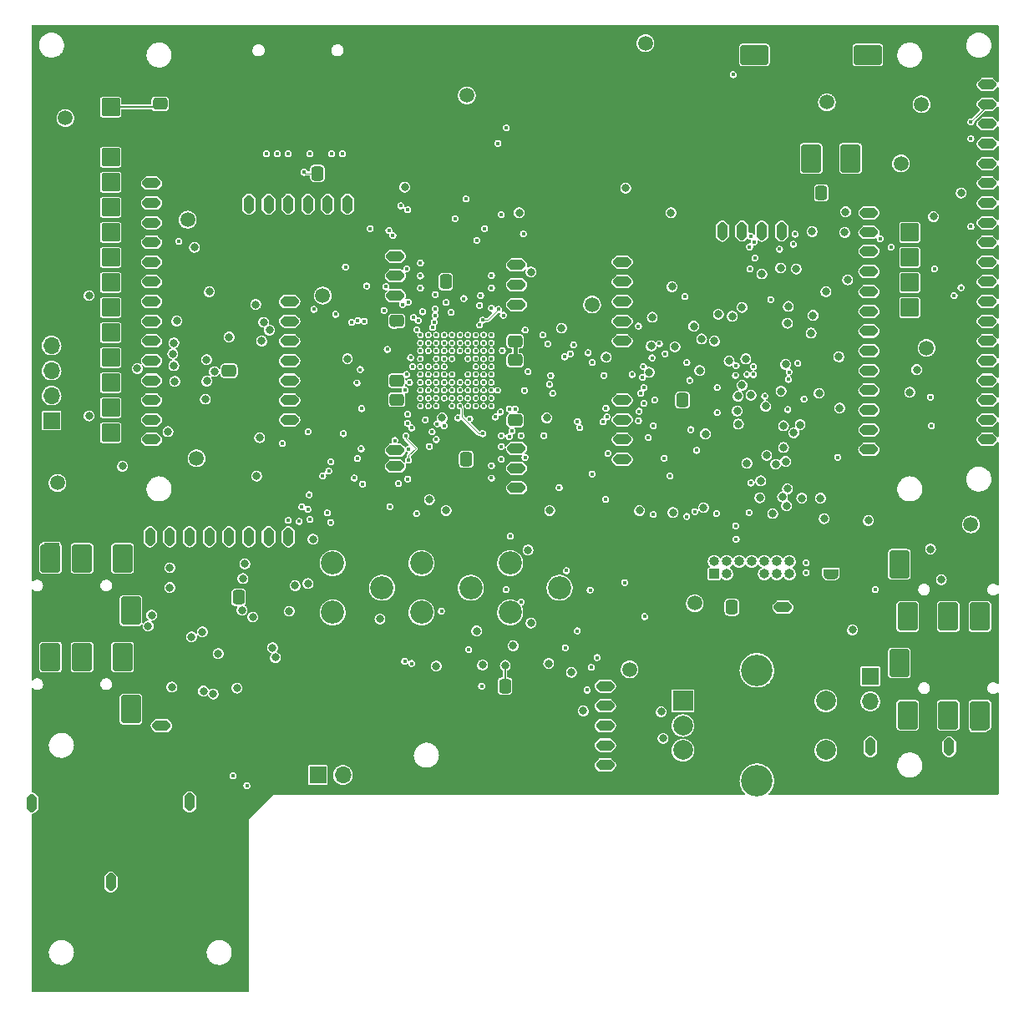
<source format=gbl>
%TF.GenerationSoftware,KiCad,Pcbnew,7.0.10*%
%TF.CreationDate,2024-03-06T19:41:30-08:00*%
%TF.ProjectId,player_system,706c6179-6572-45f7-9379-7374656d2e6b,rev?*%
%TF.SameCoordinates,Original*%
%TF.FileFunction,Copper,L4,Bot*%
%TF.FilePolarity,Positive*%
%FSLAX46Y46*%
G04 Gerber Fmt 4.6, Leading zero omitted, Abs format (unit mm)*
G04 Created by KiCad (PCBNEW 7.0.10) date 2024-03-06 19:41:30*
%MOMM*%
%LPD*%
G01*
G04 APERTURE LIST*
G04 Aperture macros list*
%AMRoundRect*
0 Rectangle with rounded corners*
0 $1 Rounding radius*
0 $2 $3 $4 $5 $6 $7 $8 $9 X,Y pos of 4 corners*
0 Add a 4 corners polygon primitive as box body*
4,1,4,$2,$3,$4,$5,$6,$7,$8,$9,$2,$3,0*
0 Add four circle primitives for the rounded corners*
1,1,$1+$1,$2,$3*
1,1,$1+$1,$4,$5*
1,1,$1+$1,$6,$7*
1,1,$1+$1,$8,$9*
0 Add four rect primitives between the rounded corners*
20,1,$1+$1,$2,$3,$4,$5,0*
20,1,$1+$1,$4,$5,$6,$7,0*
20,1,$1+$1,$6,$7,$8,$9,0*
20,1,$1+$1,$8,$9,$2,$3,0*%
%AMFreePoly0*
4,1,17,-0.750000,0.450000,-0.742031,0.518685,-0.697499,0.619541,-0.619541,0.697499,-0.518685,0.742031,-0.450000,0.750000,0.000000,0.750000,0.750000,0.000000,0.750000,-0.450000,0.742031,-0.518685,0.697499,-0.619541,0.619541,-0.697499,0.518685,-0.742031,0.450000,-0.750000,0.000000,-0.750000,-0.750000,0.000000,-0.750000,0.450000,-0.750000,0.450000,$1*%
%AMFreePoly1*
4,1,33,0.500000,-0.750000,0.000000,-0.750000,0.000000,-0.749013,-0.031395,-0.749013,-0.093691,-0.741144,-0.154508,-0.725528,-0.212890,-0.702414,-0.267913,-0.672164,-0.318712,-0.635257,-0.364484,-0.592274,-0.404508,-0.543893,-0.438153,-0.490877,-0.464888,-0.434062,-0.484292,-0.374345,-0.496057,-0.312667,-0.500000,-0.250000,-0.500000,0.250000,-0.496057,0.312667,-0.484292,0.374345,-0.464888,0.434062,
-0.438153,0.490877,-0.404508,0.543893,-0.364484,0.592274,-0.318712,0.635257,-0.267913,0.672164,-0.212890,0.702414,-0.154508,0.725528,-0.093691,0.741144,-0.031395,0.749013,0.000000,0.749013,0.000000,0.750000,0.500000,0.750000,0.500000,-0.750000,0.500000,-0.750000,$1*%
%AMFreePoly2*
4,1,33,0.000000,0.749013,0.031395,0.749013,0.093691,0.741144,0.154508,0.725528,0.212890,0.702414,0.267913,0.672164,0.318712,0.635257,0.364484,0.592274,0.404508,0.543893,0.438153,0.490877,0.464888,0.434062,0.484292,0.374345,0.496057,0.312667,0.500000,0.250000,0.500000,-0.250000,0.496057,-0.312667,0.484292,-0.374345,0.464888,-0.434062,0.438153,-0.490877,0.404508,-0.543893,
0.364484,-0.592274,0.318712,-0.635257,0.267913,-0.672164,0.212890,-0.702414,0.154508,-0.725528,0.093691,-0.741144,0.031395,-0.749013,0.000000,-0.749013,0.000000,-0.750000,-0.500000,-0.750000,-0.500000,0.750000,0.000000,0.750000,0.000000,0.749013,0.000000,0.749013,$1*%
G04 Aperture macros list end*
%TA.AperFunction,ComponentPad*%
%ADD10R,1.700000X1.700000*%
%TD*%
%TA.AperFunction,ComponentPad*%
%ADD11O,1.700000X1.700000*%
%TD*%
%TA.AperFunction,ComponentPad*%
%ADD12RoundRect,0.200000X-0.800000X-1.200000X0.800000X-1.200000X0.800000X1.200000X-0.800000X1.200000X0*%
%TD*%
%TA.AperFunction,ComponentPad*%
%ADD13RoundRect,0.200000X0.800000X1.200000X-0.800000X1.200000X-0.800000X-1.200000X0.800000X-1.200000X0*%
%TD*%
%TA.AperFunction,ComponentPad*%
%ADD14RoundRect,0.090000X-0.810000X-0.810000X0.810000X-0.810000X0.810000X0.810000X-0.810000X0.810000X0*%
%TD*%
%TA.AperFunction,ComponentPad*%
%ADD15R,1.000000X1.000000*%
%TD*%
%TA.AperFunction,ComponentPad*%
%ADD16O,1.000000X1.000000*%
%TD*%
%TA.AperFunction,ComponentPad*%
%ADD17C,2.340000*%
%TD*%
%TA.AperFunction,ComponentPad*%
%ADD18R,2.000000X2.000000*%
%TD*%
%TA.AperFunction,ComponentPad*%
%ADD19C,2.000000*%
%TD*%
%TA.AperFunction,ComponentPad*%
%ADD20C,3.200000*%
%TD*%
%TA.AperFunction,SMDPad,CuDef*%
%ADD21RoundRect,0.250000X0.475000X-0.337500X0.475000X0.337500X-0.475000X0.337500X-0.475000X-0.337500X0*%
%TD*%
%TA.AperFunction,ComponentPad*%
%ADD22FreePoly0,225.000000*%
%TD*%
%TA.AperFunction,SMDPad,CuDef*%
%ADD23RoundRect,0.250000X0.337500X0.475000X-0.337500X0.475000X-0.337500X-0.475000X0.337500X-0.475000X0*%
%TD*%
%TA.AperFunction,ComponentPad*%
%ADD24FreePoly0,45.000000*%
%TD*%
%TA.AperFunction,SMDPad,CuDef*%
%ADD25RoundRect,0.250000X-0.337500X-0.475000X0.337500X-0.475000X0.337500X0.475000X-0.337500X0.475000X0*%
%TD*%
%TA.AperFunction,SMDPad,CuDef*%
%ADD26FreePoly1,270.000000*%
%TD*%
%TA.AperFunction,SMDPad,CuDef*%
%ADD27FreePoly2,270.000000*%
%TD*%
%TA.AperFunction,ComponentPad*%
%ADD28FreePoly0,315.000000*%
%TD*%
%TA.AperFunction,ComponentPad*%
%ADD29RoundRect,0.200000X1.200000X-0.800000X1.200000X0.800000X-1.200000X0.800000X-1.200000X-0.800000X0*%
%TD*%
%TA.AperFunction,ComponentPad*%
%ADD30RoundRect,0.200000X-1.200000X0.800000X-1.200000X-0.800000X1.200000X-0.800000X1.200000X0.800000X0*%
%TD*%
%TA.AperFunction,ComponentPad*%
%ADD31FreePoly0,135.000000*%
%TD*%
%TA.AperFunction,SMDPad,CuDef*%
%ADD32RoundRect,0.250000X-0.475000X0.337500X-0.475000X-0.337500X0.475000X-0.337500X0.475000X0.337500X0*%
%TD*%
%TA.AperFunction,SMDPad,CuDef*%
%ADD33FreePoly1,90.000000*%
%TD*%
%TA.AperFunction,SMDPad,CuDef*%
%ADD34FreePoly2,90.000000*%
%TD*%
%TA.AperFunction,ViaPad*%
%ADD35C,0.800000*%
%TD*%
%TA.AperFunction,ViaPad*%
%ADD36C,1.500000*%
%TD*%
%TA.AperFunction,ViaPad*%
%ADD37C,0.410000*%
%TD*%
%TA.AperFunction,ViaPad*%
%ADD38C,0.700000*%
%TD*%
%TA.AperFunction,Conductor*%
%ADD39C,0.120000*%
%TD*%
%TA.AperFunction,Conductor*%
%ADD40C,0.250000*%
%TD*%
%TA.AperFunction,Conductor*%
%ADD41C,0.400000*%
%TD*%
%TA.AperFunction,Conductor*%
%ADD42C,0.200000*%
%TD*%
G04 APERTURE END LIST*
D10*
%TO.P,J1,1,Pin_1*%
%TO.N,Net-(J1-Pin_1)*%
X173000000Y-104000000D03*
D11*
%TO.P,J1,2,Pin_2*%
%TO.N,AUD_ORANGE_S_UNBUFFERED_IN*%
X173000000Y-106540000D03*
%TD*%
D12*
%TO.P,AUD_BLACK1,R1*%
%TO.N,AUD_BLACK_R1_UNBUFFERED_IN*%
X180900000Y-97950000D03*
%TO.P,AUD_BLACK1,R2*%
%TO.N,Net-(AUD_GND4-A)*%
X184100000Y-97950000D03*
D13*
%TO.P,AUD_BLACK1,S*%
%TO.N,AUD_BLACK_S_UNBUFFERED_IN*%
X175950000Y-92650000D03*
D12*
%TO.P,AUD_BLACK1,T*%
%TO.N,AUD_BLACK_T_UNBUFFERED_IN*%
X176800000Y-97950000D03*
%TD*%
D10*
%TO.P,bSWD1,1,Pin_1*%
%TO.N,+3.3V*%
X90000000Y-78075000D03*
D11*
%TO.P,bSWD1,2,Pin_2*%
%TO.N,BRIDGE_SWDIO*%
X90000000Y-75535000D03*
%TO.P,bSWD1,3,Pin_3*%
%TO.N,BRIDGE_SWCLK*%
X90000000Y-72995000D03*
%TO.P,bSWD1,4,Pin_4*%
%TO.N,BRIDGE_NRST*%
X90000000Y-70455000D03*
%TO.P,bSWD1,5,Pin_5*%
%TO.N,GND*%
X90000000Y-67915000D03*
%TD*%
D13*
%TO.P,AUD_PINK1,R1*%
%TO.N,Net-(RN1A-R1.2)*%
X93100000Y-102050000D03*
%TO.P,AUD_PINK1,R2*%
%TO.N,Net-(AUD_GND1-A)*%
X89900000Y-102050000D03*
D12*
%TO.P,AUD_PINK1,S*%
%TO.N,Net-(RN1D-R4.2)*%
X98050000Y-107350000D03*
D13*
%TO.P,AUD_PINK1,T*%
%TO.N,Net-(RN2A-R1.2)*%
X97200000Y-102050000D03*
%TD*%
D14*
%TO.P,TFT1,1,VCC*%
%TO.N,+3.3V*%
X96000000Y-46300000D03*
%TO.P,TFT1,2,GND*%
%TO.N,GND*%
X96000000Y-48840000D03*
%TO.P,TFT1,3,CS*%
%TO.N,TFT_SPI_NSS*%
X96000000Y-51380000D03*
%TO.P,TFT1,4,RESET*%
%TO.N,TFT_NRST*%
X96000000Y-53920000D03*
%TO.P,TFT1,5,DC*%
%TO.N,TFT_SPI_DC*%
X96000000Y-56460000D03*
%TO.P,TFT1,6,MOSI*%
%TO.N,TFT_SPI_MOSI*%
X96000000Y-59000000D03*
%TO.P,TFT1,7,SCK*%
%TO.N,TFT_SPI_SCK*%
X96000000Y-61540000D03*
%TO.P,TFT1,8,LED_LVL*%
%TO.N,TFT_LED_LVL*%
X96000000Y-64080000D03*
%TO.P,TFT1,9,MISO*%
%TO.N,TFT_SPI_MISO*%
X96000000Y-66620000D03*
%TO.P,TFT1,10,T_CLK*%
%TO.N,BRIDGE_SPI1_SCK*%
X96000000Y-69160000D03*
%TO.P,TFT1,11,T_CS*%
%TO.N,BRIDGE_SPI1_NSS*%
X96000000Y-71700000D03*
%TO.P,TFT1,12,T_DIN*%
%TO.N,BRIDGE_SPI1_MOSI*%
X96000000Y-74240000D03*
%TO.P,TFT1,13,T_DO*%
%TO.N,BRIDGE_SPI1_MISO*%
X96000000Y-76780000D03*
%TO.P,TFT1,14,T_IRQ*%
%TO.N,TOUCH_IRQ*%
X96000000Y-79320000D03*
%TO.P,TFT1,15,SD_CS*%
%TO.N,SD_CS*%
X177000000Y-59000000D03*
%TO.P,TFT1,16,SD_MOSI*%
%TO.N,SD_MOSI*%
X177000000Y-61540000D03*
%TO.P,TFT1,17,SD_MISO*%
%TO.N,SD_MISO*%
X177000000Y-64080000D03*
%TO.P,TFT1,18,SD_SCK*%
%TO.N,SD_SCK*%
X177000000Y-66620000D03*
%TD*%
D15*
%TO.P,JTAG1,1,Pin_1*%
%TO.N,unconnected-(JTAG1-Pin_1-Pad1)*%
X157175000Y-93625000D03*
D16*
%TO.P,JTAG1,2,Pin_2*%
%TO.N,unconnected-(JTAG1-Pin_2-Pad2)*%
X157175000Y-92355000D03*
%TO.P,JTAG1,3,Pin_3*%
%TO.N,+3.3V*%
X158445000Y-93625000D03*
%TO.P,JTAG1,4,Pin_4*%
%TO.N,T_JTMS{slash}T_SWDIO*%
X158445000Y-92355000D03*
%TO.P,JTAG1,5,Pin_5*%
%TO.N,GND*%
X159715000Y-93625000D03*
%TO.P,JTAG1,6,Pin_6*%
%TO.N,T_JCLK{slash}T_SWCLK*%
X159715000Y-92355000D03*
%TO.P,JTAG1,7,Pin_7*%
%TO.N,GND*%
X160985000Y-93625000D03*
%TO.P,JTAG1,8,Pin_8*%
%TO.N,T_JTDO{slash}T_SWO*%
X160985000Y-92355000D03*
%TO.P,JTAG1,9,Pin_9*%
%TO.N,T_JRCLK*%
X162255000Y-93625000D03*
%TO.P,JTAG1,10,Pin_10*%
%TO.N,T_JTDI{slash}NC*%
X162255000Y-92355000D03*
%TO.P,JTAG1,11,Pin_11*%
%TO.N,/GND_DETECT*%
X163525000Y-93625000D03*
%TO.P,JTAG1,12,Pin_12*%
%TO.N,T_NRST*%
X163525000Y-92355000D03*
%TO.P,JTAG1,13,Pin_13*%
%TO.N,T_VCP_RX*%
X164795000Y-93625000D03*
%TO.P,JTAG1,14,Pin_14*%
%TO.N,T_VCP_TX*%
X164795000Y-92355000D03*
%TD*%
D17*
%TO.P,BIASTRIM1,1,1*%
%TO.N,Net-(U1A-INA-)*%
X118500000Y-92525000D03*
%TO.P,BIASTRIM1,2,2*%
X123500000Y-95025000D03*
%TO.P,BIASTRIM1,3,3*%
%TO.N,+3.3V*%
X118500000Y-97525000D03*
%TD*%
D12*
%TO.P,AUD_ORANGE1,R1*%
%TO.N,/AUD_OUTPUT_AMP2/postamp_audio*%
X180900000Y-107950000D03*
%TO.P,AUD_ORANGE1,R2*%
%TO.N,Net-(AUD_GND3-A)*%
X184100000Y-107950000D03*
D13*
%TO.P,AUD_ORANGE1,S*%
%TO.N,Net-(J1-Pin_1)*%
X175950000Y-102650000D03*
D12*
%TO.P,AUD_ORANGE1,T*%
%TO.N,/AUD_OUTPUT_AMP3/postamp_audio*%
X176800000Y-107950000D03*
%TD*%
D18*
%TO.P,ROTARY1,A,A*%
%TO.N,ROT_A*%
X154000000Y-106500000D03*
D19*
%TO.P,ROTARY1,B,B*%
%TO.N,ROT_B*%
X154000000Y-111500000D03*
%TO.P,ROTARY1,C,C*%
%TO.N,ROT_C*%
X154000000Y-109000000D03*
D20*
%TO.P,ROTARY1,MP*%
%TO.N,N/C*%
X161500000Y-103400000D03*
X161500000Y-114600000D03*
D19*
%TO.P,ROTARY1,S1,S1*%
%TO.N,ROT_S1*%
X168500000Y-111500000D03*
%TO.P,ROTARY1,S2,S2*%
%TO.N,ROT_S2*%
X168500000Y-106500000D03*
%TD*%
D10*
%TO.P,PWR_IN1,1,Pin_1*%
%TO.N,+BATT*%
X117000000Y-114000000D03*
D11*
%TO.P,PWR_IN1,2,Pin_2*%
%TO.N,+3.3V*%
X119540000Y-114000000D03*
%TO.P,PWR_IN1,3,Pin_3*%
%TO.N,GND*%
X122080000Y-114000000D03*
%TD*%
D17*
%TO.P,GAINTRIM2,1,1*%
%TO.N,Net-(GAINTRIM1-Pad3)*%
X136500000Y-92525000D03*
%TO.P,GAINTRIM2,2,2*%
X141500000Y-95025000D03*
%TO.P,GAINTRIM2,3,3*%
%TO.N,AUD_GRN_MIC_POSTAMP*%
X136500000Y-97525000D03*
%TD*%
D13*
%TO.P,AUD_GREEN1,R1*%
%TO.N,/GRN_R_AUD_OUT*%
X93100000Y-92050000D03*
%TO.P,AUD_GREEN1,R2*%
%TO.N,/GRN_AUD_IN_GND*%
X89900000Y-92050000D03*
D12*
%TO.P,AUD_GREEN1,S*%
%TO.N,/GRN_MIC_IN*%
X98050000Y-97350000D03*
D13*
%TO.P,AUD_GREEN1,T*%
%TO.N,/GRN_L_AUD_OUT*%
X97200000Y-92050000D03*
%TD*%
D17*
%TO.P,GAINTRIM1,1,1*%
%TO.N,Net-(U1A-INA-)*%
X127500000Y-92525000D03*
%TO.P,GAINTRIM1,2,2*%
X132500000Y-95025000D03*
%TO.P,GAINTRIM1,3,3*%
%TO.N,Net-(GAINTRIM1-Pad3)*%
X127500000Y-97525000D03*
%TD*%
D21*
%TO.P,C16,1*%
%TO.N,+3.3V*%
X108000000Y-73037500D03*
%TO.P,C16,2*%
%TO.N,GND*%
X108000000Y-70962500D03*
%TD*%
D22*
%TO.P,TP29,1,1*%
%TO.N,AUD_GREEN_R_OUTPUT_EN*%
X172858579Y-71000000D03*
%TD*%
D23*
%TO.P,C24,1*%
%TO.N,+3.3V*%
X168037500Y-55000000D03*
%TO.P,C24,2*%
%TO.N,GND*%
X165962500Y-55000000D03*
%TD*%
D24*
%TO.P,TP15,1,1*%
%TO.N,TFT_SPI_MISO*%
X100141421Y-64000000D03*
%TD*%
D22*
%TO.P,TP77,1,1*%
%TO.N,PE0*%
X184858579Y-72000000D03*
%TD*%
D25*
%TO.P,C21,1*%
%TO.N,+3.3V*%
X116962500Y-53000000D03*
%TO.P,C21,2*%
%TO.N,GND*%
X119037500Y-53000000D03*
%TD*%
D22*
%TO.P,TP96,1,1*%
%TO.N,Net-(Q5-D)*%
X147858579Y-82000000D03*
%TD*%
%TO.P,TP3,1,1*%
%TO.N,QUADSPI_BK2_IO0*%
X124858579Y-61400000D03*
%TD*%
%TO.P,TP94,1,1*%
%TO.N,Net-(RN6B-R2.2)*%
X172858579Y-59000000D03*
%TD*%
D21*
%TO.P,C20,1*%
%TO.N,+3.3V*%
X125000000Y-74037500D03*
%TO.P,C20,2*%
%TO.N,GND*%
X125000000Y-71962500D03*
%TD*%
D22*
%TO.P,TP73,1,1*%
%TO.N,PC14*%
X184858579Y-64000000D03*
%TD*%
D26*
%TO.P,AUD_GND3,1,A*%
%TO.N,Net-(AUD_GND3-A)*%
X184000000Y-109000000D03*
D27*
%TO.P,AUD_GND3,2,B*%
%TO.N,GND*%
X184000000Y-110300000D03*
%TD*%
D28*
%TO.P,TP22,1,1*%
%TO.N,MICRO_SD_MOSI*%
X114000000Y-56141421D03*
%TD*%
D24*
%TO.P,TP4,1,1*%
%TO.N,QUADSPI_BK2_IO1*%
X137141421Y-64300000D03*
%TD*%
D22*
%TO.P,TP76,1,1*%
%TO.N,PE1*%
X184858579Y-70000000D03*
%TD*%
D24*
%TO.P,TP8,1,1*%
%TO.N,QUADSPI_BK1_IO0*%
X137141421Y-84900000D03*
%TD*%
D12*
%TO.P,VOLUME1,1,1*%
%TO.N,+3.3V*%
X171000000Y-51500000D03*
%TO.P,VOLUME1,2,2*%
%TO.N,VOLUME_ANALOG_IN*%
X167000000Y-51500000D03*
%TO.P,VOLUME1,3,3*%
%TO.N,GND*%
X163000000Y-51500000D03*
D29*
%TO.P,VOLUME1,body*%
%TO.N,N/C*%
X172750000Y-41000000D03*
D30*
X161250000Y-41000000D03*
%TD*%
D22*
%TO.P,TP88,1,1*%
%TO.N,Net-(Q1-D)*%
X172858579Y-73000000D03*
%TD*%
D24*
%TO.P,TP13,1,1*%
%TO.N,TFT_SPI_DC*%
X100141421Y-56000000D03*
%TD*%
D31*
%TO.P,TP32,1,1*%
%TO.N,PINK_BUFFERED_ANALOG_IN_R1*%
X112000000Y-89858579D03*
%TD*%
%TO.P,TP59,1,1*%
%TO.N,PA8*%
X88000000Y-116858579D03*
%TD*%
D24*
%TO.P,TP51,1,1*%
%TO.N,BRIDGE_CLK*%
X114141421Y-74000000D03*
%TD*%
D22*
%TO.P,TP67,1,1*%
%TO.N,PB10*%
X184858579Y-52000000D03*
%TD*%
%TO.P,TP6,1,1*%
%TO.N,QUADSPI_BK2_IO3*%
X124858579Y-65400000D03*
%TD*%
D31*
%TO.P,TP33,1,1*%
%TO.N,PINK_BUFFERED_ANALOG_IN_S*%
X114000000Y-89858579D03*
%TD*%
D28*
%TO.P,SD_DAT2,1,Pin_1*%
%TO.N,Net-(SDCARD1-DAT1)*%
X120000000Y-56141421D03*
%TD*%
D24*
%TO.P,TP46,1,1*%
%TO.N,BRIDGE_SPI1_NSS*%
X100141421Y-66000000D03*
%TD*%
D22*
%TO.P,TP79,1,1*%
%TO.N,PE7*%
X184858579Y-76000000D03*
%TD*%
%TO.P,TP92,1,1*%
%TO.N,Net-(Q3-D)*%
X147858579Y-64000000D03*
%TD*%
D24*
%TO.P,TP5,1,1*%
%TO.N,QUADSPI_BK2_IO2*%
X137141421Y-62300000D03*
%TD*%
%TO.P,TP41,1,1*%
%TO.N,ROT_C*%
X146141421Y-109000000D03*
%TD*%
D22*
%TO.P,TP63,1,1*%
%TO.N,PB0*%
X184858579Y-44000000D03*
%TD*%
%TO.P,TP93,1,1*%
%TO.N,/GRN_R_AUD_OUT*%
X147858579Y-62000000D03*
%TD*%
%TO.P,TP18,1,1*%
%TO.N,SD_SCK*%
X172858579Y-67000000D03*
%TD*%
%TO.P,TP74,1,1*%
%TO.N,PC15*%
X184858579Y-66000000D03*
%TD*%
D24*
%TO.P,TP50,1,1*%
%TO.N,BRIDGE_USART_RX*%
X114141421Y-66000000D03*
%TD*%
D32*
%TO.P,C17,1*%
%TO.N,+3.3V*%
X125000000Y-67962500D03*
%TO.P,C17,2*%
%TO.N,GND*%
X125000000Y-70037500D03*
%TD*%
D24*
%TO.P,TP52,1,1*%
%TO.N,BRIDGE_PA11*%
X100141421Y-76000000D03*
%TD*%
%TO.P,TP40,1,1*%
%TO.N,ROT_S1*%
X146141421Y-113000000D03*
%TD*%
%TO.P,TP53,1,1*%
%TO.N,BRIDGE_PA12*%
X100141421Y-78000000D03*
%TD*%
D22*
%TO.P,TP28,1,1*%
%TO.N,AUD_GREEN_L_PREAMP_AUDIO*%
X147858579Y-76000000D03*
%TD*%
D24*
%TO.P,TP58,1,1*%
%TO.N,PA3*%
X114141421Y-78000000D03*
%TD*%
D25*
%TO.P,C12,1*%
%TO.N,+3.3V*%
X129962500Y-64000000D03*
%TO.P,C12,2*%
%TO.N,GND*%
X132037500Y-64000000D03*
%TD*%
D22*
%TO.P,TP30,1,1*%
%TO.N,AUD_GREEN_R_PREAMP_AUDIO*%
X147858579Y-78000000D03*
%TD*%
D32*
%TO.P,C11,1*%
%TO.N,+3.3V*%
X101000000Y-45962500D03*
%TO.P,C11,2*%
%TO.N,GND*%
X101000000Y-48037500D03*
%TD*%
D24*
%TO.P,TP44,1,1*%
%TO.N,BRIDGE_SPI1_MISO*%
X100141421Y-70000000D03*
%TD*%
%TO.P,TP61,1,1*%
%TO.N,PA11*%
X101141421Y-109000000D03*
%TD*%
D22*
%TO.P,TP86,1,1*%
%TO.N,Net-(RN4A-R1.1)*%
X147858579Y-70000000D03*
%TD*%
D23*
%TO.P,C7,1*%
%TO.N,+3.3V*%
X132037500Y-82000000D03*
%TO.P,C7,2*%
%TO.N,GND*%
X129962500Y-82000000D03*
%TD*%
D31*
%TO.P,TP37,1,1*%
%TO.N,AUD_ORANGE_L_OUTPUT_EN*%
X160000000Y-58858579D03*
%TD*%
D25*
%TO.P,C14,1*%
%TO.N,+5V*%
X153962500Y-76000000D03*
%TO.P,C14,2*%
%TO.N,GND*%
X156037500Y-76000000D03*
%TD*%
D24*
%TO.P,TP57,1,1*%
%TO.N,BRIDGE_PC13*%
X114141421Y-72000000D03*
%TD*%
%TO.P,TP1,1,1*%
%TO.N,QUADSPI_BK2_NCS*%
X137141421Y-66300000D03*
%TD*%
D31*
%TO.P,TP89,1,1*%
%TO.N,/GRN_L_AUD_OUT*%
X100000000Y-89858579D03*
%TD*%
D28*
%TO.P,TP34,1,1*%
%TO.N,AUD_ORANGE_S_UNBUFFERED_IN*%
X173000000Y-111141421D03*
%TD*%
D26*
%TO.P,AUD_GND4,1,A*%
%TO.N,Net-(AUD_GND4-A)*%
X184100000Y-98850000D03*
D27*
%TO.P,AUD_GND4,2,B*%
%TO.N,GND*%
X184100000Y-100150000D03*
%TD*%
D22*
%TO.P,TP99,1,1*%
%TO.N,Net-(Q8-D)*%
X172858579Y-77000000D03*
%TD*%
%TO.P,TP69,1,1*%
%TO.N,PB12*%
X184858579Y-56000000D03*
%TD*%
D31*
%TO.P,TP83,1,1*%
%TO.N,/GRN_MIC_IN*%
X102000000Y-89858579D03*
%TD*%
D24*
%TO.P,TP54,1,1*%
%TO.N,BRIDGE_PB7*%
X114141421Y-76000000D03*
%TD*%
D22*
%TO.P,TP75,1,1*%
%TO.N,PD0*%
X184858579Y-68000000D03*
%TD*%
%TO.P,TP27,1,1*%
%TO.N,AUD_GREEN_L_OUTPUT_EN*%
X172858579Y-69000000D03*
%TD*%
%TO.P,TP64,1,1*%
%TO.N,PB2*%
X184858579Y-46000000D03*
%TD*%
%TO.P,TP66,1,1*%
%TO.N,PB8*%
X184858579Y-50000000D03*
%TD*%
D24*
%TO.P,TP42,1,1*%
%TO.N,ROT_B*%
X146141421Y-111000000D03*
%TD*%
D31*
%TO.P,TP31,1,1*%
%TO.N,PINK_BUFFERED_ANALOG_IN_T*%
X110000000Y-89858579D03*
%TD*%
D28*
%TO.P,TP25,1,1*%
%TO.N,MICRO_SD_CS*%
X112000000Y-56141421D03*
%TD*%
D24*
%TO.P,TP82,1,1*%
%TO.N,T_JRCLK*%
X164141421Y-97000000D03*
%TD*%
D28*
%TO.P,SD_DAT1,1,Pin_1*%
%TO.N,Net-(SDCARD1-DAT2)*%
X110000000Y-56141421D03*
%TD*%
D22*
%TO.P,TP10,1,1*%
%TO.N,QUADSPI_BK1_IO2*%
X124858579Y-82700000D03*
%TD*%
D31*
%TO.P,TP84,1,1*%
%TO.N,Net-(U1A-INA-)*%
X106000000Y-89858579D03*
%TD*%
D21*
%TO.P,C8,1*%
%TO.N,+3.3V*%
X137000000Y-70037500D03*
%TO.P,C8,2*%
%TO.N,GND*%
X137000000Y-67962500D03*
%TD*%
D25*
%TO.P,C18,1*%
%TO.N,+5V*%
X135962500Y-105000000D03*
%TO.P,C18,2*%
%TO.N,GND*%
X138037500Y-105000000D03*
%TD*%
D22*
%TO.P,TP80,1,1*%
%TO.N,PE9*%
X184858579Y-78000000D03*
%TD*%
D32*
%TO.P,C9,1*%
%TO.N,+3.3V*%
X137000000Y-71962500D03*
%TO.P,C9,2*%
%TO.N,GND*%
X137000000Y-74037500D03*
%TD*%
D24*
%TO.P,TP7,1,1*%
%TO.N,QUADSPI_CLK*%
X137141421Y-82900000D03*
%TD*%
D22*
%TO.P,TP98,1,1*%
%TO.N,Net-(RN7B-R2.2)*%
X172858579Y-75000000D03*
%TD*%
D24*
%TO.P,TP17,1,1*%
%TO.N,TFT_NRST*%
X100141421Y-54000000D03*
%TD*%
%TO.P,TP16,1,1*%
%TO.N,TFT_SPI_SCK*%
X100141421Y-60000000D03*
%TD*%
D22*
%TO.P,TP100,1,1*%
%TO.N,Net-(Q7-D)*%
X172858579Y-79000000D03*
%TD*%
D33*
%TO.P,AUD_GND1,1,A*%
%TO.N,Net-(AUD_GND1-A)*%
X90000000Y-101300000D03*
D34*
%TO.P,AUD_GND1,2,B*%
%TO.N,GND*%
X90000000Y-100000000D03*
%TD*%
D22*
%TO.P,TP9,1,1*%
%TO.N,QUADSPI_BK1_IO1*%
X124858579Y-81100000D03*
%TD*%
%TO.P,TP87,1,1*%
%TO.N,Net-(Q2-D)*%
X147858579Y-68000000D03*
%TD*%
%TO.P,TP21,1,1*%
%TO.N,SD_MOSI*%
X172858579Y-60878680D03*
%TD*%
D24*
%TO.P,TP47,1,1*%
%TO.N,BRIDGE_SPI1_SCK*%
X100141421Y-68000000D03*
%TD*%
D31*
%TO.P,TP35,1,1*%
%TO.N,AUD_ORANGE_R_OUTPUT_EN*%
X164000000Y-58858579D03*
%TD*%
D22*
%TO.P,TP2,1,1*%
%TO.N,QUADSPI_CLK*%
X124858579Y-63400000D03*
%TD*%
%TO.P,TP91,1,1*%
%TO.N,Net-(Q4-D)*%
X147858579Y-66000000D03*
%TD*%
D24*
%TO.P,TP55,1,1*%
%TO.N,BRIDGE_PB3*%
X100141421Y-80000000D03*
%TD*%
D25*
%TO.P,C22,1*%
%TO.N,+3.3V*%
X108962500Y-96000000D03*
%TO.P,C22,2*%
%TO.N,GND*%
X111037500Y-96000000D03*
%TD*%
D22*
%TO.P,TP65,1,1*%
%TO.N,PB7*%
X184858579Y-48000000D03*
%TD*%
D31*
%TO.P,TP60,1,1*%
%TO.N,PA10*%
X96000000Y-124858579D03*
%TD*%
D28*
%TO.P,TP23,1,1*%
%TO.N,MICRO_SD_MISO*%
X118000000Y-56141421D03*
%TD*%
D31*
%TO.P,TP85,1,1*%
%TO.N,Net-(RN3B-R2.1)*%
X108000000Y-89858579D03*
%TD*%
D22*
%TO.P,TP19,1,1*%
%TO.N,SD_CS*%
X172858579Y-65000000D03*
%TD*%
D24*
%TO.P,TP11,1,1*%
%TO.N,QUADSPI_BK1_IO3*%
X137141421Y-80900000D03*
%TD*%
%TO.P,TP14,1,1*%
%TO.N,TFT_SPI_MOSI*%
X100141421Y-58000000D03*
%TD*%
D28*
%TO.P,TP97,1,1*%
%TO.N,/AUD_OUTPUT_AMP2/postamp_audio*%
X181000000Y-111141421D03*
%TD*%
D26*
%TO.P,GNDDET1,1,A*%
%TO.N,GND*%
X169000000Y-92350000D03*
D27*
%TO.P,GNDDET1,2,B*%
%TO.N,/GND_DETECT*%
X169000000Y-93650000D03*
%TD*%
D22*
%TO.P,TP95,1,1*%
%TO.N,Net-(Q6-D)*%
X172858579Y-57000000D03*
%TD*%
%TO.P,TP68,1,1*%
%TO.N,PB11*%
X184858579Y-54000000D03*
%TD*%
%TO.P,TP72,1,1*%
%TO.N,PC13*%
X184858579Y-62000000D03*
%TD*%
D24*
%TO.P,TP45,1,1*%
%TO.N,BRIDGE_SPI1_MOSI*%
X100141421Y-72000000D03*
%TD*%
%TO.P,TP43,1,1*%
%TO.N,ROT_A*%
X146141421Y-105000000D03*
%TD*%
D28*
%TO.P,TP24,1,1*%
%TO.N,MICRO_SD_SCK*%
X116000000Y-56141421D03*
%TD*%
D21*
%TO.P,C13,1*%
%TO.N,+3.3V*%
X137000000Y-78037500D03*
%TO.P,C13,2*%
%TO.N,GND*%
X137000000Y-75962500D03*
%TD*%
D32*
%TO.P,C19,1*%
%TO.N,+3.3V*%
X125000000Y-75962500D03*
%TO.P,C19,2*%
%TO.N,GND*%
X125000000Y-78037500D03*
%TD*%
D31*
%TO.P,TP36,1,1*%
%TO.N,AUD_ORANGE_R_PREAMP_AUDIO*%
X162000000Y-58858579D03*
%TD*%
D22*
%TO.P,TP20,1,1*%
%TO.N,SD_MISO*%
X172858579Y-62939340D03*
%TD*%
%TO.P,TP70,1,1*%
%TO.N,PC7*%
X184858579Y-58000000D03*
%TD*%
%TO.P,TP101,1,1*%
%TO.N,/AUD_OUTPUT_AMP3/postamp_audio*%
X172858579Y-81000000D03*
%TD*%
D31*
%TO.P,TP26,1,1*%
%TO.N,AUD_GRN_MIC_POSTAMP*%
X104000000Y-89858579D03*
%TD*%
D25*
%TO.P,C15,1*%
%TO.N,+3.3V*%
X158962500Y-97000000D03*
%TO.P,C15,2*%
%TO.N,GND*%
X161037500Y-97000000D03*
%TD*%
D31*
%TO.P,TP38,1,1*%
%TO.N,AUD_ORANGE_L_PREAMP_AUDIO*%
X158000000Y-58858579D03*
%TD*%
D24*
%TO.P,TP39,1,1*%
%TO.N,ROT_S2*%
X146141421Y-107000000D03*
%TD*%
%TO.P,TP48,1,1*%
%TO.N,BRIDGE_USART_CK*%
X114141421Y-70000000D03*
%TD*%
D22*
%TO.P,TP78,1,1*%
%TO.N,PE3*%
X184858579Y-74000000D03*
%TD*%
D24*
%TO.P,TP56,1,1*%
%TO.N,BRIDGE_PB0*%
X100141421Y-74000000D03*
%TD*%
D22*
%TO.P,TP71,1,1*%
%TO.N,PC8*%
X184858579Y-60000000D03*
%TD*%
D24*
%TO.P,TP12,1,1*%
%TO.N,TFT_LED_LVL*%
X100141421Y-62000000D03*
%TD*%
D22*
%TO.P,TP81,1,1*%
%TO.N,PE10*%
X184858579Y-80000000D03*
%TD*%
%TO.P,TP90,1,1*%
%TO.N,Net-(RN4B-R2.2)*%
X147858579Y-80000000D03*
%TD*%
D33*
%TO.P,AUD_GND2,1,A*%
%TO.N,/GRN_AUD_IN_GND*%
X90000000Y-91000000D03*
D34*
%TO.P,AUD_GND2,2,B*%
%TO.N,GND*%
X90000000Y-89700000D03*
%TD*%
D24*
%TO.P,TP49,1,1*%
%TO.N,BRIDGE_USART_TX*%
X114141421Y-68000000D03*
%TD*%
D31*
%TO.P,TP62,1,1*%
%TO.N,PA12*%
X104000000Y-116738579D03*
%TD*%
D35*
%TO.N,BRIDGE_SPI1_MOSI*%
X102400000Y-70200000D03*
%TO.N,BRIDGE_SPI1_NSS*%
X102700000Y-67975000D03*
%TO.N,/GRN_R_AUD_OUT*%
X104500000Y-60500000D03*
X110700000Y-66300000D03*
X148200000Y-54500000D03*
X125800000Y-54400000D03*
X93800000Y-65400000D03*
X93800000Y-77600000D03*
D36*
%TO.N,GND*%
X141800000Y-51800000D03*
D35*
X165897221Y-79983333D03*
D37*
X129800000Y-76600000D03*
D35*
X117999998Y-104999999D03*
D36*
X113200000Y-83000000D03*
D35*
X100100000Y-125000000D03*
X104100000Y-98600000D03*
X105000000Y-107000000D03*
D36*
X150700000Y-102000000D03*
D35*
X163900000Y-67400000D03*
X146000000Y-97900000D03*
X156027098Y-75635112D03*
X121000000Y-105000000D03*
D36*
X132300000Y-86500000D03*
D35*
X112700000Y-106500000D03*
X101000000Y-128100000D03*
X101000000Y-117900000D03*
D37*
X131400000Y-71800000D03*
D35*
X95800000Y-86300000D03*
X130000000Y-82000000D03*
X120300000Y-76800000D03*
D36*
X107000000Y-79100000D03*
D37*
X145397674Y-71660496D03*
D36*
X89200000Y-134700000D03*
D37*
X128200000Y-71800000D03*
D36*
X175700000Y-79900000D03*
D35*
X147900000Y-85900000D03*
X146000000Y-92200000D03*
D37*
X131400000Y-72600000D03*
D35*
X101000000Y-112100000D03*
X138300000Y-102750000D03*
D37*
X131400000Y-73400000D03*
D35*
X104100000Y-97800000D03*
D36*
X175600000Y-69400000D03*
D35*
X93000000Y-120100000D03*
X159600000Y-86400000D03*
D36*
X117300000Y-108400000D03*
D35*
X129000000Y-105100000D03*
D36*
X111100000Y-63600000D03*
D35*
X101000000Y-133900000D03*
X111037500Y-96000000D03*
D36*
X90200000Y-58000000D03*
D35*
X132037500Y-64000000D03*
X100000000Y-121100000D03*
D36*
X112200000Y-113300000D03*
D35*
X123000000Y-68000000D03*
X165910000Y-74333971D03*
D36*
X143100000Y-84600000D03*
D35*
X92100000Y-117100000D03*
D36*
X108200000Y-111000000D03*
D35*
X108000000Y-70962500D03*
X93000000Y-125900000D03*
X114000000Y-106500000D03*
D36*
X142700000Y-105900000D03*
X117400000Y-45100000D03*
D37*
X120600000Y-51100000D03*
D36*
X103600000Y-129100000D03*
X142400000Y-63200000D03*
D37*
X130600000Y-72600000D03*
X146300000Y-74200000D03*
X132200000Y-72600000D03*
D35*
X109000000Y-125900000D03*
X159998330Y-79292938D03*
D36*
X152200000Y-62200000D03*
D35*
X117300000Y-49600000D03*
D36*
X104000000Y-134500000D03*
D35*
X108100000Y-116800000D03*
X109000000Y-120100000D03*
D36*
X109500000Y-77500000D03*
D35*
%TO.N,/GRN_MIC_IN*%
X104200000Y-100000000D03*
X100150000Y-97800000D03*
X102000000Y-95000000D03*
D37*
%TO.N,BRIDGE_USART_CK*%
X128584118Y-79225019D03*
X132200000Y-74200000D03*
X131200000Y-77800000D03*
%TO.N,BRIDGE_USART_TX*%
X133000000Y-74200000D03*
X126221431Y-80942681D03*
D35*
X112100000Y-68900000D03*
D37*
%TO.N,BRIDGE_USART_RX*%
X116600000Y-66800000D03*
X128200000Y-69400000D03*
D35*
X111500000Y-68100000D03*
D37*
X126691685Y-67629564D03*
%TO.N,BRIDGE_CLK*%
X133500000Y-65400000D03*
X122300000Y-58600000D03*
X133800000Y-69400000D03*
D35*
%TO.N,BRIDGE_PA11*%
X102400000Y-72500000D03*
%TO.N,BRIDGE_PA12*%
X105723435Y-71900242D03*
%TO.N,BRIDGE_PB3*%
X105750000Y-74057042D03*
D37*
%TO.N,/GND_DETECT*%
X169000000Y-93650000D03*
D35*
%TO.N,BRIDGE_PB0*%
X102300000Y-71300000D03*
D37*
%TO.N,T_JTMS{slash}T_SWDIO*%
X133000000Y-71800000D03*
%TO.N,T_JCLK{slash}T_SWCLK*%
X134600000Y-70200000D03*
X135700000Y-71000000D03*
%TO.N,T_JTDO{slash}T_SWO*%
X159350000Y-88750000D03*
X133400000Y-68400000D03*
X130600000Y-69400000D03*
X159400000Y-90100000D03*
%TO.N,T_JTDI{slash}NC*%
X133800000Y-70200000D03*
%TO.N,T_NRST*%
X130500000Y-67100000D03*
X133400000Y-66400000D03*
X130600000Y-71000000D03*
%TO.N,PA3*%
X129000000Y-75000000D03*
X120969981Y-74247173D03*
X116000000Y-79200000D03*
%TO.N,PA8*%
X140480608Y-74406787D03*
X109800000Y-115100000D03*
X108400000Y-114100000D03*
X143545642Y-78779205D03*
X134600000Y-72600000D03*
%TO.N,PA10*%
X146300000Y-77700000D03*
X142000000Y-71610000D03*
X133800000Y-71800000D03*
%TO.N,PA11*%
X146203084Y-76825271D03*
X142600000Y-71300000D03*
X134600000Y-71000000D03*
%TO.N,PA12*%
X133800000Y-71000000D03*
X140300000Y-70300000D03*
X145910625Y-78210625D03*
%TO.N,PB0*%
X135300000Y-66800000D03*
X159100000Y-43000000D03*
X129800000Y-75000000D03*
X133700000Y-67900000D03*
%TO.N,AUD_ORANGE_S_UNBUFFERED_IN*%
X140611913Y-73499287D03*
X144800000Y-83500000D03*
X134600000Y-71800000D03*
X148100000Y-94500000D03*
X146400000Y-81400000D03*
X154400000Y-87800000D03*
%TO.N,MICRO_SD_CS*%
X142910000Y-70410000D03*
X112884968Y-51021855D03*
X133800000Y-72600000D03*
%TO.N,AUD_GRN_MIC_POSTAMP*%
X128200000Y-74200000D03*
X126500000Y-102700000D03*
X115382301Y-86830148D03*
D35*
X110800000Y-83700000D03*
D37*
%TO.N,AUD_GREEN_L_OUTPUT_EN*%
X136076523Y-95197772D03*
X118100000Y-83200000D03*
D35*
X169800000Y-71600000D03*
D37*
X160500000Y-73400000D03*
X164761091Y-73161091D03*
X128200000Y-73400000D03*
X161150000Y-73400000D03*
%TO.N,AUD_GREEN_L_PREAMP_AUDIO*%
X115100000Y-88300000D03*
X128200000Y-75000000D03*
X125800000Y-102500000D03*
X126098659Y-77417636D03*
D35*
%TO.N,AUD_GREEN_R_OUTPUT_EN*%
X165887907Y-78486888D03*
D37*
X126600000Y-72600000D03*
X117485822Y-83685822D03*
X137602598Y-96466838D03*
X162300000Y-75600000D03*
X161150000Y-72600000D03*
X129800000Y-73400000D03*
%TO.N,AUD_GREEN_R_PREAMP_AUDIO*%
X126090000Y-78342328D03*
X127400000Y-75800000D03*
X118300000Y-88400000D03*
X149500000Y-78100000D03*
X129525909Y-97410835D03*
%TO.N,PINK_BUFFERED_ANALOG_IN_T*%
X135500000Y-77200000D03*
X134600000Y-75800000D03*
%TO.N,PINK_BUFFERED_ANALOG_IN_R1*%
X134600000Y-75000000D03*
X136400000Y-76900000D03*
D35*
X110400000Y-98000000D03*
D37*
%TO.N,NRST*%
X126300000Y-74200000D03*
X144700000Y-103100000D03*
X150122419Y-97950373D03*
X118326252Y-82252499D03*
X129000000Y-73400000D03*
%TO.N,PINK_BUFFERED_ANALOG_IN_S*%
X114000000Y-88200000D03*
D35*
X116000000Y-94600000D03*
X105300000Y-99500000D03*
D37*
X119600000Y-79400000D03*
X127400000Y-76600000D03*
%TO.N,PB2*%
X127900000Y-78000000D03*
X183200000Y-47800000D03*
X183200000Y-49500000D03*
X182200000Y-64600000D03*
X183200000Y-58400000D03*
X117959789Y-87437607D03*
X142085821Y-101114179D03*
X129800000Y-75800000D03*
X181500000Y-65400000D03*
D35*
%TO.N,AUD_ORANGE_R_OUTPUT_EN*%
X164600000Y-68200000D03*
D37*
X126400000Y-71700000D03*
X146166875Y-86054375D03*
X141461459Y-84861460D03*
D35*
X163900000Y-62600000D03*
D37*
X136511459Y-89811460D03*
X129000000Y-72600000D03*
X159400000Y-72500000D03*
D35*
X168500000Y-65000000D03*
D37*
X121439517Y-76866903D03*
X159330000Y-73486496D03*
%TO.N,AUD_ORANGE_R_PREAMP_AUDIO*%
X129100000Y-78400000D03*
X128300000Y-80700000D03*
X157475000Y-74730000D03*
X160800000Y-62700000D03*
X152200000Y-71300000D03*
X142200000Y-93300000D03*
X129000000Y-76600000D03*
%TO.N,AUD_ORANGE_L_PREAMP_AUDIO*%
X154700000Y-74000000D03*
X115982348Y-87080040D03*
X150870354Y-71720000D03*
X127400000Y-75000000D03*
X132300000Y-101300000D03*
X149500000Y-68500000D03*
X151617298Y-70266486D03*
X157475000Y-77270000D03*
%TO.N,ROT_S2*%
X133800000Y-73400000D03*
%TO.N,ROT_S1*%
X129000000Y-75800000D03*
X143300000Y-99400000D03*
X125910395Y-79637852D03*
X126200000Y-82100000D03*
%TO.N,ROT_C*%
X120700000Y-83900000D03*
X128200000Y-76600000D03*
%TO.N,ROT_B*%
X127400000Y-74200000D03*
X116124426Y-85601802D03*
%TO.N,ROT_A*%
X144300000Y-105400000D03*
X126000000Y-73400000D03*
X113400000Y-80400000D03*
X127400000Y-73400000D03*
X121300000Y-72900000D03*
D35*
%TO.N,Net-(U1A-INA-)*%
X123300000Y-98200000D03*
X109600000Y-92600000D03*
%TO.N,Net-(RN3B-R2.1)*%
X99800000Y-98900000D03*
X102000000Y-93000000D03*
X109400000Y-94100000D03*
%TO.N,Net-(RN4A-R1.1)*%
X146217930Y-71645497D03*
X150580002Y-73189998D03*
D37*
%TO.N,Net-(Q2-D)*%
X151150000Y-75984297D03*
X152700000Y-83700000D03*
X154400000Y-72200000D03*
D35*
X150800000Y-70500000D03*
D37*
X155400000Y-81100000D03*
%TO.N,Net-(Q1-D)*%
X164700000Y-73900000D03*
X151000000Y-87600000D03*
%TO.N,Net-(RN4B-R2.2)*%
X150000000Y-72600000D03*
X146000000Y-73500000D03*
X151000000Y-78600000D03*
%TO.N,Net-(Q4-D)*%
X149566421Y-77133395D03*
X150054311Y-76331270D03*
X144400000Y-71200000D03*
X148850000Y-73400000D03*
X150500000Y-79800000D03*
X149900000Y-73700000D03*
D35*
X150900000Y-67600000D03*
%TO.N,Net-(Q3-D)*%
X155100005Y-68500005D03*
X163950000Y-75100000D03*
X169900000Y-76800000D03*
X164414001Y-72369298D03*
X152900000Y-64500000D03*
%TO.N,Net-(RN6B-R2.2)*%
X155700000Y-73000000D03*
X159000000Y-67500000D03*
X164700000Y-66500000D03*
%TO.N,Net-(Q6-D)*%
X160000000Y-66600000D03*
X159500000Y-77100000D03*
X158690000Y-72020362D03*
X159600000Y-75600000D03*
X170400000Y-59000000D03*
X164100000Y-85800000D03*
D37*
%TO.N,Net-(Q5-D)*%
X160900000Y-84400000D03*
X152100000Y-81900000D03*
D35*
X166049995Y-85937495D03*
X164410924Y-82211497D03*
D37*
X154800000Y-79000000D03*
D35*
%TO.N,/AUD_OUTPUT_AMP2/postamp_audio*%
X167950000Y-85937500D03*
X179100000Y-91100000D03*
X171200000Y-99300000D03*
%TO.N,Net-(RN7B-R2.2)*%
X167800000Y-75300000D03*
X164200000Y-78600000D03*
%TO.N,Net-(Q8-D)*%
X164600000Y-85000000D03*
X160500000Y-82400000D03*
X156280331Y-79419669D03*
X164200000Y-80800000D03*
X163401037Y-82498955D03*
X161889512Y-84193676D03*
%TO.N,Net-(Q7-D)*%
X161800000Y-85900000D03*
D37*
X169700000Y-81800000D03*
D35*
X165243580Y-79315953D03*
%TO.N,/AUD_OUTPUT_AMP3/postamp_audio*%
X168320565Y-88016835D03*
X164500000Y-86700000D03*
X180200000Y-94200000D03*
D37*
%TO.N,PC15*%
X179500000Y-62700000D03*
X127400000Y-71800000D03*
X125400000Y-56300000D03*
X118800000Y-67300000D03*
X124038909Y-70861091D03*
%TO.N,PB7*%
X127029550Y-68870450D03*
X121700000Y-68000000D03*
X136100000Y-48400000D03*
X129800000Y-70200000D03*
%TO.N,PB8*%
X129000000Y-69400000D03*
X135246016Y-49975233D03*
X121951832Y-64430582D03*
%TO.N,PB10*%
X165376943Y-59170000D03*
X135600000Y-79600000D03*
X165200000Y-60190000D03*
X133000000Y-75800000D03*
%TO.N,PB11*%
X174000000Y-59648350D03*
X161210329Y-59986446D03*
X133000000Y-75000000D03*
%TO.N,PB12*%
X133000000Y-76600000D03*
X175100000Y-60500000D03*
X163800000Y-60700000D03*
X138000000Y-81800000D03*
X135600000Y-82000000D03*
%TO.N,PC7*%
X140800000Y-75300000D03*
X143324338Y-78168036D03*
X134600000Y-73400000D03*
X137940000Y-75022455D03*
X149726207Y-75307509D03*
X166278967Y-75890354D03*
%TO.N,PC8*%
X154200000Y-65500000D03*
X138300000Y-73100000D03*
X133000000Y-72600000D03*
X165647046Y-72256249D03*
%TO.N,PC13*%
X123700000Y-66900000D03*
X119800000Y-62500000D03*
X126100000Y-56700000D03*
X129800000Y-71800000D03*
%TO.N,PC14*%
X132000000Y-55600000D03*
X127400000Y-71000000D03*
%TO.N,AUD_ORANGE_L_OUTPUT_EN*%
X116200000Y-88100000D03*
X155200000Y-87300000D03*
X161300000Y-61600000D03*
X133600000Y-105000000D03*
X129000000Y-74200000D03*
D35*
X167200000Y-67400000D03*
X156100000Y-86900000D03*
D37*
X162900000Y-65800000D03*
%TO.N,PD0*%
X133000000Y-70200000D03*
X139800000Y-69400000D03*
%TO.N,PE1*%
X135600000Y-57190000D03*
X127172470Y-67930961D03*
X129000000Y-70200000D03*
%TO.N,PE0*%
X129800000Y-71000000D03*
X133100020Y-59800000D03*
%TO.N,PE3*%
X121053281Y-67934753D03*
X124600000Y-59300000D03*
X128200000Y-70200000D03*
%TO.N,PE7*%
X130600000Y-74200000D03*
X145309620Y-102109620D03*
X121531874Y-84510624D03*
%TO.N,PE9*%
X144600000Y-95250000D03*
X164637927Y-76960109D03*
X129000000Y-80000000D03*
X131400000Y-75000000D03*
%TO.N,PE10*%
X179100000Y-75700000D03*
X131400000Y-76600000D03*
X135600000Y-80700000D03*
X179200000Y-78600000D03*
X133700000Y-79400000D03*
X150050000Y-74743895D03*
%TO.N,MICRO_SD_MISO*%
X118384968Y-51021855D03*
X128903481Y-66755963D03*
X132200000Y-71000000D03*
%TO.N,MICRO_SD_SCK*%
X127595930Y-67037850D03*
X126159972Y-66066744D03*
X116184968Y-51021855D03*
X123900000Y-64500000D03*
X128639369Y-68660617D03*
X133000000Y-71000000D03*
%TO.N,QUADSPI_BK2_NCS*%
X131400000Y-71000000D03*
X131800000Y-65700000D03*
%TO.N,QUADSPI_CLK*%
X129800000Y-72600000D03*
X134600000Y-82635000D03*
X127400000Y-63400000D03*
X127400000Y-63400000D03*
%TO.N,QUADSPI_BK2_IO0*%
X127400000Y-62100000D03*
X133000000Y-69400000D03*
%TO.N,QUADSPI_BK2_IO1*%
X134600000Y-64635000D03*
X134600000Y-66700000D03*
X132200000Y-69400000D03*
%TO.N,QUADSPI_BK2_IO2*%
X131400000Y-69400000D03*
X134600000Y-63365000D03*
%TO.N,QUADSPI_BK2_IO3*%
X128900000Y-65300000D03*
X127400000Y-64635000D03*
X131400000Y-70200000D03*
X130000000Y-66100000D03*
%TO.N,QUADSPI_BK1_IO0*%
X134600000Y-83900000D03*
X131400000Y-74200000D03*
%TO.N,QUADSPI_BK1_IO1*%
X132200000Y-76600000D03*
%TO.N,QUADSPI_BK1_IO2*%
X132400000Y-77900000D03*
X132200000Y-75800000D03*
%TO.N,QUADSPI_BK1_IO3*%
X132200000Y-75000000D03*
%TO.N,TFT_LED_LVL*%
X126499878Y-78817693D03*
X102900000Y-59900000D03*
X128200000Y-75800000D03*
%TO.N,MICRO_SD_MOSI*%
X128887775Y-67405776D03*
X130600000Y-70200000D03*
X113984968Y-51021855D03*
%TO.N,SD_MOSI*%
X130900000Y-57600000D03*
X126000000Y-62700000D03*
X125587344Y-66321550D03*
X128200000Y-71000000D03*
%TO.N,SD_MISO*%
X133900000Y-58600000D03*
X127400000Y-70200000D03*
%TO.N,SD_CS*%
X137825599Y-59154542D03*
X127400000Y-69400000D03*
%TO.N,SD_SCK*%
X129000000Y-71000000D03*
X124200000Y-58800000D03*
X120428435Y-68113834D03*
%TO.N,TFT_NRST*%
X128800000Y-68099997D03*
X129800000Y-69400000D03*
%TO.N,TFT_SPI_SCK*%
X133800000Y-75800000D03*
X121013347Y-81911849D03*
X125171921Y-84456159D03*
X121393617Y-80932252D03*
%TO.N,TFT_SPI_MISO*%
X133800000Y-75000000D03*
X124300000Y-86800000D03*
X135000000Y-77710000D03*
%TO.N,TFT_SPI_MOSI*%
X133800000Y-76600000D03*
X126100000Y-84000000D03*
%TO.N,TFT_SPI_DC*%
X125840000Y-74987731D03*
X129800000Y-74200000D03*
%TO.N,AUD_BLACK_R1_UNBUFFERED_IN*%
X144814410Y-72182432D03*
X133800000Y-74200000D03*
X135200000Y-75000000D03*
%TO.N,AUD_BLACK_S_UNBUFFERED_IN*%
X139900000Y-79600000D03*
X136400000Y-79700000D03*
X160700000Y-87400000D03*
X157400000Y-87500000D03*
X130600000Y-75000000D03*
X173500000Y-95200000D03*
X137600000Y-79600000D03*
%TO.N,AUD_BLACK_T_UNBUFFERED_IN*%
X133000000Y-73400000D03*
D35*
%TO.N,Net-(RN1A-R1.2)*%
X102200000Y-105100000D03*
%TO.N,Net-(RN1D-R4.2)*%
X105400000Y-105500000D03*
%TO.N,Net-(RN2A-R1.2)*%
X108800000Y-105200000D03*
D37*
%TO.N,TFT_SPI_NSS*%
X127000000Y-87500000D03*
X134600000Y-74200000D03*
X137000000Y-76900000D03*
D35*
%TO.N,TOUCH_IRQ*%
X111300000Y-70000000D03*
D37*
%TO.N,Net-(SDCARD1-DAT2)*%
X111784968Y-51021855D03*
%TO.N,Net-(SDCARD1-DAT1)*%
X119484968Y-51021855D03*
%TO.N,VOLUME_ANALOG_IN*%
X136690690Y-79118620D03*
X134600000Y-76600000D03*
X160765270Y-60460182D03*
X160900000Y-59400000D03*
D35*
%TO.N,Net-(RN2B-R2.1)*%
X114700000Y-94800000D03*
X112700000Y-102100000D03*
%TO.N,Net-(RN1D-R4.1)*%
X106400000Y-105800000D03*
X109300000Y-97300000D03*
X112400000Y-101100000D03*
%TO.N,Net-(RN1B-R2.1)*%
X106900000Y-101700000D03*
X114100000Y-97400000D03*
%TO.N,+5V*%
X154100000Y-76000000D03*
X142700000Y-103600000D03*
X136000000Y-102900000D03*
X135962500Y-105000000D03*
X163100000Y-87500000D03*
%TO.N,BRIDGE_NRST*%
X108000000Y-69600000D03*
%TO.N,BRIDGE_SWDIO*%
X106500000Y-73100000D03*
X97200000Y-82700000D03*
%TO.N,BRIDGE_SWCLK*%
X102500000Y-74100000D03*
X98700000Y-72800000D03*
D37*
%TO.N,QUADSPI_BK1_NCS*%
X129800000Y-78600000D03*
X131400000Y-75800000D03*
X124800000Y-80100000D03*
%TO.N,UART5_TX*%
X138000000Y-68900000D03*
X134600000Y-69400000D03*
X166500000Y-93500000D03*
%TO.N,UART5_RX*%
X135800000Y-67400000D03*
X132200000Y-70200000D03*
X166500000Y-92500000D03*
%TO.N,Net-(U2-PF0)*%
X127400000Y-72600000D03*
%TO.N,Net-(U2-PF1)*%
X128200000Y-72600000D03*
D35*
%TO.N,/GRN_L_AUD_OUT*%
X111100000Y-79800000D03*
X153000000Y-87400000D03*
X136800000Y-100900000D03*
%TO.N,+3.3V*%
X138600000Y-63000000D03*
X124710000Y-68238997D03*
X140400000Y-102700000D03*
D37*
X132200000Y-71800000D03*
D35*
X155900000Y-69800000D03*
D37*
X130600000Y-71800000D03*
D36*
X103800000Y-57700000D03*
X178200000Y-46000000D03*
D35*
X137000000Y-71992500D03*
X129600000Y-77800000D03*
X125000000Y-74000000D03*
X177700000Y-72900000D03*
X179400000Y-57400000D03*
X128300000Y-86100000D03*
X101800000Y-79200000D03*
D36*
X183200000Y-88600000D03*
D35*
X153200000Y-70600000D03*
X106000000Y-65000000D03*
X167000000Y-69200000D03*
D36*
X178700000Y-70700000D03*
D35*
X157200000Y-70000000D03*
D37*
X132200000Y-73400000D03*
D35*
X138600000Y-98600000D03*
X140500000Y-87200000D03*
X137400000Y-57000000D03*
D36*
X155200000Y-96600000D03*
X104700000Y-81900000D03*
D37*
X130600000Y-76600000D03*
D35*
X165500000Y-62700000D03*
X162000000Y-63200000D03*
X158900000Y-97000000D03*
D36*
X148600000Y-103300000D03*
D37*
X168037500Y-55000000D03*
D36*
X144800000Y-66300000D03*
D35*
X177000000Y-75200000D03*
D36*
X150200000Y-39800000D03*
D35*
X140200000Y-77800000D03*
D36*
X91400000Y-47400000D03*
D35*
X105600000Y-75900000D03*
D37*
X130600000Y-73400000D03*
D35*
X152000000Y-110300000D03*
D36*
X90600000Y-84400000D03*
X117500000Y-65400000D03*
D35*
X108000000Y-73037500D03*
D38*
X136574005Y-70008392D03*
D35*
X130000000Y-87200000D03*
X133100000Y-99400000D03*
D37*
X115600000Y-52900000D03*
D35*
X116500000Y-90100000D03*
X125000000Y-75900000D03*
D37*
X130600000Y-75800000D03*
D35*
X137000000Y-78100000D03*
X132000000Y-82000000D03*
X141700000Y-68700000D03*
X143900000Y-107500000D03*
X129962500Y-64000000D03*
X149600000Y-87200000D03*
X170700000Y-63800000D03*
X182200000Y-55000000D03*
X167100000Y-58900000D03*
D36*
X176100000Y-52000000D03*
D35*
X151800000Y-107600000D03*
X109100000Y-96000000D03*
D37*
X129000000Y-71800000D03*
D35*
X152800000Y-57000000D03*
X170500000Y-56900000D03*
X157600000Y-67300000D03*
X120000000Y-71800000D03*
D36*
X132100000Y-45100000D03*
D35*
X138300000Y-91200000D03*
D36*
X168600000Y-45800000D03*
D35*
%TO.N,+BATT*%
X162500000Y-81600000D03*
X160000000Y-74500000D03*
X162385384Y-76620000D03*
X159627003Y-78429085D03*
X160382499Y-71821593D03*
X160900000Y-75500000D03*
X133700000Y-102850000D03*
X129000000Y-102962500D03*
X172800000Y-88200000D03*
%TD*%
D39*
%TO.N,GND*%
X128200000Y-71800000D02*
X128595000Y-72195000D01*
X128595000Y-72195000D02*
X130195000Y-72195000D01*
X130195000Y-72195000D02*
X130600000Y-72600000D01*
D40*
X131400000Y-72600000D02*
X131400000Y-73400000D01*
X131400000Y-72600000D02*
X130600000Y-72600000D01*
X131400000Y-72600000D02*
X131400000Y-71800000D01*
X132200000Y-72600000D02*
X131400000Y-72600000D01*
D41*
X146000000Y-92200000D02*
X146000000Y-92400000D01*
D42*
X90000000Y-100000000D02*
X90000000Y-98400000D01*
D39*
X120300000Y-53000000D02*
X119037500Y-53000000D01*
D42*
X120600000Y-49800000D02*
X120600000Y-51100000D01*
X138037500Y-105000000D02*
X138037500Y-103012500D01*
X120400000Y-49600000D02*
X120600000Y-49800000D01*
X117300000Y-49600000D02*
X120400000Y-49600000D01*
D41*
X146000000Y-92400000D02*
X146200000Y-92600000D01*
D39*
X120600000Y-51100000D02*
X120600000Y-52700000D01*
X120600000Y-52700000D02*
X120300000Y-53000000D01*
D42*
X147900000Y-85900000D02*
X148200000Y-86200000D01*
D41*
X125000000Y-70037500D02*
X125000000Y-71962500D01*
X129962500Y-82000000D02*
X130000000Y-82000000D01*
X137000000Y-74037500D02*
X137000000Y-75962500D01*
D42*
X138037500Y-103012500D02*
X138300000Y-102750000D01*
%TO.N,/GRN_AUD_IN_GND*%
X90000000Y-92450000D02*
X89900000Y-92550000D01*
X90000000Y-91000000D02*
X90000000Y-92450000D01*
D39*
%TO.N,PB0*%
X134200000Y-67900000D02*
X135300000Y-66800000D01*
X133700000Y-67900000D02*
X134200000Y-67900000D01*
%TO.N,PB2*%
X183200000Y-47800000D02*
X185000000Y-46000000D01*
%TO.N,ROT_S1*%
X125910395Y-79637852D02*
X125910395Y-79910395D01*
X126900000Y-80900000D02*
X126200000Y-81600000D01*
X126200000Y-81600000D02*
X126200000Y-82100000D01*
X125910395Y-79910395D02*
X126900000Y-80900000D01*
%TO.N,PE10*%
X131599999Y-77699999D02*
X133300000Y-79400000D01*
X133300000Y-79400000D02*
X133700000Y-79400000D01*
X131599999Y-76799999D02*
X131599999Y-77699999D01*
X131400000Y-76600000D02*
X131599999Y-76799999D01*
D42*
%TO.N,Net-(AUD_GND1-A)*%
X90000000Y-101300000D02*
X90000000Y-102450000D01*
X90000000Y-102450000D02*
X89900000Y-102550000D01*
D41*
%TO.N,+5V*%
X153962500Y-76000000D02*
X154100000Y-76000000D01*
D42*
X135962500Y-102937500D02*
X135962500Y-105000000D01*
X136000000Y-102900000D02*
X135962500Y-102937500D01*
D41*
%TO.N,+3.3V*%
X137000000Y-70037500D02*
X137000000Y-71962500D01*
D39*
X125000000Y-75962500D02*
X125000000Y-75900000D01*
X137000000Y-78037500D02*
X137000000Y-78100000D01*
D41*
X137000000Y-70037500D02*
X136603113Y-70037500D01*
D42*
X108962500Y-96000000D02*
X109100000Y-96000000D01*
D39*
X124723503Y-68238997D02*
X124710000Y-68238997D01*
X125000000Y-74037500D02*
X125000000Y-74000000D01*
D41*
X136603113Y-70037500D02*
X136574005Y-70008392D01*
D39*
X115600000Y-52900000D02*
X115700000Y-53000000D01*
X125000000Y-67962500D02*
X124723503Y-68238997D01*
D41*
X158962500Y-97000000D02*
X158900000Y-97000000D01*
X132037500Y-82000000D02*
X132000000Y-82000000D01*
D39*
X115700000Y-53000000D02*
X116962500Y-53000000D01*
D42*
X96000000Y-46300000D02*
X100662500Y-46300000D01*
D41*
X137000000Y-71962500D02*
X137000000Y-71992500D01*
D42*
X100662500Y-46300000D02*
X101000000Y-45962500D01*
%TD*%
%TA.AperFunction,Conductor*%
%TO.N,GND*%
G36*
X185950028Y-38004010D02*
G01*
X185971452Y-38015604D01*
X185987950Y-38033526D01*
X185997736Y-38055834D01*
X186000000Y-38074000D01*
X186000000Y-43701129D01*
X185995990Y-43725157D01*
X185984396Y-43746581D01*
X185966474Y-43763079D01*
X185944166Y-43772865D01*
X185919889Y-43774876D01*
X185896275Y-43768896D01*
X185875881Y-43755573D01*
X185864992Y-43743009D01*
X185849326Y-43720188D01*
X185849322Y-43720184D01*
X185849318Y-43720177D01*
X185825701Y-43693623D01*
X185486282Y-43354204D01*
X185477617Y-43346824D01*
X185477615Y-43346822D01*
X185477614Y-43346822D01*
X185477613Y-43346821D01*
X185446896Y-43329678D01*
X185446892Y-43329677D01*
X185413048Y-43320079D01*
X185413045Y-43320078D01*
X185413043Y-43320078D01*
X185401709Y-43319169D01*
X184315453Y-43319169D01*
X184304114Y-43320079D01*
X184304107Y-43320080D01*
X184270267Y-43329677D01*
X184270258Y-43329681D01*
X184239540Y-43346826D01*
X184230875Y-43354205D01*
X183891453Y-43693627D01*
X183869522Y-43718285D01*
X183867840Y-43720177D01*
X183860368Y-43731061D01*
X183833708Y-43769898D01*
X183833706Y-43769902D01*
X183833705Y-43769904D01*
X183807065Y-43822621D01*
X183806503Y-43823734D01*
X183806501Y-43823739D01*
X183786717Y-43880714D01*
X183774702Y-43939821D01*
X183770675Y-44000000D01*
X183774702Y-44060178D01*
X183786717Y-44119285D01*
X183786718Y-44119287D01*
X183806502Y-44176264D01*
X183833705Y-44230096D01*
X183833707Y-44230099D01*
X183833708Y-44230101D01*
X183840126Y-44239450D01*
X183867840Y-44279823D01*
X183867843Y-44279826D01*
X183891452Y-44306372D01*
X183891457Y-44306377D01*
X184230876Y-44645796D01*
X184239541Y-44653176D01*
X184239543Y-44653177D01*
X184239544Y-44653178D01*
X184252576Y-44660451D01*
X184270262Y-44670322D01*
X184304110Y-44679921D01*
X184315456Y-44680831D01*
X185401697Y-44680830D01*
X185401704Y-44680830D01*
X185408318Y-44680299D01*
X185413048Y-44679920D01*
X185446895Y-44670321D01*
X185477616Y-44653175D01*
X185486287Y-44645791D01*
X185825700Y-44306377D01*
X185849318Y-44279823D01*
X185864991Y-44256991D01*
X185881895Y-44239450D01*
X185903578Y-44228349D01*
X185927691Y-44224889D01*
X185951621Y-44229447D01*
X185972774Y-44241528D01*
X185988859Y-44259822D01*
X185998132Y-44282348D01*
X186000000Y-44298870D01*
X186000000Y-45701129D01*
X185995990Y-45725157D01*
X185984396Y-45746581D01*
X185966474Y-45763079D01*
X185944166Y-45772865D01*
X185919889Y-45774876D01*
X185896275Y-45768896D01*
X185875881Y-45755573D01*
X185864992Y-45743009D01*
X185849326Y-45720188D01*
X185849322Y-45720184D01*
X185849318Y-45720177D01*
X185825701Y-45693623D01*
X185486282Y-45354204D01*
X185477617Y-45346824D01*
X185477615Y-45346822D01*
X185477614Y-45346822D01*
X185477613Y-45346821D01*
X185446896Y-45329678D01*
X185431955Y-45325441D01*
X185413048Y-45320079D01*
X185413045Y-45320078D01*
X185413043Y-45320078D01*
X185401709Y-45319169D01*
X184315453Y-45319169D01*
X184304114Y-45320079D01*
X184304107Y-45320080D01*
X184270267Y-45329677D01*
X184270258Y-45329681D01*
X184239540Y-45346826D01*
X184230875Y-45354205D01*
X183891453Y-45693627D01*
X183870829Y-45716816D01*
X183867840Y-45720177D01*
X183860368Y-45731061D01*
X183833708Y-45769898D01*
X183833706Y-45769902D01*
X183833705Y-45769904D01*
X183818497Y-45799999D01*
X183806503Y-45823734D01*
X183806501Y-45823739D01*
X183786717Y-45880714D01*
X183774702Y-45939821D01*
X183770675Y-46000000D01*
X183774702Y-46060178D01*
X183786717Y-46119285D01*
X183786718Y-46119287D01*
X183806502Y-46176264D01*
X183833705Y-46230096D01*
X183867840Y-46279823D01*
X183867843Y-46279826D01*
X183891453Y-46306373D01*
X184091367Y-46506287D01*
X184105522Y-46526112D01*
X184112473Y-46549460D01*
X184111466Y-46573799D01*
X184102611Y-46596492D01*
X184091367Y-46610939D01*
X183279481Y-47422826D01*
X183259656Y-47436981D01*
X183236308Y-47443932D01*
X183227155Y-47444500D01*
X183226641Y-47444500D01*
X183173359Y-47444500D01*
X183126383Y-47451580D01*
X183120665Y-47452442D01*
X183069756Y-47468145D01*
X183069755Y-47468146D01*
X183021754Y-47491263D01*
X183021752Y-47491265D01*
X182977728Y-47521278D01*
X182938670Y-47557518D01*
X182938668Y-47557520D01*
X182905446Y-47599180D01*
X182889617Y-47626597D01*
X182878807Y-47645322D01*
X182859849Y-47693627D01*
X182859339Y-47694927D01*
X182847485Y-47746866D01*
X182845758Y-47769905D01*
X182843503Y-47800000D01*
X182847485Y-47853133D01*
X182859341Y-47905079D01*
X182878807Y-47954678D01*
X182900428Y-47992127D01*
X182905446Y-48000819D01*
X182938668Y-48042479D01*
X182938670Y-48042481D01*
X182949406Y-48052442D01*
X182977728Y-48078721D01*
X183021752Y-48108735D01*
X183021753Y-48108735D01*
X183021754Y-48108736D01*
X183069755Y-48131853D01*
X183069756Y-48131854D01*
X183120665Y-48147557D01*
X183120666Y-48147557D01*
X183120672Y-48147559D01*
X183173359Y-48155500D01*
X183173362Y-48155500D01*
X183226638Y-48155500D01*
X183226641Y-48155500D01*
X183279328Y-48147559D01*
X183330243Y-48131854D01*
X183378249Y-48108735D01*
X183422272Y-48078721D01*
X183461331Y-48042480D01*
X183494552Y-48000822D01*
X183521193Y-47954678D01*
X183540659Y-47905079D01*
X183552515Y-47853133D01*
X183556497Y-47800000D01*
X183554934Y-47779145D01*
X183557136Y-47754886D01*
X183567097Y-47732655D01*
X183576396Y-47721294D01*
X184595187Y-46702504D01*
X184615012Y-46688349D01*
X184638360Y-46681398D01*
X184647513Y-46680830D01*
X185401704Y-46680830D01*
X185408318Y-46680299D01*
X185413048Y-46679920D01*
X185446895Y-46670321D01*
X185477616Y-46653175D01*
X185486287Y-46645791D01*
X185825700Y-46306377D01*
X185849318Y-46279823D01*
X185864991Y-46256991D01*
X185881895Y-46239450D01*
X185903578Y-46228349D01*
X185927691Y-46224889D01*
X185951621Y-46229447D01*
X185972774Y-46241528D01*
X185988859Y-46259822D01*
X185998132Y-46282348D01*
X186000000Y-46298870D01*
X186000000Y-47701129D01*
X185995990Y-47725157D01*
X185984396Y-47746581D01*
X185966474Y-47763079D01*
X185944166Y-47772865D01*
X185919889Y-47774876D01*
X185896275Y-47768896D01*
X185875881Y-47755573D01*
X185864992Y-47743009D01*
X185849326Y-47720188D01*
X185849322Y-47720184D01*
X185849318Y-47720177D01*
X185826861Y-47694927D01*
X185825704Y-47693626D01*
X185825691Y-47693613D01*
X185689596Y-47557518D01*
X185486282Y-47354204D01*
X185477617Y-47346824D01*
X185477615Y-47346822D01*
X185477614Y-47346822D01*
X185477613Y-47346821D01*
X185446896Y-47329678D01*
X185446892Y-47329677D01*
X185413048Y-47320079D01*
X185413045Y-47320078D01*
X185413043Y-47320078D01*
X185401709Y-47319169D01*
X184315453Y-47319169D01*
X184304114Y-47320079D01*
X184304107Y-47320080D01*
X184270267Y-47329677D01*
X184270258Y-47329681D01*
X184239540Y-47346826D01*
X184230875Y-47354205D01*
X183891453Y-47693627D01*
X183869522Y-47718285D01*
X183867840Y-47720177D01*
X183864086Y-47725646D01*
X183833708Y-47769898D01*
X183833706Y-47769902D01*
X183833705Y-47769904D01*
X183829035Y-47779146D01*
X183806503Y-47823734D01*
X183806501Y-47823739D01*
X183786717Y-47880714D01*
X183774702Y-47939821D01*
X183770675Y-48000000D01*
X183774702Y-48060178D01*
X183786717Y-48119285D01*
X183791082Y-48131856D01*
X183806502Y-48176264D01*
X183833705Y-48230096D01*
X183833707Y-48230099D01*
X183833708Y-48230101D01*
X183852031Y-48256793D01*
X183867840Y-48279823D01*
X183867843Y-48279826D01*
X183891452Y-48306372D01*
X183891457Y-48306377D01*
X184230876Y-48645796D01*
X184239541Y-48653176D01*
X184239543Y-48653177D01*
X184239544Y-48653178D01*
X184252576Y-48660451D01*
X184270262Y-48670322D01*
X184304110Y-48679921D01*
X184315456Y-48680831D01*
X185401697Y-48680830D01*
X185401704Y-48680830D01*
X185408318Y-48680299D01*
X185413048Y-48679920D01*
X185446895Y-48670321D01*
X185477616Y-48653175D01*
X185486287Y-48645791D01*
X185825700Y-48306377D01*
X185849318Y-48279823D01*
X185864991Y-48256991D01*
X185881895Y-48239450D01*
X185903578Y-48228349D01*
X185927691Y-48224889D01*
X185951621Y-48229447D01*
X185972774Y-48241528D01*
X185988859Y-48259822D01*
X185998132Y-48282348D01*
X186000000Y-48298870D01*
X186000000Y-49701129D01*
X185995990Y-49725157D01*
X185984396Y-49746581D01*
X185966474Y-49763079D01*
X185944166Y-49772865D01*
X185919889Y-49774876D01*
X185896275Y-49768896D01*
X185875881Y-49755573D01*
X185864992Y-49743009D01*
X185849326Y-49720188D01*
X185849322Y-49720184D01*
X185849318Y-49720177D01*
X185828275Y-49696517D01*
X185825704Y-49693626D01*
X185825691Y-49693613D01*
X185685211Y-49553133D01*
X185486282Y-49354204D01*
X185477617Y-49346824D01*
X185477615Y-49346822D01*
X185477614Y-49346822D01*
X185477613Y-49346821D01*
X185446896Y-49329678D01*
X185446892Y-49329677D01*
X185413048Y-49320079D01*
X185413045Y-49320078D01*
X185413043Y-49320078D01*
X185401709Y-49319169D01*
X184315453Y-49319169D01*
X184304114Y-49320079D01*
X184304107Y-49320080D01*
X184270267Y-49329677D01*
X184270258Y-49329681D01*
X184239540Y-49346826D01*
X184230875Y-49354205D01*
X183891453Y-49693627D01*
X183869522Y-49718285D01*
X183867840Y-49720177D01*
X183860368Y-49731061D01*
X183833708Y-49769898D01*
X183833706Y-49769902D01*
X183833705Y-49769904D01*
X183814082Y-49808736D01*
X183806503Y-49823734D01*
X183806501Y-49823739D01*
X183786717Y-49880714D01*
X183774702Y-49939821D01*
X183770675Y-50000000D01*
X183774702Y-50060178D01*
X183786717Y-50119285D01*
X183786718Y-50119287D01*
X183806502Y-50176264D01*
X183833705Y-50230096D01*
X183867840Y-50279823D01*
X183877961Y-50291203D01*
X183891452Y-50306372D01*
X183891457Y-50306377D01*
X184230876Y-50645796D01*
X184239541Y-50653176D01*
X184239543Y-50653177D01*
X184239544Y-50653178D01*
X184252576Y-50660451D01*
X184270262Y-50670322D01*
X184304110Y-50679921D01*
X184315456Y-50680831D01*
X185401697Y-50680830D01*
X185401704Y-50680830D01*
X185408318Y-50680299D01*
X185413048Y-50679920D01*
X185446895Y-50670321D01*
X185477616Y-50653175D01*
X185486287Y-50645791D01*
X185825700Y-50306377D01*
X185849318Y-50279823D01*
X185864991Y-50256991D01*
X185881895Y-50239450D01*
X185903578Y-50228349D01*
X185927691Y-50224889D01*
X185951621Y-50229447D01*
X185972774Y-50241528D01*
X185988859Y-50259822D01*
X185998132Y-50282348D01*
X186000000Y-50298870D01*
X186000000Y-51701129D01*
X185995990Y-51725157D01*
X185984396Y-51746581D01*
X185966474Y-51763079D01*
X185944166Y-51772865D01*
X185919889Y-51774876D01*
X185896275Y-51768896D01*
X185875881Y-51755573D01*
X185864992Y-51743009D01*
X185849326Y-51720188D01*
X185849322Y-51720184D01*
X185849318Y-51720177D01*
X185825701Y-51693623D01*
X185486282Y-51354204D01*
X185477617Y-51346824D01*
X185477615Y-51346822D01*
X185477614Y-51346822D01*
X185477613Y-51346821D01*
X185446896Y-51329678D01*
X185446892Y-51329677D01*
X185413048Y-51320079D01*
X185413045Y-51320078D01*
X185413043Y-51320078D01*
X185401709Y-51319169D01*
X184315453Y-51319169D01*
X184304114Y-51320079D01*
X184304107Y-51320080D01*
X184270267Y-51329677D01*
X184270258Y-51329681D01*
X184239540Y-51346826D01*
X184230875Y-51354205D01*
X183891453Y-51693627D01*
X183869522Y-51718285D01*
X183867840Y-51720177D01*
X183860368Y-51731061D01*
X183833708Y-51769898D01*
X183833706Y-51769902D01*
X183833705Y-51769904D01*
X183807065Y-51822621D01*
X183806503Y-51823734D01*
X183806501Y-51823739D01*
X183786717Y-51880714D01*
X183774702Y-51939821D01*
X183770675Y-52000000D01*
X183774702Y-52060178D01*
X183786717Y-52119285D01*
X183793821Y-52139743D01*
X183806502Y-52176264D01*
X183833705Y-52230096D01*
X183867840Y-52279823D01*
X183867843Y-52279826D01*
X183891452Y-52306372D01*
X183891457Y-52306377D01*
X184230876Y-52645796D01*
X184239541Y-52653176D01*
X184239543Y-52653177D01*
X184239544Y-52653178D01*
X184247324Y-52657520D01*
X184270262Y-52670322D01*
X184304110Y-52679921D01*
X184315456Y-52680831D01*
X185401697Y-52680830D01*
X185401704Y-52680830D01*
X185408318Y-52680299D01*
X185413048Y-52679920D01*
X185446895Y-52670321D01*
X185477616Y-52653175D01*
X185486287Y-52645791D01*
X185825700Y-52306377D01*
X185849318Y-52279823D01*
X185864991Y-52256991D01*
X185881895Y-52239450D01*
X185903578Y-52228349D01*
X185927691Y-52224889D01*
X185951621Y-52229447D01*
X185972774Y-52241528D01*
X185988859Y-52259822D01*
X185998132Y-52282348D01*
X186000000Y-52298870D01*
X186000000Y-53701129D01*
X185995990Y-53725157D01*
X185984396Y-53746581D01*
X185966474Y-53763079D01*
X185944166Y-53772865D01*
X185919889Y-53774876D01*
X185896275Y-53768896D01*
X185875881Y-53755573D01*
X185864992Y-53743009D01*
X185849326Y-53720188D01*
X185849322Y-53720184D01*
X185849318Y-53720177D01*
X185825701Y-53693623D01*
X185486282Y-53354204D01*
X185477617Y-53346824D01*
X185477615Y-53346822D01*
X185477614Y-53346822D01*
X185477613Y-53346821D01*
X185446896Y-53329678D01*
X185446892Y-53329677D01*
X185413048Y-53320079D01*
X185413045Y-53320078D01*
X185413043Y-53320078D01*
X185401709Y-53319169D01*
X184315453Y-53319169D01*
X184304114Y-53320079D01*
X184304107Y-53320080D01*
X184270267Y-53329677D01*
X184270258Y-53329681D01*
X184239540Y-53346826D01*
X184230875Y-53354205D01*
X183891453Y-53693627D01*
X183869522Y-53718285D01*
X183867840Y-53720177D01*
X183860368Y-53731061D01*
X183833708Y-53769898D01*
X183833706Y-53769902D01*
X183833705Y-53769904D01*
X183829386Y-53778451D01*
X183806503Y-53823734D01*
X183806501Y-53823739D01*
X183786717Y-53880714D01*
X183774702Y-53939821D01*
X183770675Y-54000000D01*
X183774702Y-54060178D01*
X183786717Y-54119285D01*
X183793821Y-54139743D01*
X183806502Y-54176264D01*
X183833705Y-54230096D01*
X183867840Y-54279823D01*
X183867843Y-54279826D01*
X183891452Y-54306372D01*
X183891457Y-54306377D01*
X184230876Y-54645796D01*
X184239541Y-54653176D01*
X184239543Y-54653177D01*
X184239544Y-54653178D01*
X184245140Y-54656301D01*
X184270262Y-54670322D01*
X184304110Y-54679921D01*
X184315456Y-54680831D01*
X185401697Y-54680830D01*
X185401704Y-54680830D01*
X185408318Y-54680299D01*
X185413048Y-54679920D01*
X185446895Y-54670321D01*
X185477616Y-54653175D01*
X185486287Y-54645791D01*
X185825700Y-54306377D01*
X185849318Y-54279823D01*
X185864991Y-54256991D01*
X185881895Y-54239450D01*
X185903578Y-54228349D01*
X185927691Y-54224889D01*
X185951621Y-54229447D01*
X185972774Y-54241528D01*
X185988859Y-54259822D01*
X185998132Y-54282348D01*
X186000000Y-54298870D01*
X186000000Y-55701129D01*
X185995990Y-55725157D01*
X185984396Y-55746581D01*
X185966474Y-55763079D01*
X185944166Y-55772865D01*
X185919889Y-55774876D01*
X185896275Y-55768896D01*
X185875881Y-55755573D01*
X185864992Y-55743009D01*
X185849326Y-55720188D01*
X185849322Y-55720184D01*
X185849318Y-55720177D01*
X185825701Y-55693623D01*
X185486282Y-55354204D01*
X185477617Y-55346824D01*
X185477615Y-55346822D01*
X185477614Y-55346822D01*
X185477613Y-55346821D01*
X185446896Y-55329678D01*
X185446892Y-55329677D01*
X185413048Y-55320079D01*
X185413045Y-55320078D01*
X185413043Y-55320078D01*
X185401709Y-55319169D01*
X184315453Y-55319169D01*
X184304114Y-55320079D01*
X184304107Y-55320080D01*
X184270267Y-55329677D01*
X184270258Y-55329681D01*
X184239540Y-55346826D01*
X184230875Y-55354205D01*
X183891453Y-55693627D01*
X183869522Y-55718285D01*
X183867840Y-55720177D01*
X183860368Y-55731061D01*
X183833708Y-55769898D01*
X183833706Y-55769902D01*
X183833705Y-55769904D01*
X183829386Y-55778451D01*
X183806503Y-55823734D01*
X183806501Y-55823739D01*
X183786717Y-55880714D01*
X183774702Y-55939821D01*
X183770675Y-56000000D01*
X183774702Y-56060178D01*
X183786717Y-56119285D01*
X183786718Y-56119287D01*
X183806502Y-56176264D01*
X183833705Y-56230096D01*
X183867840Y-56279823D01*
X183867843Y-56279826D01*
X183891452Y-56306372D01*
X183891457Y-56306377D01*
X184230876Y-56645796D01*
X184239541Y-56653176D01*
X184239543Y-56653177D01*
X184239544Y-56653178D01*
X184243705Y-56655500D01*
X184270262Y-56670322D01*
X184304110Y-56679921D01*
X184315456Y-56680831D01*
X185401697Y-56680830D01*
X185401704Y-56680830D01*
X185408318Y-56680299D01*
X185413048Y-56679920D01*
X185446895Y-56670321D01*
X185477616Y-56653175D01*
X185486287Y-56645791D01*
X185825700Y-56306377D01*
X185849318Y-56279823D01*
X185864991Y-56256991D01*
X185881895Y-56239450D01*
X185903578Y-56228349D01*
X185927691Y-56224889D01*
X185951621Y-56229447D01*
X185972774Y-56241528D01*
X185988859Y-56259822D01*
X185998132Y-56282348D01*
X186000000Y-56298870D01*
X186000000Y-57701129D01*
X185995990Y-57725157D01*
X185984396Y-57746581D01*
X185966474Y-57763079D01*
X185944166Y-57772865D01*
X185919889Y-57774876D01*
X185896275Y-57768896D01*
X185875881Y-57755573D01*
X185864992Y-57743009D01*
X185849326Y-57720188D01*
X185849322Y-57720184D01*
X185849318Y-57720177D01*
X185825701Y-57693623D01*
X185486282Y-57354204D01*
X185477617Y-57346824D01*
X185477615Y-57346822D01*
X185477614Y-57346822D01*
X185477613Y-57346821D01*
X185446896Y-57329678D01*
X185446892Y-57329677D01*
X185413048Y-57320079D01*
X185413045Y-57320078D01*
X185413043Y-57320078D01*
X185401709Y-57319169D01*
X184315453Y-57319169D01*
X184304114Y-57320079D01*
X184304107Y-57320080D01*
X184270267Y-57329677D01*
X184270258Y-57329681D01*
X184239540Y-57346826D01*
X184230875Y-57354205D01*
X183891453Y-57693627D01*
X183869522Y-57718285D01*
X183867840Y-57720177D01*
X183860368Y-57731061D01*
X183833708Y-57769898D01*
X183833706Y-57769902D01*
X183833705Y-57769904D01*
X183812025Y-57812806D01*
X183806503Y-57823734D01*
X183806501Y-57823739D01*
X183786717Y-57880714D01*
X183774702Y-57939821D01*
X183770675Y-58000000D01*
X183774702Y-58060178D01*
X183786717Y-58119285D01*
X183787411Y-58121284D01*
X183806502Y-58176264D01*
X183833705Y-58230096D01*
X183833707Y-58230099D01*
X183833708Y-58230101D01*
X183849044Y-58252441D01*
X183867840Y-58279823D01*
X183867843Y-58279826D01*
X183891452Y-58306372D01*
X183891457Y-58306377D01*
X184230876Y-58645796D01*
X184239541Y-58653176D01*
X184239543Y-58653177D01*
X184239544Y-58653178D01*
X184252576Y-58660451D01*
X184270262Y-58670322D01*
X184304110Y-58679921D01*
X184315456Y-58680831D01*
X185401697Y-58680830D01*
X185401704Y-58680830D01*
X185408318Y-58680299D01*
X185413048Y-58679920D01*
X185446895Y-58670321D01*
X185477616Y-58653175D01*
X185486287Y-58645791D01*
X185825700Y-58306377D01*
X185849318Y-58279823D01*
X185864991Y-58256991D01*
X185881895Y-58239450D01*
X185903578Y-58228349D01*
X185927691Y-58224889D01*
X185951621Y-58229447D01*
X185972774Y-58241528D01*
X185988859Y-58259822D01*
X185998132Y-58282348D01*
X186000000Y-58298870D01*
X186000000Y-59701129D01*
X185995990Y-59725157D01*
X185984396Y-59746581D01*
X185966474Y-59763079D01*
X185944166Y-59772865D01*
X185919889Y-59774876D01*
X185896275Y-59768896D01*
X185875881Y-59755573D01*
X185864992Y-59743009D01*
X185849326Y-59720188D01*
X185849322Y-59720184D01*
X185849318Y-59720177D01*
X185832377Y-59701129D01*
X185825704Y-59693626D01*
X185825691Y-59693613D01*
X185657578Y-59525500D01*
X185486282Y-59354204D01*
X185477617Y-59346824D01*
X185477615Y-59346822D01*
X185477614Y-59346822D01*
X185477613Y-59346821D01*
X185446896Y-59329678D01*
X185446892Y-59329677D01*
X185413048Y-59320079D01*
X185413045Y-59320078D01*
X185413043Y-59320078D01*
X185401709Y-59319169D01*
X184315453Y-59319169D01*
X184304114Y-59320079D01*
X184304107Y-59320080D01*
X184270267Y-59329677D01*
X184270258Y-59329681D01*
X184239540Y-59346826D01*
X184230875Y-59354205D01*
X183891453Y-59693627D01*
X183869522Y-59718285D01*
X183867840Y-59720177D01*
X183860368Y-59731061D01*
X183833708Y-59769898D01*
X183833706Y-59769902D01*
X183833705Y-59769904D01*
X183815933Y-59805073D01*
X183806503Y-59823734D01*
X183806501Y-59823739D01*
X183786717Y-59880714D01*
X183774702Y-59939821D01*
X183770675Y-60000000D01*
X183774702Y-60060178D01*
X183786717Y-60119285D01*
X183791082Y-60131856D01*
X183806502Y-60176264D01*
X183833705Y-60230096D01*
X183833707Y-60230099D01*
X183833708Y-60230101D01*
X183835622Y-60232889D01*
X183867840Y-60279823D01*
X183867843Y-60279826D01*
X183891452Y-60306372D01*
X183891457Y-60306377D01*
X184230876Y-60645796D01*
X184239541Y-60653176D01*
X184239543Y-60653177D01*
X184239544Y-60653178D01*
X184242232Y-60654678D01*
X184270262Y-60670322D01*
X184304110Y-60679921D01*
X184315456Y-60680831D01*
X185401697Y-60680830D01*
X185401704Y-60680830D01*
X185408318Y-60680299D01*
X185413048Y-60679920D01*
X185446895Y-60670321D01*
X185477616Y-60653175D01*
X185486287Y-60645791D01*
X185825700Y-60306377D01*
X185849318Y-60279823D01*
X185864991Y-60256991D01*
X185881895Y-60239450D01*
X185903578Y-60228349D01*
X185927691Y-60224889D01*
X185951621Y-60229447D01*
X185972774Y-60241528D01*
X185988859Y-60259822D01*
X185998132Y-60282348D01*
X186000000Y-60298870D01*
X186000000Y-61701129D01*
X185995990Y-61725157D01*
X185984396Y-61746581D01*
X185966474Y-61763079D01*
X185944166Y-61772865D01*
X185919889Y-61774876D01*
X185896275Y-61768896D01*
X185875881Y-61755573D01*
X185864992Y-61743009D01*
X185849326Y-61720188D01*
X185849322Y-61720184D01*
X185849318Y-61720177D01*
X185825701Y-61693623D01*
X185486282Y-61354204D01*
X185477617Y-61346824D01*
X185477615Y-61346822D01*
X185477614Y-61346822D01*
X185477613Y-61346821D01*
X185446896Y-61329678D01*
X185446892Y-61329677D01*
X185413048Y-61320079D01*
X185413045Y-61320078D01*
X185413043Y-61320078D01*
X185401709Y-61319169D01*
X184315453Y-61319169D01*
X184304114Y-61320079D01*
X184304107Y-61320080D01*
X184270267Y-61329677D01*
X184270258Y-61329681D01*
X184239540Y-61346826D01*
X184230875Y-61354205D01*
X183891453Y-61693627D01*
X183869522Y-61718285D01*
X183867840Y-61720177D01*
X183860368Y-61731061D01*
X183833708Y-61769898D01*
X183833706Y-61769902D01*
X183833705Y-61769904D01*
X183822912Y-61791263D01*
X183806503Y-61823734D01*
X183806501Y-61823739D01*
X183786717Y-61880714D01*
X183774702Y-61939821D01*
X183770675Y-62000000D01*
X183774702Y-62060178D01*
X183786717Y-62119285D01*
X183786718Y-62119287D01*
X183806502Y-62176264D01*
X183833705Y-62230096D01*
X183833707Y-62230099D01*
X183833708Y-62230101D01*
X183841552Y-62241528D01*
X183867840Y-62279823D01*
X183873965Y-62286710D01*
X183891452Y-62306372D01*
X183891457Y-62306377D01*
X184230876Y-62645796D01*
X184239541Y-62653176D01*
X184239543Y-62653177D01*
X184239544Y-62653178D01*
X184250902Y-62659517D01*
X184270262Y-62670322D01*
X184304110Y-62679921D01*
X184315456Y-62680831D01*
X185401697Y-62680830D01*
X185401704Y-62680830D01*
X185408318Y-62680299D01*
X185413048Y-62679920D01*
X185446895Y-62670321D01*
X185477616Y-62653175D01*
X185486287Y-62645791D01*
X185825700Y-62306377D01*
X185849318Y-62279823D01*
X185864991Y-62256991D01*
X185881895Y-62239450D01*
X185903578Y-62228349D01*
X185927691Y-62224889D01*
X185951621Y-62229447D01*
X185972774Y-62241528D01*
X185988859Y-62259822D01*
X185998132Y-62282348D01*
X186000000Y-62298870D01*
X186000000Y-63701129D01*
X185995990Y-63725157D01*
X185984396Y-63746581D01*
X185966474Y-63763079D01*
X185944166Y-63772865D01*
X185919889Y-63774876D01*
X185896275Y-63768896D01*
X185875881Y-63755573D01*
X185864992Y-63743009D01*
X185849326Y-63720188D01*
X185849322Y-63720184D01*
X185849318Y-63720177D01*
X185832377Y-63701129D01*
X185825704Y-63693626D01*
X185825691Y-63693613D01*
X185667554Y-63535476D01*
X185486282Y-63354204D01*
X185477617Y-63346824D01*
X185477615Y-63346822D01*
X185477614Y-63346822D01*
X185477613Y-63346821D01*
X185446896Y-63329678D01*
X185446892Y-63329677D01*
X185413048Y-63320079D01*
X185413045Y-63320078D01*
X185413043Y-63320078D01*
X185401709Y-63319169D01*
X184315453Y-63319169D01*
X184304114Y-63320079D01*
X184304107Y-63320080D01*
X184270267Y-63329677D01*
X184270258Y-63329681D01*
X184239540Y-63346826D01*
X184230875Y-63354205D01*
X183891453Y-63693627D01*
X183871851Y-63715667D01*
X183867840Y-63720177D01*
X183860368Y-63731061D01*
X183833708Y-63769898D01*
X183833706Y-63769902D01*
X183833705Y-63769904D01*
X183818497Y-63800000D01*
X183806503Y-63823734D01*
X183806501Y-63823739D01*
X183786717Y-63880714D01*
X183774702Y-63939821D01*
X183770675Y-64000000D01*
X183774702Y-64060178D01*
X183786717Y-64119285D01*
X183786718Y-64119287D01*
X183806502Y-64176264D01*
X183833705Y-64230096D01*
X183833707Y-64230099D01*
X183833708Y-64230101D01*
X183849044Y-64252441D01*
X183867840Y-64279823D01*
X183877961Y-64291203D01*
X183891452Y-64306372D01*
X183891457Y-64306377D01*
X184230876Y-64645796D01*
X184239541Y-64653176D01*
X184239543Y-64653177D01*
X184239544Y-64653178D01*
X184242232Y-64654678D01*
X184270262Y-64670322D01*
X184304110Y-64679921D01*
X184315456Y-64680831D01*
X185401697Y-64680830D01*
X185401704Y-64680830D01*
X185408318Y-64680299D01*
X185413048Y-64679920D01*
X185446895Y-64670321D01*
X185477616Y-64653175D01*
X185486287Y-64645791D01*
X185825700Y-64306377D01*
X185849318Y-64279823D01*
X185864991Y-64256991D01*
X185881895Y-64239450D01*
X185903578Y-64228349D01*
X185927691Y-64224889D01*
X185951621Y-64229447D01*
X185972774Y-64241528D01*
X185988859Y-64259822D01*
X185998132Y-64282348D01*
X186000000Y-64298870D01*
X186000000Y-65701129D01*
X185995990Y-65725157D01*
X185984396Y-65746581D01*
X185966474Y-65763079D01*
X185944166Y-65772865D01*
X185919889Y-65774876D01*
X185896275Y-65768896D01*
X185875881Y-65755573D01*
X185864992Y-65743009D01*
X185849326Y-65720188D01*
X185849322Y-65720184D01*
X185849318Y-65720177D01*
X185826861Y-65694927D01*
X185825704Y-65693626D01*
X185825691Y-65693613D01*
X185664057Y-65531979D01*
X185486282Y-65354204D01*
X185477617Y-65346824D01*
X185477615Y-65346822D01*
X185477614Y-65346822D01*
X185477613Y-65346821D01*
X185446896Y-65329678D01*
X185446892Y-65329677D01*
X185413048Y-65320079D01*
X185413045Y-65320078D01*
X185413043Y-65320078D01*
X185401709Y-65319169D01*
X184315453Y-65319169D01*
X184304114Y-65320079D01*
X184304107Y-65320080D01*
X184270267Y-65329677D01*
X184270258Y-65329681D01*
X184239540Y-65346826D01*
X184230875Y-65354205D01*
X183891453Y-65693627D01*
X183869522Y-65718285D01*
X183867840Y-65720177D01*
X183864086Y-65725646D01*
X183833708Y-65769898D01*
X183833706Y-65769902D01*
X183833705Y-65769904D01*
X183814082Y-65808736D01*
X183806503Y-65823734D01*
X183806501Y-65823739D01*
X183786717Y-65880714D01*
X183774702Y-65939821D01*
X183770675Y-66000000D01*
X183774702Y-66060178D01*
X183786717Y-66119285D01*
X183791082Y-66131856D01*
X183806502Y-66176264D01*
X183833705Y-66230096D01*
X183833707Y-66230099D01*
X183833708Y-66230101D01*
X183850578Y-66254676D01*
X183867840Y-66279823D01*
X183873965Y-66286710D01*
X183891452Y-66306372D01*
X183891457Y-66306377D01*
X184230876Y-66645796D01*
X184239541Y-66653176D01*
X184239543Y-66653177D01*
X184239544Y-66653178D01*
X184247324Y-66657520D01*
X184270262Y-66670322D01*
X184304110Y-66679921D01*
X184315456Y-66680831D01*
X185401697Y-66680830D01*
X185401704Y-66680830D01*
X185408318Y-66680299D01*
X185413048Y-66679920D01*
X185446895Y-66670321D01*
X185477616Y-66653175D01*
X185486287Y-66645791D01*
X185825700Y-66306377D01*
X185849318Y-66279823D01*
X185864991Y-66256991D01*
X185881895Y-66239450D01*
X185903578Y-66228349D01*
X185927691Y-66224889D01*
X185951621Y-66229447D01*
X185972774Y-66241528D01*
X185988859Y-66259822D01*
X185998132Y-66282348D01*
X186000000Y-66298870D01*
X186000000Y-67701129D01*
X185995990Y-67725157D01*
X185984396Y-67746581D01*
X185966474Y-67763079D01*
X185944166Y-67772865D01*
X185919889Y-67774876D01*
X185896275Y-67768896D01*
X185875881Y-67755573D01*
X185864992Y-67743009D01*
X185849326Y-67720188D01*
X185849322Y-67720184D01*
X185849318Y-67720177D01*
X185832377Y-67701129D01*
X185825704Y-67693626D01*
X185825691Y-67693613D01*
X185656563Y-67524485D01*
X185486282Y-67354204D01*
X185477617Y-67346824D01*
X185477615Y-67346822D01*
X185477614Y-67346822D01*
X185477613Y-67346821D01*
X185446896Y-67329678D01*
X185446892Y-67329677D01*
X185413048Y-67320079D01*
X185413045Y-67320078D01*
X185413043Y-67320078D01*
X185401709Y-67319169D01*
X184315453Y-67319169D01*
X184304114Y-67320079D01*
X184304107Y-67320080D01*
X184270267Y-67329677D01*
X184270258Y-67329681D01*
X184239540Y-67346826D01*
X184230875Y-67354205D01*
X183891453Y-67693627D01*
X183869985Y-67717765D01*
X183867840Y-67720177D01*
X183861235Y-67729799D01*
X183833708Y-67769898D01*
X183833706Y-67769902D01*
X183833705Y-67769904D01*
X183812025Y-67812806D01*
X183806503Y-67823734D01*
X183806501Y-67823739D01*
X183786717Y-67880714D01*
X183774702Y-67939821D01*
X183770675Y-68000000D01*
X183774702Y-68060178D01*
X183786717Y-68119285D01*
X183791926Y-68134287D01*
X183806502Y-68176264D01*
X183833705Y-68230096D01*
X183833707Y-68230099D01*
X183833708Y-68230101D01*
X183844703Y-68246118D01*
X183867840Y-68279823D01*
X183867843Y-68279826D01*
X183891452Y-68306372D01*
X183891457Y-68306377D01*
X184230876Y-68645796D01*
X184239541Y-68653176D01*
X184239543Y-68653177D01*
X184239544Y-68653178D01*
X184247324Y-68657520D01*
X184270262Y-68670322D01*
X184304110Y-68679921D01*
X184315456Y-68680831D01*
X185401697Y-68680830D01*
X185401704Y-68680830D01*
X185408318Y-68680299D01*
X185413048Y-68679920D01*
X185446895Y-68670321D01*
X185477616Y-68653175D01*
X185486287Y-68645791D01*
X185825700Y-68306377D01*
X185849318Y-68279823D01*
X185864991Y-68256991D01*
X185881895Y-68239450D01*
X185903578Y-68228349D01*
X185927691Y-68224889D01*
X185951621Y-68229447D01*
X185972774Y-68241528D01*
X185988859Y-68259822D01*
X185998132Y-68282348D01*
X186000000Y-68298870D01*
X186000000Y-69701129D01*
X185995990Y-69725157D01*
X185984396Y-69746581D01*
X185966474Y-69763079D01*
X185944166Y-69772865D01*
X185919889Y-69774876D01*
X185896275Y-69768896D01*
X185875881Y-69755573D01*
X185864992Y-69743009D01*
X185849326Y-69720188D01*
X185849322Y-69720184D01*
X185849318Y-69720177D01*
X185825701Y-69693623D01*
X185486282Y-69354204D01*
X185477617Y-69346824D01*
X185477615Y-69346822D01*
X185477614Y-69346822D01*
X185477613Y-69346821D01*
X185446896Y-69329678D01*
X185446892Y-69329677D01*
X185413048Y-69320079D01*
X185413045Y-69320078D01*
X185413043Y-69320078D01*
X185401709Y-69319169D01*
X184315453Y-69319169D01*
X184304114Y-69320079D01*
X184304107Y-69320080D01*
X184270267Y-69329677D01*
X184270258Y-69329681D01*
X184239540Y-69346826D01*
X184230875Y-69354205D01*
X183891453Y-69693627D01*
X183875410Y-69711666D01*
X183867840Y-69720177D01*
X183860368Y-69731061D01*
X183833708Y-69769898D01*
X183833706Y-69769902D01*
X183833705Y-69769904D01*
X183816255Y-69804436D01*
X183806503Y-69823734D01*
X183806501Y-69823739D01*
X183786717Y-69880714D01*
X183774702Y-69939821D01*
X183770675Y-70000000D01*
X183774702Y-70060178D01*
X183786717Y-70119285D01*
X183791925Y-70134282D01*
X183806502Y-70176264D01*
X183833705Y-70230096D01*
X183833707Y-70230099D01*
X183833708Y-70230101D01*
X183838528Y-70237122D01*
X183867840Y-70279823D01*
X183876903Y-70290013D01*
X183891452Y-70306372D01*
X183891457Y-70306377D01*
X184230876Y-70645796D01*
X184239541Y-70653176D01*
X184239543Y-70653177D01*
X184239544Y-70653178D01*
X184243705Y-70655500D01*
X184270262Y-70670322D01*
X184304110Y-70679921D01*
X184315456Y-70680831D01*
X185401697Y-70680830D01*
X185401704Y-70680830D01*
X185408318Y-70680299D01*
X185413048Y-70679920D01*
X185446895Y-70670321D01*
X185477616Y-70653175D01*
X185486287Y-70645791D01*
X185825700Y-70306377D01*
X185849318Y-70279823D01*
X185864991Y-70256991D01*
X185881895Y-70239450D01*
X185903578Y-70228349D01*
X185927691Y-70224889D01*
X185951621Y-70229447D01*
X185972774Y-70241528D01*
X185988859Y-70259822D01*
X185998132Y-70282348D01*
X186000000Y-70298870D01*
X186000000Y-71701129D01*
X185995990Y-71725157D01*
X185984396Y-71746581D01*
X185966474Y-71763079D01*
X185944166Y-71772865D01*
X185919889Y-71774876D01*
X185896275Y-71768896D01*
X185875881Y-71755573D01*
X185864992Y-71743009D01*
X185849326Y-71720188D01*
X185849322Y-71720184D01*
X185849318Y-71720177D01*
X185826861Y-71694927D01*
X185825704Y-71693626D01*
X185825691Y-71693613D01*
X185663927Y-71531849D01*
X185486282Y-71354204D01*
X185477617Y-71346824D01*
X185477615Y-71346822D01*
X185477614Y-71346822D01*
X185477613Y-71346821D01*
X185446896Y-71329678D01*
X185446892Y-71329677D01*
X185413048Y-71320079D01*
X185413045Y-71320078D01*
X185413043Y-71320078D01*
X185401709Y-71319169D01*
X184315453Y-71319169D01*
X184304114Y-71320079D01*
X184304107Y-71320080D01*
X184270267Y-71329677D01*
X184270258Y-71329681D01*
X184239540Y-71346826D01*
X184230875Y-71354205D01*
X183891453Y-71693627D01*
X183872374Y-71715079D01*
X183867840Y-71720177D01*
X183860368Y-71731061D01*
X183833708Y-71769898D01*
X183833706Y-71769902D01*
X183833705Y-71769904D01*
X183824392Y-71788334D01*
X183806503Y-71823734D01*
X183806501Y-71823739D01*
X183786717Y-71880714D01*
X183774702Y-71939821D01*
X183770675Y-72000000D01*
X183774702Y-72060178D01*
X183786717Y-72119285D01*
X183791767Y-72133828D01*
X183806502Y-72176264D01*
X183833705Y-72230096D01*
X183833707Y-72230099D01*
X183833708Y-72230101D01*
X183846334Y-72248494D01*
X183867840Y-72279823D01*
X183877961Y-72291203D01*
X183891452Y-72306372D01*
X183891457Y-72306377D01*
X184230876Y-72645796D01*
X184239541Y-72653176D01*
X184239543Y-72653177D01*
X184239544Y-72653178D01*
X184247324Y-72657520D01*
X184270262Y-72670322D01*
X184304110Y-72679921D01*
X184315456Y-72680831D01*
X185401697Y-72680830D01*
X185401704Y-72680830D01*
X185408318Y-72680299D01*
X185413048Y-72679920D01*
X185446895Y-72670321D01*
X185477616Y-72653175D01*
X185486287Y-72645791D01*
X185825700Y-72306377D01*
X185849318Y-72279823D01*
X185864991Y-72256991D01*
X185881895Y-72239450D01*
X185903578Y-72228349D01*
X185927691Y-72224889D01*
X185951621Y-72229447D01*
X185972774Y-72241528D01*
X185988859Y-72259822D01*
X185998132Y-72282348D01*
X186000000Y-72298870D01*
X186000000Y-73701129D01*
X185995990Y-73725157D01*
X185984396Y-73746581D01*
X185966474Y-73763079D01*
X185944166Y-73772865D01*
X185919889Y-73774876D01*
X185896275Y-73768896D01*
X185875881Y-73755573D01*
X185864992Y-73743009D01*
X185849326Y-73720188D01*
X185849322Y-73720184D01*
X185849318Y-73720177D01*
X185831373Y-73700000D01*
X185825704Y-73693626D01*
X185825691Y-73693613D01*
X185656138Y-73524060D01*
X185486282Y-73354204D01*
X185477617Y-73346824D01*
X185477615Y-73346822D01*
X185477614Y-73346822D01*
X185477613Y-73346821D01*
X185446896Y-73329678D01*
X185442499Y-73328431D01*
X185413048Y-73320079D01*
X185413045Y-73320078D01*
X185413043Y-73320078D01*
X185401709Y-73319169D01*
X184315453Y-73319169D01*
X184304114Y-73320079D01*
X184304107Y-73320080D01*
X184270267Y-73329677D01*
X184270258Y-73329681D01*
X184239540Y-73346826D01*
X184230875Y-73354205D01*
X183891453Y-73693627D01*
X183871150Y-73716455D01*
X183867840Y-73720177D01*
X183861801Y-73728975D01*
X183833708Y-73769898D01*
X183833706Y-73769902D01*
X183833705Y-73769904D01*
X183814082Y-73808736D01*
X183806503Y-73823734D01*
X183806501Y-73823739D01*
X183786717Y-73880714D01*
X183774702Y-73939821D01*
X183770675Y-74000000D01*
X183774702Y-74060178D01*
X183786717Y-74119285D01*
X183789766Y-74128065D01*
X183806502Y-74176264D01*
X183833705Y-74230096D01*
X183833707Y-74230099D01*
X183833708Y-74230101D01*
X183842211Y-74242487D01*
X183867840Y-74279823D01*
X183867843Y-74279826D01*
X183891452Y-74306372D01*
X183891457Y-74306377D01*
X184230876Y-74645796D01*
X184239541Y-74653176D01*
X184239543Y-74653177D01*
X184239544Y-74653178D01*
X184245289Y-74656384D01*
X184270262Y-74670322D01*
X184304110Y-74679921D01*
X184315456Y-74680831D01*
X185401697Y-74680830D01*
X185401704Y-74680830D01*
X185408318Y-74680299D01*
X185413048Y-74679920D01*
X185446895Y-74670321D01*
X185477616Y-74653175D01*
X185486287Y-74645791D01*
X185825700Y-74306377D01*
X185849318Y-74279823D01*
X185864991Y-74256991D01*
X185881895Y-74239450D01*
X185903578Y-74228349D01*
X185927691Y-74224889D01*
X185951621Y-74229447D01*
X185972774Y-74241528D01*
X185988859Y-74259822D01*
X185998132Y-74282348D01*
X186000000Y-74298870D01*
X186000000Y-75701129D01*
X185995990Y-75725157D01*
X185984396Y-75746581D01*
X185966474Y-75763079D01*
X185944166Y-75772865D01*
X185919889Y-75774876D01*
X185896275Y-75768896D01*
X185875881Y-75755573D01*
X185864992Y-75743009D01*
X185849326Y-75720188D01*
X185849322Y-75720184D01*
X185849318Y-75720177D01*
X185827430Y-75695567D01*
X185825704Y-75693626D01*
X185825691Y-75693613D01*
X185665596Y-75533518D01*
X185486282Y-75354204D01*
X185477617Y-75346824D01*
X185477615Y-75346822D01*
X185477614Y-75346822D01*
X185477613Y-75346821D01*
X185446896Y-75329678D01*
X185446892Y-75329677D01*
X185413048Y-75320079D01*
X185413045Y-75320078D01*
X185413043Y-75320078D01*
X185401709Y-75319169D01*
X184315453Y-75319169D01*
X184304114Y-75320079D01*
X184304107Y-75320080D01*
X184270267Y-75329677D01*
X184270258Y-75329681D01*
X184239540Y-75346826D01*
X184230875Y-75354205D01*
X183891453Y-75693627D01*
X183876904Y-75709986D01*
X183867840Y-75720177D01*
X183861440Y-75729500D01*
X183833708Y-75769898D01*
X183833706Y-75769902D01*
X183833705Y-75769904D01*
X183824392Y-75788334D01*
X183806503Y-75823734D01*
X183806501Y-75823739D01*
X183786717Y-75880714D01*
X183774702Y-75939821D01*
X183770675Y-76000000D01*
X183774702Y-76060178D01*
X183786717Y-76119285D01*
X183793554Y-76138975D01*
X183806502Y-76176264D01*
X183833705Y-76230096D01*
X183833707Y-76230099D01*
X183833708Y-76230101D01*
X183844522Y-76245854D01*
X183867840Y-76279823D01*
X183871851Y-76284333D01*
X183891452Y-76306372D01*
X183891457Y-76306377D01*
X184230876Y-76645796D01*
X184239541Y-76653176D01*
X184239543Y-76653177D01*
X184239544Y-76653178D01*
X184247324Y-76657520D01*
X184270262Y-76670322D01*
X184304110Y-76679921D01*
X184315456Y-76680831D01*
X185401697Y-76680830D01*
X185401704Y-76680830D01*
X185408318Y-76680299D01*
X185413048Y-76679920D01*
X185446895Y-76670321D01*
X185477616Y-76653175D01*
X185486287Y-76645791D01*
X185825700Y-76306377D01*
X185849318Y-76279823D01*
X185864991Y-76256991D01*
X185881895Y-76239450D01*
X185903578Y-76228349D01*
X185927691Y-76224889D01*
X185951621Y-76229447D01*
X185972774Y-76241528D01*
X185988859Y-76259822D01*
X185998132Y-76282348D01*
X186000000Y-76298870D01*
X186000000Y-77701129D01*
X185995990Y-77725157D01*
X185984396Y-77746581D01*
X185966474Y-77763079D01*
X185944166Y-77772865D01*
X185919889Y-77774876D01*
X185896275Y-77768896D01*
X185875881Y-77755573D01*
X185864992Y-77743009D01*
X185849326Y-77720188D01*
X185849322Y-77720184D01*
X185849318Y-77720177D01*
X185831373Y-77700000D01*
X185825704Y-77693626D01*
X185825691Y-77693613D01*
X185663927Y-77531849D01*
X185486282Y-77354204D01*
X185477617Y-77346824D01*
X185477615Y-77346822D01*
X185477614Y-77346822D01*
X185477613Y-77346821D01*
X185446896Y-77329678D01*
X185446892Y-77329677D01*
X185413048Y-77320079D01*
X185413045Y-77320078D01*
X185413043Y-77320078D01*
X185401709Y-77319169D01*
X184315453Y-77319169D01*
X184304114Y-77320079D01*
X184304107Y-77320080D01*
X184270267Y-77329677D01*
X184270258Y-77329681D01*
X184239540Y-77346826D01*
X184230875Y-77354205D01*
X183891453Y-77693627D01*
X183869522Y-77718285D01*
X183867840Y-77720177D01*
X183860368Y-77731061D01*
X183833708Y-77769898D01*
X183833706Y-77769902D01*
X183833705Y-77769904D01*
X183810880Y-77815072D01*
X183806503Y-77823734D01*
X183806501Y-77823739D01*
X183786717Y-77880714D01*
X183774702Y-77939821D01*
X183770675Y-78000000D01*
X183774702Y-78060178D01*
X183786717Y-78119285D01*
X183791082Y-78131856D01*
X183806502Y-78176264D01*
X183833705Y-78230096D01*
X183833707Y-78230099D01*
X183833708Y-78230101D01*
X183845692Y-78247559D01*
X183867840Y-78279823D01*
X183876175Y-78289194D01*
X183891452Y-78306372D01*
X183891457Y-78306377D01*
X184230876Y-78645796D01*
X184239541Y-78653176D01*
X184239543Y-78653177D01*
X184239544Y-78653178D01*
X184247627Y-78657689D01*
X184270262Y-78670322D01*
X184304110Y-78679921D01*
X184315456Y-78680831D01*
X185401697Y-78680830D01*
X185401704Y-78680830D01*
X185408318Y-78680299D01*
X185413048Y-78679920D01*
X185446895Y-78670321D01*
X185477616Y-78653175D01*
X185486287Y-78645791D01*
X185825700Y-78306377D01*
X185849318Y-78279823D01*
X185864991Y-78256991D01*
X185881895Y-78239450D01*
X185903578Y-78228349D01*
X185927691Y-78224889D01*
X185951621Y-78229447D01*
X185972774Y-78241528D01*
X185988859Y-78259822D01*
X185998132Y-78282348D01*
X186000000Y-78298870D01*
X186000000Y-79701129D01*
X185995990Y-79725157D01*
X185984396Y-79746581D01*
X185966474Y-79763079D01*
X185944166Y-79772865D01*
X185919889Y-79774876D01*
X185896275Y-79768896D01*
X185875881Y-79755573D01*
X185864992Y-79743009D01*
X185849326Y-79720188D01*
X185849322Y-79720184D01*
X185849318Y-79720177D01*
X185826861Y-79694927D01*
X185825704Y-79693626D01*
X185825691Y-79693613D01*
X185656407Y-79524329D01*
X185486282Y-79354204D01*
X185477617Y-79346824D01*
X185477615Y-79346822D01*
X185477614Y-79346822D01*
X185477613Y-79346821D01*
X185446896Y-79329678D01*
X185444911Y-79329115D01*
X185413048Y-79320079D01*
X185413045Y-79320078D01*
X185413043Y-79320078D01*
X185401709Y-79319169D01*
X184315453Y-79319169D01*
X184304114Y-79320079D01*
X184304107Y-79320080D01*
X184270267Y-79329677D01*
X184270258Y-79329681D01*
X184239540Y-79346826D01*
X184230875Y-79354205D01*
X183891453Y-79693627D01*
X183871851Y-79715667D01*
X183867840Y-79720177D01*
X183863464Y-79726552D01*
X183833708Y-79769898D01*
X183833706Y-79769902D01*
X183833705Y-79769904D01*
X183818912Y-79799178D01*
X183806503Y-79823734D01*
X183806501Y-79823739D01*
X183786717Y-79880714D01*
X183774702Y-79939821D01*
X183770675Y-80000000D01*
X183774702Y-80060178D01*
X183786717Y-80119285D01*
X183791082Y-80131856D01*
X183806502Y-80176264D01*
X183833705Y-80230096D01*
X183833707Y-80230099D01*
X183833708Y-80230101D01*
X183845673Y-80247531D01*
X183867840Y-80279823D01*
X183877961Y-80291203D01*
X183891452Y-80306372D01*
X183891457Y-80306377D01*
X184230876Y-80645796D01*
X184239541Y-80653176D01*
X184239543Y-80653177D01*
X184239544Y-80653178D01*
X184252576Y-80660451D01*
X184270262Y-80670322D01*
X184304110Y-80679921D01*
X184315456Y-80680831D01*
X185401697Y-80680830D01*
X185401704Y-80680830D01*
X185408318Y-80680299D01*
X185413048Y-80679920D01*
X185446895Y-80670321D01*
X185477616Y-80653175D01*
X185486287Y-80645791D01*
X185825700Y-80306377D01*
X185849318Y-80279823D01*
X185864991Y-80256991D01*
X185881895Y-80239450D01*
X185903578Y-80228349D01*
X185927691Y-80224889D01*
X185951621Y-80229447D01*
X185972774Y-80241528D01*
X185988859Y-80259822D01*
X185998132Y-80282348D01*
X186000000Y-80298870D01*
X186000000Y-94728648D01*
X185995990Y-94752676D01*
X185984396Y-94774100D01*
X185966474Y-94790598D01*
X185944166Y-94800384D01*
X185919889Y-94802395D01*
X185896275Y-94796415D01*
X185875881Y-94783092D01*
X185875218Y-94782474D01*
X185833428Y-94743047D01*
X185777790Y-94701626D01*
X185777789Y-94701625D01*
X185751954Y-94686709D01*
X185717713Y-94666940D01*
X185717710Y-94666939D01*
X185717709Y-94666938D01*
X185654016Y-94639464D01*
X185654013Y-94639462D01*
X185587579Y-94619573D01*
X185587562Y-94619569D01*
X185519247Y-94607523D01*
X185486055Y-94605590D01*
X185467325Y-94604500D01*
X185432675Y-94604500D01*
X185414753Y-94605543D01*
X185380752Y-94607523D01*
X185312437Y-94619569D01*
X185312420Y-94619573D01*
X185245986Y-94639462D01*
X185245983Y-94639464D01*
X185182291Y-94666938D01*
X185182290Y-94666938D01*
X185122210Y-94701625D01*
X185122209Y-94701626D01*
X185066567Y-94743051D01*
X185066566Y-94743051D01*
X185016122Y-94790643D01*
X185016106Y-94790660D01*
X184971526Y-94843789D01*
X184933405Y-94901750D01*
X184902274Y-94963737D01*
X184902273Y-94963738D01*
X184878552Y-95028913D01*
X184878549Y-95028922D01*
X184862553Y-95096413D01*
X184854500Y-95165316D01*
X184854500Y-95234683D01*
X184862553Y-95303586D01*
X184878549Y-95371077D01*
X184878552Y-95371086D01*
X184902273Y-95436261D01*
X184902274Y-95436262D01*
X184930508Y-95492481D01*
X184933408Y-95498255D01*
X184965835Y-95547557D01*
X184971526Y-95556210D01*
X185016106Y-95609339D01*
X185016122Y-95609356D01*
X185066566Y-95656948D01*
X185066569Y-95656950D01*
X185066571Y-95656952D01*
X185122213Y-95698376D01*
X185182287Y-95733060D01*
X185245982Y-95760535D01*
X185245983Y-95760535D01*
X185245986Y-95760537D01*
X185312420Y-95780426D01*
X185312432Y-95780428D01*
X185312436Y-95780430D01*
X185380750Y-95792476D01*
X185432675Y-95795500D01*
X185432683Y-95795500D01*
X185467317Y-95795500D01*
X185467325Y-95795500D01*
X185519250Y-95792476D01*
X185587564Y-95780430D01*
X185587571Y-95780427D01*
X185587579Y-95780426D01*
X185654013Y-95760537D01*
X185654014Y-95760536D01*
X185654018Y-95760535D01*
X185717713Y-95733060D01*
X185777787Y-95698376D01*
X185833429Y-95656952D01*
X185875218Y-95617526D01*
X185895446Y-95603953D01*
X185918986Y-95597684D01*
X185943285Y-95599398D01*
X185965712Y-95608909D01*
X185983835Y-95625187D01*
X185995691Y-95646467D01*
X185999994Y-95670444D01*
X186000000Y-95671351D01*
X186000000Y-104728648D01*
X185995990Y-104752676D01*
X185984396Y-104774100D01*
X185966474Y-104790598D01*
X185944166Y-104800384D01*
X185919889Y-104802395D01*
X185896275Y-104796415D01*
X185875881Y-104783092D01*
X185875218Y-104782474D01*
X185833428Y-104743047D01*
X185777790Y-104701626D01*
X185777789Y-104701625D01*
X185747835Y-104684331D01*
X185717713Y-104666940D01*
X185717710Y-104666939D01*
X185717709Y-104666938D01*
X185654016Y-104639464D01*
X185654013Y-104639462D01*
X185587579Y-104619573D01*
X185587562Y-104619569D01*
X185519247Y-104607523D01*
X185486055Y-104605590D01*
X185467325Y-104604500D01*
X185432675Y-104604500D01*
X185414753Y-104605543D01*
X185380752Y-104607523D01*
X185312437Y-104619569D01*
X185312420Y-104619573D01*
X185245986Y-104639462D01*
X185245983Y-104639464D01*
X185182291Y-104666938D01*
X185182290Y-104666938D01*
X185122210Y-104701625D01*
X185122209Y-104701626D01*
X185066567Y-104743051D01*
X185066566Y-104743051D01*
X185016122Y-104790643D01*
X185016106Y-104790660D01*
X184971526Y-104843789D01*
X184933404Y-104901751D01*
X184902274Y-104963737D01*
X184902273Y-104963738D01*
X184878552Y-105028913D01*
X184878549Y-105028922D01*
X184862553Y-105096413D01*
X184857145Y-105142682D01*
X184854500Y-105165316D01*
X184854500Y-105234684D01*
X184855977Y-105247323D01*
X184862553Y-105303586D01*
X184878549Y-105371077D01*
X184878552Y-105371086D01*
X184902273Y-105436261D01*
X184902274Y-105436262D01*
X184933404Y-105498248D01*
X184933408Y-105498255D01*
X184965834Y-105547556D01*
X184971526Y-105556210D01*
X185016106Y-105609339D01*
X185016122Y-105609356D01*
X185066566Y-105656948D01*
X185066569Y-105656950D01*
X185066571Y-105656952D01*
X185122213Y-105698376D01*
X185182287Y-105733060D01*
X185245982Y-105760535D01*
X185245983Y-105760535D01*
X185245986Y-105760537D01*
X185312420Y-105780426D01*
X185312432Y-105780428D01*
X185312436Y-105780430D01*
X185380750Y-105792476D01*
X185432675Y-105795500D01*
X185432683Y-105795500D01*
X185467317Y-105795500D01*
X185467325Y-105795500D01*
X185519250Y-105792476D01*
X185587564Y-105780430D01*
X185587571Y-105780427D01*
X185587579Y-105780426D01*
X185654013Y-105760537D01*
X185654014Y-105760536D01*
X185654018Y-105760535D01*
X185717713Y-105733060D01*
X185777787Y-105698376D01*
X185833429Y-105656952D01*
X185875218Y-105617526D01*
X185895446Y-105603953D01*
X185918986Y-105597684D01*
X185943285Y-105599398D01*
X185965712Y-105608909D01*
X185983835Y-105625187D01*
X185995691Y-105646467D01*
X185999994Y-105670444D01*
X186000000Y-105671351D01*
X186000000Y-115926000D01*
X185995990Y-115950028D01*
X185984396Y-115971452D01*
X185966474Y-115987950D01*
X185944166Y-115997736D01*
X185926000Y-116000000D01*
X162753859Y-116000000D01*
X162729831Y-115995990D01*
X162708407Y-115984396D01*
X162691909Y-115966474D01*
X162682123Y-115944166D01*
X162680112Y-115919889D01*
X162686092Y-115896275D01*
X162699415Y-115875881D01*
X162704220Y-115871118D01*
X162707843Y-115867841D01*
X162717614Y-115859004D01*
X162798987Y-115774865D01*
X162874559Y-115685478D01*
X162943991Y-115591244D01*
X163006974Y-115492582D01*
X163027296Y-115455500D01*
X163063219Y-115389949D01*
X163063220Y-115389946D01*
X163063227Y-115389934D01*
X163112498Y-115283758D01*
X163154567Y-115174528D01*
X163189247Y-115062732D01*
X163216381Y-114948870D01*
X163235850Y-114833449D01*
X163237075Y-114821278D01*
X163240924Y-114783016D01*
X163247567Y-114716986D01*
X163251478Y-114600000D01*
X163247567Y-114483014D01*
X163237075Y-114378725D01*
X163235851Y-114366558D01*
X163235851Y-114366556D01*
X163216382Y-114251136D01*
X163212651Y-114235480D01*
X163199151Y-114178826D01*
X163189254Y-114137295D01*
X163189250Y-114137283D01*
X163189247Y-114137268D01*
X163154567Y-114025472D01*
X163112498Y-113916242D01*
X163063227Y-113810066D01*
X163063223Y-113810059D01*
X163063219Y-113810050D01*
X163006973Y-113707415D01*
X162943987Y-113608749D01*
X162943986Y-113608748D01*
X162874561Y-113514524D01*
X162874557Y-113514519D01*
X162799003Y-113425153D01*
X162798981Y-113425129D01*
X162717686Y-113341071D01*
X162717614Y-113340996D01*
X162717612Y-113340994D01*
X162717609Y-113340991D01*
X162630814Y-113262490D01*
X162630787Y-113262466D01*
X162538957Y-113189950D01*
X162538947Y-113189943D01*
X162538941Y-113189938D01*
X162466145Y-113139966D01*
X162442432Y-113123688D01*
X162442430Y-113123687D01*
X162341736Y-113064045D01*
X162341728Y-113064040D01*
X162265022Y-113025279D01*
X175728745Y-113025279D01*
X175734772Y-113126188D01*
X175734775Y-113126215D01*
X175748796Y-113226304D01*
X175748803Y-113226338D01*
X175770736Y-113325018D01*
X175800440Y-113421642D01*
X175800441Y-113421644D01*
X175800445Y-113421656D01*
X175837738Y-113515627D01*
X175860058Y-113560983D01*
X175882377Y-113606336D01*
X175882380Y-113606342D01*
X175883813Y-113608749D01*
X175934085Y-113693218D01*
X175992531Y-113775714D01*
X175992534Y-113775718D01*
X176057338Y-113853296D01*
X176119044Y-113916242D01*
X176128122Y-113925502D01*
X176204409Y-113991847D01*
X176204416Y-113991852D01*
X176204417Y-113991853D01*
X176245067Y-114021884D01*
X176285726Y-114051921D01*
X176371560Y-114105345D01*
X176461366Y-114151781D01*
X176554578Y-114190934D01*
X176650606Y-114222558D01*
X176748843Y-114246453D01*
X176848668Y-114262467D01*
X176949449Y-114270500D01*
X176949461Y-114270500D01*
X177025249Y-114270500D01*
X177025262Y-114270500D01*
X177101021Y-114267486D01*
X177201404Y-114255453D01*
X177300513Y-114235482D01*
X177300528Y-114235477D01*
X177300531Y-114235477D01*
X177316831Y-114230818D01*
X177397722Y-114207701D01*
X177492417Y-114172284D01*
X177583999Y-114129456D01*
X177671888Y-114079487D01*
X177755530Y-114022693D01*
X177834394Y-113959433D01*
X177907984Y-113890107D01*
X177970289Y-113821279D01*
X177975827Y-113815161D01*
X177975827Y-113815159D01*
X177975833Y-113815154D01*
X178037512Y-113735047D01*
X178092632Y-113650293D01*
X178140844Y-113561427D01*
X178181843Y-113469012D01*
X178215370Y-113373632D01*
X178241213Y-113275890D01*
X178259209Y-113176403D01*
X178269244Y-113075801D01*
X178270601Y-113007555D01*
X178271254Y-112974731D01*
X178271254Y-112974720D01*
X178265227Y-112873811D01*
X178265224Y-112873784D01*
X178251203Y-112773695D01*
X178251202Y-112773691D01*
X178251200Y-112773675D01*
X178229263Y-112674982D01*
X178222039Y-112651484D01*
X178199559Y-112578357D01*
X178199558Y-112578355D01*
X178199555Y-112578344D01*
X178162262Y-112484373D01*
X178117621Y-112393661D01*
X178065915Y-112306782D01*
X178007469Y-112224286D01*
X177998277Y-112213282D01*
X177942661Y-112146703D01*
X177871884Y-112074504D01*
X177871883Y-112074503D01*
X177871878Y-112074498D01*
X177795591Y-112008153D01*
X177773527Y-111991853D01*
X177714281Y-111948084D01*
X177714279Y-111948083D01*
X177714274Y-111948079D01*
X177628440Y-111894655D01*
X177538634Y-111848219D01*
X177538632Y-111848218D01*
X177538626Y-111848215D01*
X177445422Y-111809066D01*
X177349391Y-111777441D01*
X177251153Y-111753546D01*
X177251144Y-111753544D01*
X177151336Y-111737533D01*
X177151328Y-111737532D01*
X177050564Y-111729501D01*
X177050563Y-111729500D01*
X177050551Y-111729500D01*
X176974738Y-111729500D01*
X176920023Y-111731676D01*
X176898974Y-111732514D01*
X176798606Y-111744545D01*
X176798585Y-111744548D01*
X176699481Y-111764519D01*
X176699468Y-111764522D01*
X176602290Y-111792295D01*
X176602283Y-111792297D01*
X176507575Y-111827719D01*
X176507564Y-111827724D01*
X176416011Y-111870538D01*
X176416001Y-111870543D01*
X176328112Y-111920512D01*
X176244469Y-111977307D01*
X176165604Y-112040568D01*
X176092020Y-112109888D01*
X176092003Y-112109906D01*
X176024172Y-112184838D01*
X176024169Y-112184843D01*
X175962480Y-112264963D01*
X175907374Y-112349697D01*
X175907363Y-112349715D01*
X175859159Y-112438564D01*
X175818159Y-112530982D01*
X175818158Y-112530985D01*
X175784633Y-112626358D01*
X175784628Y-112626375D01*
X175758789Y-112724097D01*
X175758788Y-112724102D01*
X175740791Y-112823596D01*
X175730755Y-112924202D01*
X175728745Y-113025268D01*
X175728745Y-113025279D01*
X162265022Y-113025279D01*
X162237259Y-113011250D01*
X162129500Y-112965557D01*
X162129498Y-112965556D01*
X162129495Y-112965555D01*
X162055382Y-112939820D01*
X162018915Y-112927157D01*
X161906014Y-112896231D01*
X161906010Y-112896230D01*
X161791323Y-112872920D01*
X161675321Y-112857318D01*
X161625262Y-112853967D01*
X161558526Y-112849500D01*
X161441474Y-112849500D01*
X161379186Y-112853669D01*
X161324678Y-112857318D01*
X161208676Y-112872920D01*
X161093989Y-112896230D01*
X161093985Y-112896231D01*
X160981084Y-112927157D01*
X160870499Y-112965557D01*
X160762740Y-113011250D01*
X160658271Y-113064040D01*
X160658263Y-113064045D01*
X160557569Y-113123687D01*
X160557567Y-113123688D01*
X160461060Y-113189937D01*
X160461042Y-113189950D01*
X160369212Y-113262466D01*
X160369185Y-113262490D01*
X160282390Y-113340991D01*
X160201018Y-113425129D01*
X160200996Y-113425153D01*
X160125442Y-113514519D01*
X160125438Y-113514524D01*
X160056013Y-113608748D01*
X160056012Y-113608749D01*
X159993026Y-113707415D01*
X159936780Y-113810050D01*
X159887498Y-113916250D01*
X159887494Y-113916261D01*
X159845439Y-114025454D01*
X159845428Y-114025484D01*
X159810758Y-114137250D01*
X159810745Y-114137295D01*
X159783617Y-114251136D01*
X159764148Y-114366556D01*
X159764148Y-114366558D01*
X159752434Y-114483000D01*
X159752433Y-114483014D01*
X159748522Y-114600000D01*
X159752433Y-114716986D01*
X159752433Y-114716994D01*
X159752434Y-114716999D01*
X159764148Y-114833441D01*
X159764148Y-114833443D01*
X159783617Y-114948863D01*
X159810745Y-115062704D01*
X159810758Y-115062749D01*
X159845428Y-115174515D01*
X159845439Y-115174545D01*
X159887494Y-115283738D01*
X159887498Y-115283749D01*
X159887501Y-115283755D01*
X159887502Y-115283758D01*
X159936773Y-115389934D01*
X159936780Y-115389949D01*
X159993026Y-115492584D01*
X160056012Y-115591250D01*
X160056013Y-115591251D01*
X160125438Y-115685475D01*
X160125442Y-115685480D01*
X160200996Y-115774846D01*
X160201008Y-115774859D01*
X160201013Y-115774865D01*
X160282386Y-115859004D01*
X160292157Y-115867841D01*
X160295780Y-115871118D01*
X160310910Y-115890210D01*
X160319022Y-115913180D01*
X160319236Y-115937539D01*
X160311529Y-115960647D01*
X160296736Y-115980001D01*
X160276460Y-115993504D01*
X160252899Y-115999691D01*
X160246141Y-116000000D01*
X112500000Y-116000000D01*
X110000000Y-118500000D01*
X110000000Y-135926000D01*
X109995990Y-135950028D01*
X109984396Y-135971452D01*
X109966474Y-135987950D01*
X109944166Y-135997736D01*
X109926000Y-136000000D01*
X88074000Y-136000000D01*
X88049972Y-135995990D01*
X88028548Y-135984396D01*
X88012050Y-135966474D01*
X88002264Y-135944166D01*
X88000000Y-135926000D01*
X88000000Y-132025279D01*
X89728745Y-132025279D01*
X89734772Y-132126188D01*
X89734775Y-132126215D01*
X89748796Y-132226304D01*
X89748803Y-132226338D01*
X89770736Y-132325018D01*
X89800440Y-132421642D01*
X89800441Y-132421644D01*
X89800445Y-132421656D01*
X89837738Y-132515627D01*
X89860058Y-132560983D01*
X89882377Y-132606336D01*
X89882380Y-132606342D01*
X89907460Y-132648482D01*
X89934085Y-132693218D01*
X89992531Y-132775714D01*
X89992534Y-132775718D01*
X90057338Y-132853296D01*
X90057347Y-132853305D01*
X90128122Y-132925502D01*
X90204409Y-132991847D01*
X90285726Y-133051921D01*
X90371560Y-133105345D01*
X90461366Y-133151781D01*
X90554578Y-133190934D01*
X90650606Y-133222558D01*
X90748843Y-133246453D01*
X90848668Y-133262467D01*
X90949449Y-133270500D01*
X90949461Y-133270500D01*
X91025249Y-133270500D01*
X91025262Y-133270500D01*
X91101021Y-133267486D01*
X91201404Y-133255453D01*
X91300513Y-133235482D01*
X91300528Y-133235477D01*
X91300531Y-133235477D01*
X91316831Y-133230818D01*
X91397722Y-133207701D01*
X91492417Y-133172284D01*
X91583999Y-133129456D01*
X91671888Y-133079487D01*
X91755530Y-133022693D01*
X91834394Y-132959433D01*
X91907984Y-132890107D01*
X91975833Y-132815154D01*
X92037512Y-132735047D01*
X92092632Y-132650293D01*
X92140844Y-132561427D01*
X92181843Y-132469012D01*
X92215370Y-132373632D01*
X92241213Y-132275890D01*
X92259209Y-132176403D01*
X92269244Y-132075801D01*
X92270249Y-132025279D01*
X105728745Y-132025279D01*
X105734772Y-132126188D01*
X105734775Y-132126215D01*
X105748796Y-132226304D01*
X105748803Y-132226338D01*
X105770736Y-132325018D01*
X105800440Y-132421642D01*
X105800441Y-132421644D01*
X105800445Y-132421656D01*
X105837738Y-132515627D01*
X105860058Y-132560983D01*
X105882377Y-132606336D01*
X105882380Y-132606342D01*
X105907460Y-132648482D01*
X105934085Y-132693218D01*
X105992531Y-132775714D01*
X105992534Y-132775718D01*
X106057338Y-132853296D01*
X106057347Y-132853305D01*
X106128122Y-132925502D01*
X106204409Y-132991847D01*
X106285726Y-133051921D01*
X106371560Y-133105345D01*
X106461366Y-133151781D01*
X106554578Y-133190934D01*
X106650606Y-133222558D01*
X106748843Y-133246453D01*
X106848668Y-133262467D01*
X106949449Y-133270500D01*
X106949461Y-133270500D01*
X107025249Y-133270500D01*
X107025262Y-133270500D01*
X107101021Y-133267486D01*
X107201404Y-133255453D01*
X107300513Y-133235482D01*
X107300528Y-133235477D01*
X107300531Y-133235477D01*
X107316831Y-133230818D01*
X107397722Y-133207701D01*
X107492417Y-133172284D01*
X107583999Y-133129456D01*
X107671888Y-133079487D01*
X107755530Y-133022693D01*
X107834394Y-132959433D01*
X107907984Y-132890107D01*
X107975833Y-132815154D01*
X108037512Y-132735047D01*
X108092632Y-132650293D01*
X108140844Y-132561427D01*
X108181843Y-132469012D01*
X108215370Y-132373632D01*
X108241213Y-132275890D01*
X108259209Y-132176403D01*
X108269244Y-132075801D01*
X108271254Y-131974720D01*
X108268237Y-131924202D01*
X108265227Y-131873811D01*
X108265224Y-131873784D01*
X108251203Y-131773695D01*
X108251202Y-131773691D01*
X108251200Y-131773675D01*
X108229263Y-131674982D01*
X108214320Y-131626375D01*
X108199559Y-131578357D01*
X108199558Y-131578355D01*
X108199555Y-131578344D01*
X108162262Y-131484373D01*
X108117621Y-131393661D01*
X108065915Y-131306782D01*
X108007469Y-131224286D01*
X107974523Y-131184846D01*
X107942661Y-131146703D01*
X107871884Y-131074504D01*
X107871883Y-131074503D01*
X107871878Y-131074498D01*
X107795591Y-131008153D01*
X107753837Y-130977307D01*
X107714281Y-130948084D01*
X107714279Y-130948083D01*
X107714274Y-130948079D01*
X107628440Y-130894655D01*
X107538634Y-130848219D01*
X107538632Y-130848218D01*
X107538626Y-130848215D01*
X107445422Y-130809066D01*
X107349391Y-130777441D01*
X107251153Y-130753546D01*
X107251144Y-130753544D01*
X107151336Y-130737533D01*
X107151328Y-130737532D01*
X107050564Y-130729501D01*
X107050563Y-130729500D01*
X107050551Y-130729500D01*
X106974738Y-130729500D01*
X106920023Y-130731676D01*
X106898974Y-130732514D01*
X106798606Y-130744545D01*
X106798585Y-130744548D01*
X106699481Y-130764519D01*
X106699468Y-130764522D01*
X106602290Y-130792295D01*
X106602283Y-130792297D01*
X106507575Y-130827719D01*
X106507564Y-130827724D01*
X106416011Y-130870538D01*
X106416001Y-130870543D01*
X106328112Y-130920512D01*
X106244469Y-130977307D01*
X106165604Y-131040568D01*
X106092020Y-131109888D01*
X106092003Y-131109906D01*
X106024172Y-131184838D01*
X106024169Y-131184843D01*
X105962480Y-131264963D01*
X105907374Y-131349697D01*
X105907363Y-131349715D01*
X105859159Y-131438564D01*
X105818159Y-131530982D01*
X105818158Y-131530985D01*
X105784633Y-131626358D01*
X105784628Y-131626375D01*
X105758789Y-131724097D01*
X105758788Y-131724102D01*
X105740791Y-131823596D01*
X105730755Y-131924202D01*
X105728745Y-132025268D01*
X105728745Y-132025279D01*
X92270249Y-132025279D01*
X92271254Y-131974720D01*
X92268237Y-131924202D01*
X92265227Y-131873811D01*
X92265224Y-131873784D01*
X92251203Y-131773695D01*
X92251202Y-131773691D01*
X92251200Y-131773675D01*
X92229263Y-131674982D01*
X92214320Y-131626375D01*
X92199559Y-131578357D01*
X92199558Y-131578355D01*
X92199555Y-131578344D01*
X92162262Y-131484373D01*
X92117621Y-131393661D01*
X92065915Y-131306782D01*
X92007469Y-131224286D01*
X91974523Y-131184846D01*
X91942661Y-131146703D01*
X91871884Y-131074504D01*
X91871883Y-131074503D01*
X91871878Y-131074498D01*
X91795591Y-131008153D01*
X91753837Y-130977307D01*
X91714281Y-130948084D01*
X91714279Y-130948083D01*
X91714274Y-130948079D01*
X91628440Y-130894655D01*
X91538634Y-130848219D01*
X91538632Y-130848218D01*
X91538626Y-130848215D01*
X91445422Y-130809066D01*
X91349391Y-130777441D01*
X91251153Y-130753546D01*
X91251144Y-130753544D01*
X91151336Y-130737533D01*
X91151328Y-130737532D01*
X91050564Y-130729501D01*
X91050563Y-130729500D01*
X91050551Y-130729500D01*
X90974738Y-130729500D01*
X90920023Y-130731676D01*
X90898974Y-130732514D01*
X90798606Y-130744545D01*
X90798585Y-130744548D01*
X90699481Y-130764519D01*
X90699468Y-130764522D01*
X90602290Y-130792295D01*
X90602283Y-130792297D01*
X90507575Y-130827719D01*
X90507564Y-130827724D01*
X90416011Y-130870538D01*
X90416001Y-130870543D01*
X90328112Y-130920512D01*
X90244469Y-130977307D01*
X90165604Y-131040568D01*
X90092020Y-131109888D01*
X90092003Y-131109906D01*
X90024172Y-131184838D01*
X90024169Y-131184843D01*
X89962480Y-131264963D01*
X89907374Y-131349697D01*
X89907363Y-131349715D01*
X89859159Y-131438564D01*
X89818159Y-131530982D01*
X89818158Y-131530985D01*
X89784633Y-131626358D01*
X89784628Y-131626375D01*
X89758789Y-131724097D01*
X89758788Y-131724102D01*
X89740791Y-131823596D01*
X89730755Y-131924202D01*
X89728745Y-132025268D01*
X89728745Y-132025279D01*
X88000000Y-132025279D01*
X88000000Y-125401704D01*
X95319169Y-125401704D01*
X95320079Y-125413043D01*
X95320080Y-125413050D01*
X95329677Y-125446890D01*
X95329678Y-125446893D01*
X95329679Y-125446895D01*
X95346825Y-125477616D01*
X95354209Y-125486287D01*
X95693623Y-125825700D01*
X95720177Y-125849318D01*
X95769904Y-125883453D01*
X95823736Y-125910656D01*
X95880713Y-125930440D01*
X95939820Y-125942455D01*
X96000000Y-125946483D01*
X96060180Y-125942455D01*
X96119287Y-125930440D01*
X96176264Y-125910656D01*
X96230096Y-125883453D01*
X96279823Y-125849318D01*
X96306377Y-125825701D01*
X96645796Y-125486282D01*
X96653176Y-125477617D01*
X96670322Y-125446896D01*
X96679921Y-125413048D01*
X96680831Y-125401702D01*
X96680830Y-124315461D01*
X96680830Y-124315456D01*
X96680830Y-124315453D01*
X96679920Y-124304114D01*
X96679920Y-124304110D01*
X96670321Y-124270263D01*
X96653175Y-124239542D01*
X96645791Y-124230871D01*
X96306377Y-123891458D01*
X96306376Y-123891457D01*
X96306372Y-123891453D01*
X96296920Y-123883046D01*
X96279823Y-123867840D01*
X96245106Y-123844009D01*
X96230101Y-123833708D01*
X96230099Y-123833707D01*
X96230096Y-123833705D01*
X96176264Y-123806502D01*
X96144352Y-123795421D01*
X96119285Y-123786717D01*
X96060178Y-123774702D01*
X96000000Y-123770675D01*
X95939821Y-123774702D01*
X95880714Y-123786717D01*
X95827158Y-123805313D01*
X95823736Y-123806502D01*
X95769904Y-123833705D01*
X95769902Y-123833706D01*
X95769898Y-123833708D01*
X95720178Y-123867839D01*
X95720173Y-123867843D01*
X95693626Y-123891453D01*
X95693613Y-123891466D01*
X95354210Y-124230870D01*
X95354195Y-124230886D01*
X95346822Y-124239543D01*
X95346821Y-124239544D01*
X95329678Y-124270261D01*
X95320078Y-124304114D01*
X95319169Y-124315448D01*
X95319169Y-125401704D01*
X88000000Y-125401704D01*
X88000000Y-118015159D01*
X88004010Y-117991131D01*
X88015604Y-117969707D01*
X88033526Y-117953209D01*
X88055834Y-117943423D01*
X88059259Y-117942642D01*
X88060178Y-117942455D01*
X88060180Y-117942455D01*
X88119287Y-117930440D01*
X88176264Y-117910656D01*
X88230096Y-117883453D01*
X88279823Y-117849318D01*
X88306377Y-117825701D01*
X88645796Y-117486282D01*
X88653176Y-117477617D01*
X88670322Y-117446896D01*
X88679921Y-117413048D01*
X88680831Y-117401702D01*
X88680831Y-117281704D01*
X103319169Y-117281704D01*
X103320079Y-117293043D01*
X103320080Y-117293050D01*
X103329677Y-117326890D01*
X103329678Y-117326893D01*
X103329679Y-117326895D01*
X103346825Y-117357616D01*
X103354209Y-117366287D01*
X103693623Y-117705700D01*
X103720177Y-117729318D01*
X103769904Y-117763453D01*
X103823736Y-117790656D01*
X103880713Y-117810440D01*
X103939820Y-117822455D01*
X104000000Y-117826483D01*
X104060180Y-117822455D01*
X104119287Y-117810440D01*
X104176264Y-117790656D01*
X104230096Y-117763453D01*
X104279823Y-117729318D01*
X104306377Y-117705701D01*
X104645796Y-117366282D01*
X104653176Y-117357617D01*
X104670322Y-117326896D01*
X104679921Y-117293048D01*
X104680831Y-117281702D01*
X104680830Y-116195461D01*
X104680830Y-116195456D01*
X104680830Y-116195453D01*
X104679920Y-116184114D01*
X104679920Y-116184110D01*
X104670321Y-116150263D01*
X104653175Y-116119542D01*
X104645791Y-116110871D01*
X104306377Y-115771458D01*
X104306376Y-115771457D01*
X104306372Y-115771453D01*
X104296920Y-115763046D01*
X104279823Y-115747840D01*
X104245106Y-115724009D01*
X104230101Y-115713708D01*
X104230099Y-115713707D01*
X104230096Y-115713705D01*
X104176264Y-115686502D01*
X104144352Y-115675421D01*
X104119285Y-115666717D01*
X104060178Y-115654702D01*
X104000000Y-115650675D01*
X103939821Y-115654702D01*
X103880714Y-115666717D01*
X103827158Y-115685313D01*
X103823736Y-115686502D01*
X103769904Y-115713705D01*
X103769902Y-115713706D01*
X103769898Y-115713708D01*
X103720178Y-115747839D01*
X103720173Y-115747843D01*
X103693626Y-115771453D01*
X103693613Y-115771466D01*
X103354210Y-116110870D01*
X103354195Y-116110886D01*
X103346822Y-116119543D01*
X103346821Y-116119544D01*
X103329678Y-116150261D01*
X103320078Y-116184114D01*
X103319169Y-116195448D01*
X103319169Y-117281704D01*
X88680831Y-117281704D01*
X88680830Y-116315461D01*
X88680830Y-116315456D01*
X88680830Y-116315453D01*
X88679920Y-116304114D01*
X88679920Y-116304110D01*
X88670321Y-116270263D01*
X88653175Y-116239542D01*
X88645791Y-116230871D01*
X88306377Y-115891458D01*
X88306376Y-115891457D01*
X88306372Y-115891453D01*
X88296920Y-115883046D01*
X88279823Y-115867840D01*
X88245106Y-115844009D01*
X88230101Y-115833708D01*
X88230099Y-115833707D01*
X88230096Y-115833705D01*
X88176264Y-115806502D01*
X88119287Y-115786718D01*
X88103708Y-115783551D01*
X88059258Y-115774515D01*
X88036511Y-115765799D01*
X88017826Y-115750169D01*
X88005228Y-115729319D01*
X88000083Y-115705509D01*
X88000000Y-115701998D01*
X88000000Y-115100000D01*
X109443503Y-115100000D01*
X109447485Y-115153133D01*
X109459341Y-115205079D01*
X109478807Y-115254678D01*
X109495585Y-115283738D01*
X109505446Y-115300819D01*
X109538668Y-115342479D01*
X109538670Y-115342481D01*
X109577722Y-115378715D01*
X109577728Y-115378721D01*
X109621752Y-115408735D01*
X109621753Y-115408735D01*
X109621754Y-115408736D01*
X109669755Y-115431853D01*
X109669756Y-115431854D01*
X109720665Y-115447557D01*
X109720666Y-115447557D01*
X109720672Y-115447559D01*
X109773359Y-115455500D01*
X109773362Y-115455500D01*
X109826638Y-115455500D01*
X109826641Y-115455500D01*
X109879328Y-115447559D01*
X109930243Y-115431854D01*
X109978249Y-115408735D01*
X110022272Y-115378721D01*
X110061331Y-115342480D01*
X110094552Y-115300822D01*
X110121193Y-115254678D01*
X110140659Y-115205079D01*
X110152515Y-115153133D01*
X110156497Y-115100000D01*
X110152515Y-115046867D01*
X110140659Y-114994921D01*
X110121193Y-114945322D01*
X110094552Y-114899178D01*
X110063334Y-114860032D01*
X115999500Y-114860032D01*
X116001605Y-114880642D01*
X116001606Y-114880649D01*
X116012670Y-114914034D01*
X116012672Y-114914037D01*
X116031141Y-114943981D01*
X116056019Y-114968859D01*
X116085963Y-114987328D01*
X116085966Y-114987329D01*
X116085964Y-114987329D01*
X116119350Y-114998393D01*
X116119355Y-114998393D01*
X116119359Y-114998395D01*
X116139966Y-115000500D01*
X116139973Y-115000500D01*
X117860027Y-115000500D01*
X117860034Y-115000500D01*
X117880641Y-114998395D01*
X117880645Y-114998393D01*
X117880649Y-114998393D01*
X117914034Y-114987329D01*
X117914034Y-114987328D01*
X117914037Y-114987328D01*
X117943981Y-114968859D01*
X117968859Y-114943981D01*
X117987328Y-114914037D01*
X117987329Y-114914034D01*
X117998393Y-114880649D01*
X117998393Y-114880645D01*
X117998395Y-114880641D01*
X118000500Y-114860034D01*
X118000500Y-114000010D01*
X118538492Y-114000010D01*
X118542522Y-114089755D01*
X118542525Y-114089784D01*
X118553700Y-114172275D01*
X118554587Y-114178826D01*
X118573677Y-114262467D01*
X118574584Y-114266442D01*
X118602350Y-114351897D01*
X118602355Y-114351911D01*
X118637671Y-114434537D01*
X118637672Y-114434538D01*
X118680257Y-114513673D01*
X118729762Y-114588670D01*
X118729774Y-114588687D01*
X118785781Y-114658918D01*
X118785790Y-114658928D01*
X118847898Y-114723888D01*
X118915569Y-114783009D01*
X118915578Y-114783016D01*
X118984983Y-114833443D01*
X118988272Y-114835832D01*
X119065417Y-114881923D01*
X119146382Y-114920914D01*
X119230517Y-114952491D01*
X119317144Y-114976398D01*
X119405564Y-114992444D01*
X119495068Y-115000500D01*
X119584932Y-115000500D01*
X119674436Y-114992444D01*
X119762856Y-114976398D01*
X119849483Y-114952491D01*
X119933618Y-114920914D01*
X120014583Y-114881923D01*
X120091728Y-114835832D01*
X120164430Y-114783010D01*
X120232105Y-114723885D01*
X120294207Y-114658931D01*
X120294212Y-114658924D01*
X120294218Y-114658918D01*
X120350225Y-114588687D01*
X120350224Y-114588687D01*
X120350237Y-114588672D01*
X120399743Y-114513673D01*
X120442328Y-114434538D01*
X120477647Y-114351905D01*
X120505417Y-114266438D01*
X120525413Y-114178826D01*
X120537476Y-114089774D01*
X120539176Y-114051921D01*
X120541508Y-114000010D01*
X120541508Y-113999989D01*
X120537477Y-113910244D01*
X120537476Y-113910240D01*
X120537476Y-113910226D01*
X120525413Y-113821174D01*
X120505417Y-113733562D01*
X120477647Y-113648095D01*
X120442328Y-113565462D01*
X120399743Y-113486327D01*
X120350237Y-113411328D01*
X120350230Y-113411320D01*
X120350225Y-113411312D01*
X120294218Y-113341081D01*
X120294209Y-113341071D01*
X120232101Y-113276111D01*
X120164430Y-113216990D01*
X120164421Y-113216983D01*
X120091733Y-113164171D01*
X120091717Y-113164161D01*
X120014580Y-113118075D01*
X119933612Y-113079083D01*
X119933603Y-113079080D01*
X119849495Y-113047513D01*
X119849475Y-113047506D01*
X119762865Y-113023604D01*
X119762860Y-113023603D01*
X119762858Y-113023602D01*
X119762856Y-113023602D01*
X119702616Y-113012670D01*
X119674437Y-113007556D01*
X119674425Y-113007555D01*
X119584932Y-112999500D01*
X119495068Y-112999500D01*
X119405574Y-113007555D01*
X119405562Y-113007556D01*
X119335116Y-113020340D01*
X119317144Y-113023602D01*
X119317143Y-113023602D01*
X119317139Y-113023603D01*
X119317134Y-113023604D01*
X119230524Y-113047506D01*
X119230504Y-113047513D01*
X119146396Y-113079080D01*
X119146387Y-113079083D01*
X119065419Y-113118075D01*
X118988282Y-113164161D01*
X118988266Y-113164171D01*
X118915578Y-113216983D01*
X118915569Y-113216990D01*
X118847898Y-113276111D01*
X118785790Y-113341071D01*
X118785781Y-113341081D01*
X118729774Y-113411312D01*
X118729762Y-113411329D01*
X118720653Y-113425129D01*
X118691687Y-113469012D01*
X118680254Y-113486332D01*
X118637673Y-113565460D01*
X118637671Y-113565462D01*
X118602355Y-113648088D01*
X118602350Y-113648102D01*
X118574584Y-113733557D01*
X118554586Y-113821178D01*
X118554586Y-113821180D01*
X118542525Y-113910215D01*
X118542522Y-113910244D01*
X118538492Y-113999989D01*
X118538492Y-114000010D01*
X118000500Y-114000010D01*
X118000500Y-113139966D01*
X117998395Y-113119359D01*
X117998393Y-113119355D01*
X117998393Y-113119350D01*
X117987329Y-113085965D01*
X117987328Y-113085963D01*
X117968859Y-113056019D01*
X117943981Y-113031141D01*
X117914037Y-113012672D01*
X117914035Y-113012671D01*
X117914033Y-113012670D01*
X117914035Y-113012670D01*
X117880649Y-113001606D01*
X117880642Y-113001605D01*
X117873772Y-113000903D01*
X117860034Y-112999500D01*
X116139966Y-112999500D01*
X116133097Y-113000201D01*
X116119357Y-113001605D01*
X116119350Y-113001606D01*
X116085965Y-113012670D01*
X116056018Y-113031141D01*
X116031141Y-113056018D01*
X116012670Y-113085965D01*
X116001606Y-113119350D01*
X116001605Y-113119357D01*
X115999500Y-113139967D01*
X115999500Y-114860032D01*
X110063334Y-114860032D01*
X110061331Y-114857520D01*
X110061329Y-114857518D01*
X110061323Y-114857512D01*
X110022278Y-114821284D01*
X110022270Y-114821278D01*
X110022265Y-114821274D01*
X109978261Y-114791272D01*
X109978245Y-114791263D01*
X109930253Y-114768150D01*
X109930245Y-114768147D01*
X109930243Y-114768146D01*
X109930237Y-114768144D01*
X109930234Y-114768143D01*
X109879334Y-114752442D01*
X109879328Y-114752441D01*
X109826641Y-114744500D01*
X109773359Y-114744500D01*
X109726383Y-114751580D01*
X109720665Y-114752442D01*
X109669756Y-114768145D01*
X109669755Y-114768146D01*
X109621754Y-114791263D01*
X109621752Y-114791265D01*
X109577728Y-114821278D01*
X109538670Y-114857518D01*
X109538668Y-114857520D01*
X109505446Y-114899180D01*
X109496871Y-114914034D01*
X109478807Y-114945322D01*
X109466611Y-114976398D01*
X109459339Y-114994927D01*
X109447485Y-115046866D01*
X109447485Y-115046867D01*
X109443503Y-115100000D01*
X88000000Y-115100000D01*
X88000000Y-114100000D01*
X108043503Y-114100000D01*
X108047485Y-114153133D01*
X108056112Y-114190934D01*
X108059341Y-114205079D01*
X108078807Y-114254678D01*
X108086202Y-114267486D01*
X108105446Y-114300819D01*
X108138668Y-114342479D01*
X108138670Y-114342481D01*
X108148818Y-114351897D01*
X108177728Y-114378721D01*
X108221752Y-114408735D01*
X108221753Y-114408735D01*
X108221754Y-114408736D01*
X108269755Y-114431853D01*
X108269756Y-114431854D01*
X108320665Y-114447557D01*
X108320666Y-114447557D01*
X108320672Y-114447559D01*
X108373359Y-114455500D01*
X108373362Y-114455500D01*
X108426638Y-114455500D01*
X108426641Y-114455500D01*
X108479328Y-114447559D01*
X108530243Y-114431854D01*
X108578249Y-114408735D01*
X108622272Y-114378721D01*
X108661331Y-114342480D01*
X108694552Y-114300822D01*
X108721193Y-114254678D01*
X108740659Y-114205079D01*
X108752515Y-114153133D01*
X108756497Y-114100000D01*
X108752515Y-114046867D01*
X108740659Y-113994921D01*
X108721193Y-113945322D01*
X108694552Y-113899178D01*
X108661331Y-113857520D01*
X108661329Y-113857518D01*
X108661323Y-113857512D01*
X108622278Y-113821284D01*
X108622270Y-113821278D01*
X108622118Y-113821174D01*
X108578261Y-113791272D01*
X108578245Y-113791263D01*
X108530253Y-113768150D01*
X108530245Y-113768147D01*
X108530243Y-113768146D01*
X108530237Y-113768144D01*
X108530234Y-113768143D01*
X108479334Y-113752442D01*
X108479328Y-113752441D01*
X108426641Y-113744500D01*
X108373359Y-113744500D01*
X108326383Y-113751580D01*
X108320665Y-113752442D01*
X108269756Y-113768145D01*
X108269755Y-113768146D01*
X108221754Y-113791263D01*
X108221752Y-113791265D01*
X108177728Y-113821278D01*
X108138670Y-113857518D01*
X108138668Y-113857520D01*
X108105446Y-113899180D01*
X108095585Y-113916261D01*
X108078807Y-113945322D01*
X108060545Y-113991853D01*
X108059339Y-113994927D01*
X108047485Y-114046866D01*
X108043503Y-114100000D01*
X88000000Y-114100000D01*
X88000000Y-111025279D01*
X89728745Y-111025279D01*
X89734772Y-111126188D01*
X89734775Y-111126215D01*
X89748796Y-111226304D01*
X89748803Y-111226338D01*
X89770736Y-111325018D01*
X89800440Y-111421642D01*
X89800441Y-111421644D01*
X89800445Y-111421656D01*
X89837738Y-111515627D01*
X89860058Y-111560983D01*
X89882377Y-111606336D01*
X89882380Y-111606342D01*
X89894293Y-111626358D01*
X89934085Y-111693218D01*
X89992531Y-111775714D01*
X89992534Y-111775718D01*
X90057338Y-111853296D01*
X90128115Y-111925495D01*
X90128122Y-111925502D01*
X90204409Y-111991847D01*
X90204416Y-111991852D01*
X90204417Y-111991853D01*
X90226481Y-112008153D01*
X90285726Y-112051921D01*
X90371560Y-112105345D01*
X90461366Y-112151781D01*
X90554578Y-112190934D01*
X90650606Y-112222558D01*
X90748843Y-112246453D01*
X90848668Y-112262467D01*
X90949449Y-112270500D01*
X90949461Y-112270500D01*
X91025249Y-112270500D01*
X91025262Y-112270500D01*
X91101021Y-112267486D01*
X91201404Y-112255453D01*
X91300513Y-112235482D01*
X91300528Y-112235477D01*
X91300531Y-112235477D01*
X91322057Y-112229325D01*
X91397722Y-112207701D01*
X91492417Y-112172284D01*
X91583999Y-112129456D01*
X91671888Y-112079487D01*
X91751722Y-112025279D01*
X126728745Y-112025279D01*
X126734772Y-112126188D01*
X126734775Y-112126215D01*
X126748796Y-112226304D01*
X126748803Y-112226338D01*
X126770736Y-112325018D01*
X126800440Y-112421642D01*
X126800441Y-112421644D01*
X126800445Y-112421656D01*
X126837738Y-112515627D01*
X126856865Y-112554494D01*
X126882377Y-112606336D01*
X126882380Y-112606342D01*
X126894293Y-112626358D01*
X126934085Y-112693218D01*
X126992531Y-112775714D01*
X126992534Y-112775718D01*
X127057338Y-112853296D01*
X127128115Y-112925495D01*
X127128122Y-112925502D01*
X127204409Y-112991847D01*
X127204416Y-112991852D01*
X127204417Y-112991853D01*
X127217619Y-113001606D01*
X127285726Y-113051921D01*
X127371560Y-113105345D01*
X127461366Y-113151781D01*
X127554578Y-113190934D01*
X127650606Y-113222558D01*
X127748843Y-113246453D01*
X127848668Y-113262467D01*
X127949449Y-113270500D01*
X127949461Y-113270500D01*
X128025249Y-113270500D01*
X128025262Y-113270500D01*
X128101021Y-113267486D01*
X128201404Y-113255453D01*
X128300513Y-113235482D01*
X128300528Y-113235477D01*
X128300531Y-113235477D01*
X128319366Y-113230094D01*
X128397722Y-113207701D01*
X128492417Y-113172284D01*
X128583999Y-113129456D01*
X128671888Y-113079487D01*
X128755530Y-113022693D01*
X128783821Y-113000000D01*
X145053517Y-113000000D01*
X145057544Y-113060178D01*
X145069559Y-113119285D01*
X145073091Y-113129456D01*
X145089344Y-113176264D01*
X145116547Y-113230096D01*
X145116549Y-113230099D01*
X145116550Y-113230101D01*
X145133952Y-113255451D01*
X145150682Y-113279823D01*
X145150685Y-113279826D01*
X145174294Y-113306372D01*
X145174299Y-113306377D01*
X145513718Y-113645796D01*
X145522383Y-113653176D01*
X145522385Y-113653177D01*
X145522386Y-113653178D01*
X145535418Y-113660451D01*
X145553104Y-113670322D01*
X145586952Y-113679921D01*
X145598298Y-113680831D01*
X146684539Y-113680830D01*
X146684546Y-113680830D01*
X146691160Y-113680299D01*
X146695890Y-113679920D01*
X146729737Y-113670321D01*
X146760458Y-113653175D01*
X146769129Y-113645791D01*
X147108542Y-113306377D01*
X147132160Y-113279823D01*
X147166295Y-113230096D01*
X147193498Y-113176264D01*
X147213282Y-113119287D01*
X147225297Y-113060180D01*
X147229325Y-113000000D01*
X147225297Y-112939820D01*
X147213282Y-112880713D01*
X147193498Y-112823736D01*
X147166295Y-112769904D01*
X147132160Y-112720177D01*
X147108543Y-112693623D01*
X146769124Y-112354204D01*
X146760459Y-112346824D01*
X146760457Y-112346822D01*
X146760456Y-112346822D01*
X146760455Y-112346821D01*
X146729738Y-112329678D01*
X146729734Y-112329677D01*
X146695890Y-112320079D01*
X146695887Y-112320078D01*
X146695885Y-112320078D01*
X146684551Y-112319169D01*
X145598295Y-112319169D01*
X145586956Y-112320079D01*
X145586949Y-112320080D01*
X145553109Y-112329677D01*
X145553100Y-112329681D01*
X145522382Y-112346826D01*
X145513717Y-112354205D01*
X145174295Y-112693627D01*
X145152364Y-112718285D01*
X145150682Y-112720177D01*
X145147991Y-112724097D01*
X145116550Y-112769898D01*
X145116548Y-112769902D01*
X145116547Y-112769904D01*
X145113614Y-112775709D01*
X145089345Y-112823734D01*
X145089343Y-112823739D01*
X145069559Y-112880714D01*
X145057544Y-112939821D01*
X145053517Y-113000000D01*
X128783821Y-113000000D01*
X128834394Y-112959433D01*
X128907984Y-112890107D01*
X128968062Y-112823739D01*
X128975827Y-112815161D01*
X128975827Y-112815159D01*
X128975833Y-112815154D01*
X129037512Y-112735047D01*
X129092632Y-112650293D01*
X129140844Y-112561427D01*
X129181843Y-112469012D01*
X129215370Y-112373632D01*
X129241213Y-112275890D01*
X129259209Y-112176403D01*
X129269244Y-112075801D01*
X129270913Y-111991853D01*
X129271254Y-111974731D01*
X129271254Y-111974720D01*
X129265227Y-111873811D01*
X129265224Y-111873784D01*
X129251203Y-111773695D01*
X129251202Y-111773691D01*
X129251200Y-111773675D01*
X129231389Y-111684546D01*
X129229263Y-111674981D01*
X129199559Y-111578357D01*
X129199558Y-111578355D01*
X129199555Y-111578344D01*
X129162262Y-111484373D01*
X129117621Y-111393661D01*
X129065915Y-111306782D01*
X129007469Y-111224286D01*
X129001656Y-111217327D01*
X128942661Y-111146703D01*
X128871884Y-111074504D01*
X128871883Y-111074503D01*
X128871878Y-111074498D01*
X128795591Y-111008153D01*
X128784555Y-111000000D01*
X145053517Y-111000000D01*
X145057544Y-111060178D01*
X145069559Y-111119285D01*
X145078263Y-111144352D01*
X145089344Y-111176264D01*
X145116547Y-111230096D01*
X145150682Y-111279823D01*
X145150685Y-111279826D01*
X145174294Y-111306372D01*
X145174299Y-111306377D01*
X145513718Y-111645796D01*
X145522383Y-111653176D01*
X145522385Y-111653177D01*
X145522386Y-111653178D01*
X145535418Y-111660451D01*
X145553104Y-111670322D01*
X145586952Y-111679921D01*
X145598298Y-111680831D01*
X146684539Y-111680830D01*
X146684546Y-111680830D01*
X146691160Y-111680299D01*
X146695890Y-111679920D01*
X146729737Y-111670321D01*
X146760458Y-111653175D01*
X146769129Y-111645791D01*
X146914920Y-111500000D01*
X152848516Y-111500000D01*
X152852448Y-111595083D01*
X152864220Y-111689526D01*
X152883751Y-111782675D01*
X152883754Y-111782684D01*
X152910904Y-111873880D01*
X152945504Y-111962552D01*
X152945505Y-111962553D01*
X152976170Y-112025279D01*
X152987300Y-112048046D01*
X153036016Y-112129802D01*
X153048083Y-112146703D01*
X153091320Y-112207261D01*
X153152818Y-112279870D01*
X153152826Y-112279879D01*
X153220121Y-112347174D01*
X153220127Y-112347179D01*
X153220129Y-112347181D01*
X153292738Y-112408679D01*
X153292744Y-112408683D01*
X153370198Y-112463984D01*
X153451954Y-112512700D01*
X153489351Y-112530982D01*
X153537446Y-112554494D01*
X153537447Y-112554495D01*
X153537451Y-112554496D01*
X153537454Y-112554498D01*
X153598595Y-112578355D01*
X153626119Y-112589095D01*
X153675799Y-112603885D01*
X153717327Y-112616249D01*
X153810472Y-112635779D01*
X153904911Y-112647551D01*
X154000000Y-112651484D01*
X154095089Y-112647551D01*
X154189528Y-112635779D01*
X154282673Y-112616249D01*
X154353122Y-112595274D01*
X154373880Y-112589095D01*
X154373882Y-112589094D01*
X154373886Y-112589093D01*
X154462546Y-112554498D01*
X154548046Y-112512700D01*
X154629802Y-112463984D01*
X154707256Y-112408683D01*
X154779879Y-112347174D01*
X154847174Y-112279879D01*
X154908683Y-112207256D01*
X154963984Y-112129802D01*
X155012700Y-112048046D01*
X155054498Y-111962546D01*
X155089093Y-111873886D01*
X155089116Y-111873811D01*
X155104065Y-111823596D01*
X155116249Y-111782673D01*
X155135779Y-111689528D01*
X155147551Y-111595089D01*
X155151484Y-111500000D01*
X167348516Y-111500000D01*
X167352448Y-111595083D01*
X167364220Y-111689526D01*
X167383751Y-111782675D01*
X167383754Y-111782684D01*
X167410904Y-111873880D01*
X167445504Y-111962552D01*
X167445505Y-111962553D01*
X167476170Y-112025279D01*
X167487300Y-112048046D01*
X167536016Y-112129802D01*
X167548083Y-112146703D01*
X167591320Y-112207261D01*
X167652818Y-112279870D01*
X167652826Y-112279879D01*
X167720121Y-112347174D01*
X167720127Y-112347179D01*
X167720129Y-112347181D01*
X167792738Y-112408679D01*
X167792744Y-112408683D01*
X167870198Y-112463984D01*
X167951954Y-112512700D01*
X167989351Y-112530982D01*
X168037446Y-112554494D01*
X168037447Y-112554495D01*
X168037451Y-112554496D01*
X168037454Y-112554498D01*
X168098595Y-112578355D01*
X168126119Y-112589095D01*
X168175799Y-112603885D01*
X168217327Y-112616249D01*
X168310472Y-112635779D01*
X168404911Y-112647551D01*
X168500000Y-112651484D01*
X168595089Y-112647551D01*
X168689528Y-112635779D01*
X168782673Y-112616249D01*
X168853122Y-112595274D01*
X168873880Y-112589095D01*
X168873882Y-112589094D01*
X168873886Y-112589093D01*
X168962546Y-112554498D01*
X169048046Y-112512700D01*
X169129802Y-112463984D01*
X169207256Y-112408683D01*
X169279879Y-112347174D01*
X169347174Y-112279879D01*
X169408683Y-112207256D01*
X169463984Y-112129802D01*
X169512700Y-112048046D01*
X169554498Y-111962546D01*
X169589093Y-111873886D01*
X169589116Y-111873811D01*
X169604065Y-111823596D01*
X169616249Y-111782673D01*
X169635779Y-111689528D01*
X169636400Y-111684546D01*
X172319169Y-111684546D01*
X172320079Y-111695885D01*
X172320080Y-111695892D01*
X172329677Y-111729732D01*
X172329681Y-111729741D01*
X172334030Y-111737533D01*
X172346825Y-111760458D01*
X172354209Y-111769129D01*
X172533160Y-111948079D01*
X172693627Y-112108546D01*
X172701188Y-112115271D01*
X172720177Y-112132160D01*
X172769904Y-112166295D01*
X172823736Y-112193498D01*
X172880713Y-112213282D01*
X172939820Y-112225297D01*
X173000000Y-112229325D01*
X173060180Y-112225297D01*
X173119287Y-112213282D01*
X173176264Y-112193498D01*
X173230096Y-112166295D01*
X173279823Y-112132160D01*
X173306377Y-112108543D01*
X173645796Y-111769124D01*
X173653176Y-111760459D01*
X173670322Y-111729738D01*
X173679921Y-111695890D01*
X173680831Y-111684546D01*
X180319169Y-111684546D01*
X180320079Y-111695885D01*
X180320080Y-111695892D01*
X180329677Y-111729732D01*
X180329681Y-111729741D01*
X180334030Y-111737533D01*
X180346825Y-111760458D01*
X180354209Y-111769129D01*
X180533160Y-111948079D01*
X180693627Y-112108546D01*
X180701188Y-112115271D01*
X180720177Y-112132160D01*
X180769904Y-112166295D01*
X180823736Y-112193498D01*
X180880713Y-112213282D01*
X180939820Y-112225297D01*
X181000000Y-112229325D01*
X181060180Y-112225297D01*
X181119287Y-112213282D01*
X181176264Y-112193498D01*
X181230096Y-112166295D01*
X181279823Y-112132160D01*
X181306377Y-112108543D01*
X181645796Y-111769124D01*
X181653176Y-111760459D01*
X181670322Y-111729738D01*
X181679921Y-111695890D01*
X181680831Y-111684544D01*
X181680830Y-110598303D01*
X181680830Y-110598298D01*
X181680830Y-110598295D01*
X181679920Y-110586956D01*
X181679920Y-110586952D01*
X181670321Y-110553105D01*
X181653175Y-110522384D01*
X181645791Y-110513713D01*
X181306377Y-110174300D01*
X181306376Y-110174299D01*
X181306372Y-110174295D01*
X181296920Y-110165888D01*
X181279823Y-110150682D01*
X181245106Y-110126851D01*
X181230101Y-110116550D01*
X181230099Y-110116549D01*
X181230096Y-110116547D01*
X181176264Y-110089344D01*
X181144352Y-110078263D01*
X181119285Y-110069559D01*
X181060178Y-110057544D01*
X181000000Y-110053517D01*
X180939821Y-110057544D01*
X180880714Y-110069559D01*
X180827158Y-110088155D01*
X180823736Y-110089344D01*
X180769904Y-110116547D01*
X180769902Y-110116548D01*
X180769898Y-110116550D01*
X180720178Y-110150681D01*
X180720173Y-110150685D01*
X180693626Y-110174295D01*
X180693613Y-110174308D01*
X180354210Y-110513712D01*
X180354195Y-110513728D01*
X180346822Y-110522385D01*
X180346821Y-110522386D01*
X180329678Y-110553103D01*
X180320078Y-110586956D01*
X180319169Y-110598290D01*
X180319169Y-111684546D01*
X173680831Y-111684546D01*
X173680831Y-111684544D01*
X173680830Y-110598303D01*
X173680830Y-110598298D01*
X173680830Y-110598295D01*
X173679920Y-110586956D01*
X173679920Y-110586952D01*
X173670321Y-110553105D01*
X173653175Y-110522384D01*
X173645791Y-110513713D01*
X173306377Y-110174300D01*
X173306376Y-110174299D01*
X173306372Y-110174295D01*
X173296920Y-110165888D01*
X173279823Y-110150682D01*
X173245106Y-110126851D01*
X173230101Y-110116550D01*
X173230099Y-110116549D01*
X173230096Y-110116547D01*
X173176264Y-110089344D01*
X173144352Y-110078263D01*
X173119285Y-110069559D01*
X173060178Y-110057544D01*
X173000000Y-110053517D01*
X172939821Y-110057544D01*
X172880714Y-110069559D01*
X172827158Y-110088155D01*
X172823736Y-110089344D01*
X172769904Y-110116547D01*
X172769902Y-110116548D01*
X172769898Y-110116550D01*
X172720178Y-110150681D01*
X172720173Y-110150685D01*
X172693626Y-110174295D01*
X172693613Y-110174308D01*
X172354210Y-110513712D01*
X172354195Y-110513728D01*
X172346822Y-110522385D01*
X172346821Y-110522386D01*
X172329678Y-110553103D01*
X172320078Y-110586956D01*
X172319169Y-110598290D01*
X172319169Y-111684546D01*
X169636400Y-111684546D01*
X169647551Y-111595089D01*
X169651484Y-111500000D01*
X169647551Y-111404911D01*
X169635779Y-111310472D01*
X169616249Y-111217327D01*
X169595223Y-111146703D01*
X169589095Y-111126119D01*
X169568955Y-111074504D01*
X169554498Y-111037454D01*
X169512700Y-110951954D01*
X169463984Y-110870198D01*
X169408683Y-110792744D01*
X169408679Y-110792738D01*
X169347181Y-110720129D01*
X169347179Y-110720127D01*
X169347174Y-110720121D01*
X169279879Y-110652826D01*
X169248649Y-110626375D01*
X169207261Y-110591320D01*
X169153742Y-110553109D01*
X169129802Y-110536016D01*
X169048046Y-110487300D01*
X169048028Y-110487291D01*
X168962553Y-110445505D01*
X168962552Y-110445504D01*
X168873880Y-110410904D01*
X168782684Y-110383754D01*
X168782675Y-110383751D01*
X168689526Y-110364220D01*
X168595083Y-110352448D01*
X168500000Y-110348516D01*
X168404916Y-110352448D01*
X168310473Y-110364220D01*
X168217324Y-110383751D01*
X168217315Y-110383754D01*
X168126119Y-110410904D01*
X168037447Y-110445504D01*
X168037446Y-110445505D01*
X167951971Y-110487291D01*
X167951959Y-110487297D01*
X167951954Y-110487300D01*
X167951947Y-110487304D01*
X167951940Y-110487308D01*
X167870202Y-110536013D01*
X167792738Y-110591320D01*
X167720129Y-110652818D01*
X167652818Y-110720129D01*
X167591320Y-110792738D01*
X167536013Y-110870202D01*
X167487308Y-110951940D01*
X167487291Y-110951971D01*
X167445505Y-111037446D01*
X167445504Y-111037447D01*
X167410904Y-111126119D01*
X167383754Y-111217315D01*
X167383751Y-111217324D01*
X167364220Y-111310473D01*
X167352448Y-111404916D01*
X167348516Y-111500000D01*
X155151484Y-111500000D01*
X155147551Y-111404911D01*
X155135779Y-111310472D01*
X155116249Y-111217327D01*
X155095223Y-111146703D01*
X155089095Y-111126119D01*
X155068955Y-111074504D01*
X155054498Y-111037454D01*
X155012700Y-110951954D01*
X154963984Y-110870198D01*
X154908683Y-110792744D01*
X154908679Y-110792738D01*
X154847181Y-110720129D01*
X154847179Y-110720127D01*
X154847174Y-110720121D01*
X154779879Y-110652826D01*
X154748649Y-110626375D01*
X154707261Y-110591320D01*
X154653742Y-110553109D01*
X154629802Y-110536016D01*
X154548046Y-110487300D01*
X154548028Y-110487291D01*
X154462553Y-110445505D01*
X154462552Y-110445504D01*
X154373880Y-110410904D01*
X154282684Y-110383754D01*
X154282675Y-110383751D01*
X154189526Y-110364220D01*
X154095083Y-110352448D01*
X154000000Y-110348516D01*
X153904916Y-110352448D01*
X153810473Y-110364220D01*
X153717324Y-110383751D01*
X153717315Y-110383754D01*
X153626119Y-110410904D01*
X153537447Y-110445504D01*
X153537446Y-110445505D01*
X153451971Y-110487291D01*
X153451959Y-110487297D01*
X153451954Y-110487300D01*
X153451947Y-110487304D01*
X153451940Y-110487308D01*
X153370202Y-110536013D01*
X153292738Y-110591320D01*
X153220129Y-110652818D01*
X153152818Y-110720129D01*
X153091320Y-110792738D01*
X153036013Y-110870202D01*
X152987308Y-110951940D01*
X152987291Y-110951971D01*
X152945505Y-111037446D01*
X152945504Y-111037447D01*
X152910904Y-111126119D01*
X152883754Y-111217315D01*
X152883751Y-111217324D01*
X152864220Y-111310473D01*
X152852448Y-111404916D01*
X152848516Y-111500000D01*
X146914920Y-111500000D01*
X147108542Y-111306377D01*
X147132160Y-111279823D01*
X147166295Y-111230096D01*
X147193498Y-111176264D01*
X147213282Y-111119287D01*
X147225297Y-111060180D01*
X147229325Y-111000000D01*
X147225297Y-110939820D01*
X147213282Y-110880713D01*
X147193498Y-110823736D01*
X147166295Y-110769904D01*
X147162598Y-110764519D01*
X147148889Y-110744548D01*
X147132160Y-110720177D01*
X147108543Y-110693623D01*
X146769124Y-110354204D01*
X146760459Y-110346824D01*
X146760457Y-110346822D01*
X146760456Y-110346822D01*
X146760455Y-110346821D01*
X146729738Y-110329678D01*
X146729734Y-110329677D01*
X146695890Y-110320079D01*
X146695887Y-110320078D01*
X146695885Y-110320078D01*
X146684551Y-110319169D01*
X145598295Y-110319169D01*
X145586956Y-110320079D01*
X145586949Y-110320080D01*
X145553109Y-110329677D01*
X145553100Y-110329681D01*
X145522382Y-110346826D01*
X145513717Y-110354205D01*
X145174295Y-110693627D01*
X145157238Y-110712806D01*
X145150682Y-110720177D01*
X145147991Y-110724097D01*
X145116550Y-110769898D01*
X145116548Y-110769902D01*
X145116547Y-110769904D01*
X145096757Y-110809066D01*
X145089345Y-110823734D01*
X145089343Y-110823739D01*
X145069559Y-110880714D01*
X145057544Y-110939821D01*
X145053517Y-111000000D01*
X128784555Y-111000000D01*
X128753837Y-110977307D01*
X128714281Y-110948084D01*
X128714279Y-110948083D01*
X128714274Y-110948079D01*
X128628440Y-110894655D01*
X128538634Y-110848219D01*
X128538632Y-110848218D01*
X128538626Y-110848215D01*
X128445422Y-110809066D01*
X128349391Y-110777441D01*
X128251153Y-110753546D01*
X128251144Y-110753544D01*
X128151336Y-110737533D01*
X128151328Y-110737532D01*
X128050564Y-110729501D01*
X128050563Y-110729500D01*
X128050551Y-110729500D01*
X127974738Y-110729500D01*
X127920023Y-110731676D01*
X127898974Y-110732514D01*
X127798606Y-110744545D01*
X127798585Y-110744548D01*
X127699481Y-110764519D01*
X127699468Y-110764522D01*
X127602290Y-110792295D01*
X127602283Y-110792297D01*
X127507575Y-110827719D01*
X127507564Y-110827724D01*
X127416011Y-110870538D01*
X127416001Y-110870543D01*
X127328112Y-110920512D01*
X127244469Y-110977307D01*
X127165604Y-111040568D01*
X127092020Y-111109888D01*
X127092003Y-111109906D01*
X127024172Y-111184838D01*
X127024169Y-111184843D01*
X126962480Y-111264963D01*
X126907374Y-111349697D01*
X126907363Y-111349715D01*
X126859159Y-111438564D01*
X126818159Y-111530982D01*
X126818158Y-111530985D01*
X126784633Y-111626358D01*
X126784628Y-111626375D01*
X126758789Y-111724097D01*
X126758788Y-111724102D01*
X126740791Y-111823596D01*
X126730755Y-111924202D01*
X126728745Y-112025268D01*
X126728745Y-112025279D01*
X91751722Y-112025279D01*
X91755530Y-112022693D01*
X91834394Y-111959433D01*
X91907984Y-111890107D01*
X91953216Y-111840138D01*
X91975827Y-111815161D01*
X91975827Y-111815159D01*
X91975833Y-111815154D01*
X92037512Y-111735047D01*
X92092632Y-111650293D01*
X92140844Y-111561427D01*
X92181843Y-111469012D01*
X92215370Y-111373632D01*
X92241213Y-111275890D01*
X92259209Y-111176403D01*
X92269244Y-111075801D01*
X92271254Y-110974720D01*
X92269170Y-110939821D01*
X92265227Y-110873811D01*
X92265224Y-110873784D01*
X92251203Y-110773695D01*
X92251202Y-110773691D01*
X92251200Y-110773675D01*
X92229263Y-110674982D01*
X92226414Y-110665716D01*
X92199559Y-110578357D01*
X92199558Y-110578355D01*
X92199555Y-110578344D01*
X92162262Y-110484373D01*
X92117621Y-110393661D01*
X92065915Y-110306782D01*
X92061110Y-110300000D01*
X151448494Y-110300000D01*
X151452514Y-110366472D01*
X151452515Y-110366481D01*
X151464518Y-110431979D01*
X151464523Y-110431996D01*
X151484331Y-110495563D01*
X151510230Y-110553109D01*
X151511666Y-110556298D01*
X151546119Y-110613291D01*
X151587192Y-110665716D01*
X151634284Y-110712808D01*
X151686709Y-110753881D01*
X151743702Y-110788334D01*
X151804433Y-110815667D01*
X151804435Y-110815667D01*
X151804436Y-110815668D01*
X151830337Y-110823739D01*
X151868016Y-110835480D01*
X151868017Y-110835480D01*
X151868020Y-110835481D01*
X151917885Y-110844619D01*
X151933523Y-110847485D01*
X152000000Y-110851506D01*
X152066477Y-110847485D01*
X152131984Y-110835480D01*
X152195567Y-110815667D01*
X152256298Y-110788334D01*
X152313291Y-110753881D01*
X152365716Y-110712808D01*
X152412808Y-110665716D01*
X152453881Y-110613291D01*
X152488334Y-110556298D01*
X152515667Y-110495567D01*
X152535480Y-110431984D01*
X152547485Y-110366477D01*
X152551506Y-110300000D01*
X152547485Y-110233523D01*
X152536632Y-110174300D01*
X152535481Y-110168020D01*
X152535476Y-110168003D01*
X152515668Y-110104436D01*
X152493191Y-110054495D01*
X152488334Y-110043702D01*
X152453881Y-109986709D01*
X152412808Y-109934284D01*
X152365716Y-109887192D01*
X152313291Y-109846119D01*
X152256298Y-109811666D01*
X152256294Y-109811664D01*
X152256292Y-109811663D01*
X152195563Y-109784331D01*
X152131996Y-109764523D01*
X152131979Y-109764518D01*
X152066481Y-109752515D01*
X152066472Y-109752514D01*
X152000000Y-109748494D01*
X151933527Y-109752514D01*
X151933518Y-109752515D01*
X151868020Y-109764518D01*
X151868003Y-109764523D01*
X151804436Y-109784331D01*
X151743707Y-109811663D01*
X151743698Y-109811668D01*
X151686710Y-109846118D01*
X151634282Y-109887193D01*
X151587193Y-109934282D01*
X151546118Y-109986710D01*
X151511668Y-110043698D01*
X151511663Y-110043707D01*
X151484331Y-110104436D01*
X151464523Y-110168003D01*
X151464518Y-110168020D01*
X151452515Y-110233518D01*
X151452514Y-110233527D01*
X151448494Y-110300000D01*
X92061110Y-110300000D01*
X92007469Y-110224286D01*
X91974523Y-110184846D01*
X91942661Y-110146703D01*
X91871884Y-110074504D01*
X91871883Y-110074503D01*
X91871878Y-110074498D01*
X91795591Y-110008153D01*
X91766565Y-109986710D01*
X91714281Y-109948084D01*
X91714279Y-109948083D01*
X91714274Y-109948079D01*
X91628440Y-109894655D01*
X91538634Y-109848219D01*
X91538632Y-109848218D01*
X91538626Y-109848215D01*
X91445422Y-109809066D01*
X91349391Y-109777441D01*
X91251153Y-109753546D01*
X91251144Y-109753544D01*
X91151336Y-109737533D01*
X91151328Y-109737532D01*
X91050564Y-109729501D01*
X91050563Y-109729500D01*
X91050551Y-109729500D01*
X90974738Y-109729500D01*
X90920023Y-109731676D01*
X90898974Y-109732514D01*
X90798606Y-109744545D01*
X90798585Y-109744548D01*
X90699481Y-109764519D01*
X90699468Y-109764522D01*
X90602290Y-109792295D01*
X90602283Y-109792297D01*
X90507575Y-109827719D01*
X90507564Y-109827724D01*
X90416011Y-109870538D01*
X90416001Y-109870543D01*
X90328112Y-109920512D01*
X90244469Y-109977307D01*
X90165604Y-110040568D01*
X90092020Y-110109888D01*
X90092003Y-110109906D01*
X90024172Y-110184838D01*
X90024169Y-110184843D01*
X89962480Y-110264963D01*
X89907374Y-110349697D01*
X89907363Y-110349715D01*
X89859159Y-110438564D01*
X89818159Y-110530982D01*
X89818158Y-110530985D01*
X89784633Y-110626358D01*
X89784628Y-110626375D01*
X89758789Y-110724097D01*
X89758788Y-110724102D01*
X89740791Y-110823596D01*
X89730755Y-110924202D01*
X89728745Y-111025268D01*
X89728745Y-111025279D01*
X88000000Y-111025279D01*
X88000000Y-109000000D01*
X100053517Y-109000000D01*
X100057544Y-109060178D01*
X100069559Y-109119285D01*
X100069560Y-109119287D01*
X100089344Y-109176264D01*
X100116547Y-109230096D01*
X100150682Y-109279823D01*
X100150685Y-109279826D01*
X100174294Y-109306372D01*
X100174299Y-109306377D01*
X100513718Y-109645796D01*
X100522383Y-109653176D01*
X100522385Y-109653177D01*
X100522386Y-109653178D01*
X100535418Y-109660451D01*
X100553104Y-109670322D01*
X100586952Y-109679921D01*
X100598298Y-109680831D01*
X101684539Y-109680830D01*
X101684546Y-109680830D01*
X101691160Y-109680299D01*
X101695890Y-109679920D01*
X101729737Y-109670321D01*
X101760458Y-109653175D01*
X101769129Y-109645791D01*
X102108542Y-109306377D01*
X102132160Y-109279823D01*
X102166295Y-109230096D01*
X102193498Y-109176264D01*
X102213282Y-109119287D01*
X102225297Y-109060180D01*
X102229325Y-109000000D01*
X145053517Y-109000000D01*
X145057544Y-109060178D01*
X145069559Y-109119285D01*
X145069560Y-109119287D01*
X145089344Y-109176264D01*
X145116547Y-109230096D01*
X145150682Y-109279823D01*
X145150685Y-109279826D01*
X145174294Y-109306372D01*
X145174299Y-109306377D01*
X145513718Y-109645796D01*
X145522383Y-109653176D01*
X145522385Y-109653177D01*
X145522386Y-109653178D01*
X145535418Y-109660451D01*
X145553104Y-109670322D01*
X145586952Y-109679921D01*
X145598298Y-109680831D01*
X146684539Y-109680830D01*
X146684546Y-109680830D01*
X146691160Y-109680299D01*
X146695890Y-109679920D01*
X146729737Y-109670321D01*
X146760458Y-109653175D01*
X146769129Y-109645791D01*
X147108542Y-109306377D01*
X147132160Y-109279823D01*
X147166295Y-109230096D01*
X147193498Y-109176264D01*
X147213282Y-109119287D01*
X147225297Y-109060180D01*
X147229325Y-109000000D01*
X152848516Y-109000000D01*
X152852448Y-109095083D01*
X152864220Y-109189526D01*
X152883751Y-109282675D01*
X152883754Y-109282684D01*
X152910904Y-109373880D01*
X152945504Y-109462552D01*
X152945505Y-109462553D01*
X152976675Y-109526312D01*
X152987300Y-109548046D01*
X153036016Y-109629802D01*
X153052706Y-109653178D01*
X153091320Y-109707261D01*
X153150761Y-109777441D01*
X153152826Y-109779879D01*
X153220121Y-109847174D01*
X153220127Y-109847179D01*
X153220129Y-109847181D01*
X153292738Y-109908679D01*
X153292744Y-109908683D01*
X153370198Y-109963984D01*
X153451954Y-110012700D01*
X153537446Y-110054494D01*
X153537447Y-110054495D01*
X153537451Y-110054496D01*
X153537454Y-110054498D01*
X153612437Y-110083756D01*
X153626119Y-110089095D01*
X153675799Y-110103885D01*
X153717327Y-110116249D01*
X153810472Y-110135779D01*
X153904911Y-110147551D01*
X154000000Y-110151484D01*
X154095089Y-110147551D01*
X154189528Y-110135779D01*
X154282673Y-110116249D01*
X154373040Y-110089345D01*
X154373880Y-110089095D01*
X154373882Y-110089094D01*
X154373886Y-110089093D01*
X154462546Y-110054498D01*
X154548046Y-110012700D01*
X154629802Y-109963984D01*
X154707256Y-109908683D01*
X154779879Y-109847174D01*
X154847174Y-109779879D01*
X154908683Y-109707256D01*
X154963984Y-109629802D01*
X155012700Y-109548046D01*
X155054498Y-109462546D01*
X155089093Y-109373886D01*
X155116249Y-109282673D01*
X155135779Y-109189528D01*
X155138525Y-109167501D01*
X175649500Y-109167501D01*
X175650727Y-109189358D01*
X175660494Y-109240974D01*
X175677839Y-109290544D01*
X175677842Y-109290551D01*
X175677844Y-109290555D01*
X175686204Y-109306372D01*
X175702391Y-109337001D01*
X175725414Y-109368196D01*
X175733586Y-109379268D01*
X175770732Y-109416414D01*
X175773071Y-109418140D01*
X175812998Y-109447608D01*
X175813000Y-109447609D01*
X175859445Y-109472156D01*
X175859451Y-109472158D01*
X175859455Y-109472160D01*
X175909026Y-109489506D01*
X175909028Y-109489506D01*
X175909030Y-109489507D01*
X175960646Y-109499273D01*
X175982495Y-109500500D01*
X177617504Y-109500499D01*
X177639354Y-109499273D01*
X177690970Y-109489507D01*
X177740555Y-109472156D01*
X177787000Y-109447609D01*
X177829268Y-109416414D01*
X177866414Y-109379268D01*
X177897609Y-109337000D01*
X177922156Y-109290555D01*
X177924914Y-109282675D01*
X177939506Y-109240973D01*
X177941564Y-109230096D01*
X177949273Y-109189354D01*
X177950500Y-109167505D01*
X177950500Y-109167501D01*
X179749500Y-109167501D01*
X179750727Y-109189358D01*
X179760494Y-109240974D01*
X179777839Y-109290544D01*
X179777842Y-109290551D01*
X179777844Y-109290555D01*
X179786204Y-109306372D01*
X179802391Y-109337001D01*
X179825414Y-109368196D01*
X179833586Y-109379268D01*
X179870732Y-109416414D01*
X179873071Y-109418140D01*
X179912998Y-109447608D01*
X179913000Y-109447609D01*
X179959445Y-109472156D01*
X179959451Y-109472158D01*
X179959455Y-109472160D01*
X180009026Y-109489506D01*
X180009028Y-109489506D01*
X180009030Y-109489507D01*
X180060646Y-109499273D01*
X180082495Y-109500500D01*
X181717504Y-109500499D01*
X181739354Y-109499273D01*
X181790970Y-109489507D01*
X181840555Y-109472156D01*
X181887000Y-109447609D01*
X181929268Y-109416414D01*
X181966414Y-109379268D01*
X181997609Y-109337000D01*
X182022156Y-109290555D01*
X182024914Y-109282675D01*
X182039506Y-109240973D01*
X182041564Y-109230096D01*
X182049273Y-109189354D01*
X182050500Y-109167505D01*
X182050500Y-109167501D01*
X182949500Y-109167501D01*
X182950727Y-109189358D01*
X182960494Y-109240974D01*
X182977839Y-109290544D01*
X182977842Y-109290551D01*
X182977844Y-109290555D01*
X182986204Y-109306372D01*
X183002391Y-109337001D01*
X183033587Y-109379269D01*
X183070732Y-109416414D01*
X183072738Y-109418140D01*
X183088337Y-109436850D01*
X183097016Y-109459612D01*
X183098475Y-109474235D01*
X183098475Y-109500003D01*
X183100775Y-109526305D01*
X183100777Y-109526316D01*
X183110867Y-109560017D01*
X183128456Y-109590481D01*
X183128458Y-109590484D01*
X183152602Y-109616075D01*
X183181996Y-109635408D01*
X183215056Y-109647441D01*
X183250000Y-109651525D01*
X183727193Y-109651525D01*
X183731838Y-109651670D01*
X183740486Y-109652215D01*
X183740501Y-109652215D01*
X183759498Y-109652215D01*
X183759513Y-109652215D01*
X183768161Y-109651670D01*
X183772807Y-109651525D01*
X184227193Y-109651525D01*
X184231838Y-109651670D01*
X184240487Y-109652215D01*
X184240502Y-109652215D01*
X184259499Y-109652215D01*
X184259514Y-109652215D01*
X184268161Y-109651670D01*
X184272807Y-109651525D01*
X184750004Y-109651525D01*
X184776305Y-109649224D01*
X184776309Y-109649223D01*
X184776312Y-109649223D01*
X184776314Y-109649222D01*
X184776316Y-109649222D01*
X184783726Y-109647003D01*
X184810016Y-109639133D01*
X184840484Y-109621542D01*
X184866075Y-109597398D01*
X184885408Y-109568004D01*
X184893882Y-109544720D01*
X184905865Y-109523517D01*
X184924087Y-109507350D01*
X184946571Y-109497976D01*
X184949660Y-109497323D01*
X184990970Y-109489507D01*
X185040555Y-109472156D01*
X185087000Y-109447609D01*
X185129268Y-109416414D01*
X185166414Y-109379268D01*
X185197609Y-109337000D01*
X185222156Y-109290555D01*
X185224914Y-109282675D01*
X185239506Y-109240973D01*
X185241564Y-109230096D01*
X185249273Y-109189354D01*
X185250500Y-109167505D01*
X185250499Y-106732496D01*
X185249273Y-106710646D01*
X185239507Y-106659030D01*
X185229263Y-106629755D01*
X185222160Y-106609455D01*
X185222158Y-106609451D01*
X185222156Y-106609445D01*
X185197609Y-106563000D01*
X185166414Y-106520732D01*
X185129268Y-106483586D01*
X185118196Y-106475414D01*
X185087001Y-106452391D01*
X185063777Y-106440117D01*
X185040555Y-106427844D01*
X185040551Y-106427842D01*
X185040544Y-106427839D01*
X184990973Y-106410493D01*
X184960000Y-106404633D01*
X184939354Y-106400727D01*
X184917505Y-106399500D01*
X184917501Y-106399500D01*
X183282498Y-106399500D01*
X183260641Y-106400727D01*
X183209025Y-106410494D01*
X183159455Y-106427839D01*
X183159445Y-106427844D01*
X183112998Y-106452391D01*
X183070730Y-106483587D01*
X183033587Y-106520730D01*
X183002391Y-106562998D01*
X182977844Y-106609445D01*
X182977839Y-106609455D01*
X182960493Y-106659026D01*
X182950727Y-106710647D01*
X182949500Y-106732498D01*
X182949500Y-109167501D01*
X182050500Y-109167501D01*
X182050499Y-106732496D01*
X182049273Y-106710646D01*
X182039507Y-106659030D01*
X182029263Y-106629755D01*
X182022160Y-106609455D01*
X182022158Y-106609451D01*
X182022156Y-106609445D01*
X181997609Y-106563000D01*
X181966414Y-106520732D01*
X181929268Y-106483586D01*
X181918196Y-106475414D01*
X181887001Y-106452391D01*
X181863777Y-106440117D01*
X181840555Y-106427844D01*
X181840551Y-106427842D01*
X181840544Y-106427839D01*
X181790973Y-106410493D01*
X181760000Y-106404633D01*
X181739354Y-106400727D01*
X181717505Y-106399500D01*
X181717501Y-106399500D01*
X180082498Y-106399500D01*
X180060641Y-106400727D01*
X180009025Y-106410494D01*
X179959455Y-106427839D01*
X179959445Y-106427844D01*
X179912998Y-106452391D01*
X179870730Y-106483587D01*
X179833587Y-106520730D01*
X179802391Y-106562998D01*
X179777844Y-106609445D01*
X179777839Y-106609455D01*
X179760493Y-106659026D01*
X179750727Y-106710647D01*
X179749500Y-106732498D01*
X179749500Y-109167501D01*
X177950500Y-109167501D01*
X177950499Y-106732496D01*
X177949273Y-106710646D01*
X177939507Y-106659030D01*
X177929263Y-106629755D01*
X177922160Y-106609455D01*
X177922158Y-106609451D01*
X177922156Y-106609445D01*
X177897609Y-106563000D01*
X177866414Y-106520732D01*
X177829268Y-106483586D01*
X177818196Y-106475414D01*
X177787001Y-106452391D01*
X177763777Y-106440117D01*
X177740555Y-106427844D01*
X177740551Y-106427842D01*
X177740544Y-106427839D01*
X177690973Y-106410493D01*
X177660000Y-106404633D01*
X177639354Y-106400727D01*
X177617505Y-106399500D01*
X177617501Y-106399500D01*
X175982498Y-106399500D01*
X175960641Y-106400727D01*
X175909025Y-106410494D01*
X175859455Y-106427839D01*
X175859445Y-106427844D01*
X175812998Y-106452391D01*
X175770730Y-106483587D01*
X175733587Y-106520730D01*
X175702391Y-106562998D01*
X175677844Y-106609445D01*
X175677839Y-106609455D01*
X175660493Y-106659026D01*
X175650727Y-106710647D01*
X175649500Y-106732498D01*
X175649500Y-109167501D01*
X155138525Y-109167501D01*
X155147551Y-109095089D01*
X155151484Y-109000000D01*
X155147551Y-108904911D01*
X155135779Y-108810472D01*
X155116249Y-108717327D01*
X155093516Y-108640970D01*
X155089095Y-108626119D01*
X155074749Y-108589354D01*
X155054498Y-108537454D01*
X155012700Y-108451954D01*
X154963984Y-108370198D01*
X154908683Y-108292744D01*
X154908679Y-108292738D01*
X154847181Y-108220129D01*
X154847179Y-108220127D01*
X154847174Y-108220121D01*
X154779879Y-108152826D01*
X154779870Y-108152818D01*
X154707261Y-108091320D01*
X154668529Y-108063666D01*
X154629802Y-108036016D01*
X154628902Y-108035480D01*
X154623645Y-108032347D01*
X154548046Y-107987300D01*
X154479686Y-107953881D01*
X154462553Y-107945505D01*
X154462552Y-107945504D01*
X154373880Y-107910904D01*
X154282684Y-107883754D01*
X154282675Y-107883751D01*
X154189526Y-107864220D01*
X154095083Y-107852448D01*
X154000000Y-107848516D01*
X153904916Y-107852448D01*
X153810473Y-107864220D01*
X153717324Y-107883751D01*
X153717315Y-107883754D01*
X153626119Y-107910904D01*
X153537447Y-107945504D01*
X153537446Y-107945505D01*
X153451971Y-107987291D01*
X153451959Y-107987297D01*
X153451954Y-107987300D01*
X153451947Y-107987304D01*
X153451940Y-107987308D01*
X153370202Y-108036013D01*
X153292738Y-108091320D01*
X153220129Y-108152818D01*
X153152818Y-108220129D01*
X153091320Y-108292738D01*
X153036013Y-108370202D01*
X152987308Y-108451940D01*
X152987291Y-108451971D01*
X152945505Y-108537446D01*
X152945504Y-108537447D01*
X152910904Y-108626119D01*
X152883754Y-108717315D01*
X152883751Y-108717324D01*
X152864220Y-108810473D01*
X152852448Y-108904916D01*
X152848516Y-109000000D01*
X147229325Y-109000000D01*
X147225297Y-108939820D01*
X147213282Y-108880713D01*
X147193498Y-108823736D01*
X147166295Y-108769904D01*
X147132160Y-108720177D01*
X147108543Y-108693623D01*
X146769124Y-108354204D01*
X146760459Y-108346824D01*
X146760457Y-108346822D01*
X146760456Y-108346822D01*
X146760455Y-108346821D01*
X146729738Y-108329678D01*
X146729734Y-108329677D01*
X146695890Y-108320079D01*
X146695887Y-108320078D01*
X146695885Y-108320078D01*
X146684551Y-108319169D01*
X145598295Y-108319169D01*
X145586956Y-108320079D01*
X145586949Y-108320080D01*
X145553109Y-108329677D01*
X145553100Y-108329681D01*
X145522382Y-108346826D01*
X145513717Y-108354205D01*
X145174295Y-108693627D01*
X145153217Y-108717327D01*
X145150682Y-108720177D01*
X145143210Y-108731061D01*
X145116550Y-108769898D01*
X145116548Y-108769902D01*
X145116547Y-108769904D01*
X145111815Y-108779268D01*
X145089345Y-108823734D01*
X145089343Y-108823739D01*
X145069559Y-108880714D01*
X145057544Y-108939821D01*
X145053517Y-109000000D01*
X102229325Y-109000000D01*
X102225297Y-108939820D01*
X102213282Y-108880713D01*
X102193498Y-108823736D01*
X102166295Y-108769904D01*
X102132160Y-108720177D01*
X102108543Y-108693623D01*
X101769124Y-108354204D01*
X101760459Y-108346824D01*
X101760457Y-108346822D01*
X101760456Y-108346822D01*
X101760455Y-108346821D01*
X101729738Y-108329678D01*
X101729734Y-108329677D01*
X101695890Y-108320079D01*
X101695887Y-108320078D01*
X101695885Y-108320078D01*
X101684551Y-108319169D01*
X100598295Y-108319169D01*
X100586956Y-108320079D01*
X100586949Y-108320080D01*
X100553109Y-108329677D01*
X100553100Y-108329681D01*
X100522382Y-108346826D01*
X100513717Y-108354205D01*
X100174295Y-108693627D01*
X100153217Y-108717327D01*
X100150682Y-108720177D01*
X100143210Y-108731061D01*
X100116550Y-108769898D01*
X100116548Y-108769902D01*
X100116547Y-108769904D01*
X100111815Y-108779268D01*
X100089345Y-108823734D01*
X100089343Y-108823739D01*
X100069559Y-108880714D01*
X100057544Y-108939821D01*
X100053517Y-109000000D01*
X88000000Y-109000000D01*
X88000000Y-108567501D01*
X96899500Y-108567501D01*
X96900727Y-108589358D01*
X96910494Y-108640974D01*
X96927839Y-108690544D01*
X96927842Y-108690551D01*
X96927844Y-108690555D01*
X96929468Y-108693627D01*
X96952391Y-108737001D01*
X96975414Y-108768196D01*
X96983586Y-108779268D01*
X97020732Y-108816414D01*
X97030653Y-108823736D01*
X97062998Y-108847608D01*
X97063000Y-108847609D01*
X97109445Y-108872156D01*
X97109451Y-108872158D01*
X97109455Y-108872160D01*
X97159026Y-108889506D01*
X97159028Y-108889506D01*
X97159030Y-108889507D01*
X97210646Y-108899273D01*
X97232495Y-108900500D01*
X98867504Y-108900499D01*
X98889354Y-108899273D01*
X98940970Y-108889507D01*
X98990555Y-108872156D01*
X99037000Y-108847609D01*
X99079268Y-108816414D01*
X99116414Y-108779268D01*
X99147609Y-108737000D01*
X99172156Y-108690555D01*
X99189507Y-108640970D01*
X99199273Y-108589354D01*
X99200500Y-108567505D01*
X99200500Y-107500000D01*
X143348494Y-107500000D01*
X143352514Y-107566472D01*
X143352515Y-107566481D01*
X143364518Y-107631979D01*
X143364523Y-107631996D01*
X143384331Y-107695563D01*
X143384333Y-107695567D01*
X143411666Y-107756298D01*
X143446119Y-107813291D01*
X143487192Y-107865716D01*
X143534284Y-107912808D01*
X143586709Y-107953881D01*
X143643702Y-107988334D01*
X143704433Y-108015667D01*
X143768016Y-108035480D01*
X143768017Y-108035480D01*
X143768020Y-108035481D01*
X143817885Y-108044619D01*
X143833523Y-108047485D01*
X143900000Y-108051506D01*
X143966477Y-108047485D01*
X144016346Y-108038345D01*
X144031979Y-108035481D01*
X144031979Y-108035480D01*
X144031984Y-108035480D01*
X144095567Y-108015667D01*
X144156298Y-107988334D01*
X144213291Y-107953881D01*
X144265716Y-107912808D01*
X144312808Y-107865716D01*
X144353881Y-107813291D01*
X144388334Y-107756298D01*
X144415667Y-107695567D01*
X144435480Y-107631984D01*
X144447485Y-107566477D01*
X144451506Y-107500000D01*
X144447485Y-107433523D01*
X144442932Y-107408679D01*
X144435481Y-107368020D01*
X144435476Y-107368003D01*
X144415668Y-107304436D01*
X144397417Y-107263885D01*
X144388334Y-107243702D01*
X144353881Y-107186709D01*
X144312808Y-107134284D01*
X144265716Y-107087192D01*
X144213291Y-107046119D01*
X144156298Y-107011666D01*
X144156294Y-107011664D01*
X144156292Y-107011663D01*
X144130378Y-107000000D01*
X145053517Y-107000000D01*
X145057544Y-107060178D01*
X145069559Y-107119285D01*
X145069560Y-107119287D01*
X145089344Y-107176264D01*
X145116547Y-107230096D01*
X145116549Y-107230099D01*
X145116550Y-107230101D01*
X145125884Y-107243698D01*
X145150682Y-107279823D01*
X145156807Y-107286710D01*
X145174294Y-107306372D01*
X145174299Y-107306377D01*
X145513718Y-107645796D01*
X145522383Y-107653176D01*
X145522385Y-107653177D01*
X145522386Y-107653178D01*
X145535418Y-107660451D01*
X145553104Y-107670322D01*
X145586952Y-107679921D01*
X145598298Y-107680831D01*
X146684539Y-107680830D01*
X146684546Y-107680830D01*
X146691160Y-107680299D01*
X146695890Y-107679920D01*
X146729737Y-107670321D01*
X146760458Y-107653175D01*
X146769129Y-107645791D01*
X146814920Y-107600000D01*
X151248494Y-107600000D01*
X151252514Y-107666472D01*
X151252515Y-107666481D01*
X151264518Y-107731979D01*
X151264523Y-107731996D01*
X151284331Y-107795563D01*
X151309933Y-107852449D01*
X151311666Y-107856298D01*
X151346119Y-107913291D01*
X151387192Y-107965716D01*
X151434284Y-108012808D01*
X151486709Y-108053881D01*
X151543702Y-108088334D01*
X151604433Y-108115667D01*
X151668016Y-108135480D01*
X151668017Y-108135480D01*
X151668020Y-108135481D01*
X151717885Y-108144619D01*
X151733523Y-108147485D01*
X151800000Y-108151506D01*
X151866477Y-108147485D01*
X151931984Y-108135480D01*
X151995567Y-108115667D01*
X152056298Y-108088334D01*
X152113291Y-108053881D01*
X152165716Y-108012808D01*
X152212808Y-107965716D01*
X152253881Y-107913291D01*
X152288334Y-107856298D01*
X152315667Y-107795567D01*
X152335480Y-107731984D01*
X152347485Y-107666477D01*
X152351506Y-107600000D01*
X152347485Y-107533523D01*
X152343180Y-107510034D01*
X152849500Y-107510034D01*
X152849772Y-107512700D01*
X152851605Y-107530642D01*
X152851606Y-107530649D01*
X152862670Y-107564034D01*
X152862672Y-107564037D01*
X152881141Y-107593981D01*
X152906019Y-107618859D01*
X152935963Y-107637328D01*
X152935966Y-107637329D01*
X152935964Y-107637329D01*
X152969350Y-107648393D01*
X152969355Y-107648393D01*
X152969359Y-107648395D01*
X152989966Y-107650500D01*
X152989973Y-107650500D01*
X155010027Y-107650500D01*
X155010034Y-107650500D01*
X155030641Y-107648395D01*
X155030645Y-107648393D01*
X155030649Y-107648393D01*
X155064034Y-107637329D01*
X155064034Y-107637328D01*
X155064037Y-107637328D01*
X155093981Y-107618859D01*
X155118859Y-107593981D01*
X155137328Y-107564037D01*
X155140490Y-107554495D01*
X155148393Y-107530649D01*
X155148393Y-107530645D01*
X155148395Y-107530641D01*
X155150500Y-107510034D01*
X155150500Y-106500000D01*
X167348516Y-106500000D01*
X167352448Y-106595083D01*
X167364220Y-106689526D01*
X167383751Y-106782675D01*
X167383754Y-106782684D01*
X167410904Y-106873880D01*
X167445504Y-106962552D01*
X167445505Y-106962553D01*
X167469515Y-107011666D01*
X167487300Y-107048046D01*
X167536016Y-107129802D01*
X167547666Y-107146119D01*
X167591320Y-107207261D01*
X167652781Y-107279826D01*
X167652826Y-107279879D01*
X167720121Y-107347174D01*
X167720127Y-107347179D01*
X167720129Y-107347181D01*
X167792738Y-107408679D01*
X167792744Y-107408683D01*
X167870198Y-107463984D01*
X167951954Y-107512700D01*
X168037446Y-107554494D01*
X168037447Y-107554495D01*
X168037451Y-107554496D01*
X168037454Y-107554498D01*
X168061893Y-107564034D01*
X168126119Y-107589095D01*
X168162749Y-107600000D01*
X168217327Y-107616249D01*
X168310472Y-107635779D01*
X168404911Y-107647551D01*
X168500000Y-107651484D01*
X168595089Y-107647551D01*
X168689528Y-107635779D01*
X168782673Y-107616249D01*
X168857468Y-107593981D01*
X168873880Y-107589095D01*
X168873882Y-107589094D01*
X168873886Y-107589093D01*
X168962546Y-107554498D01*
X169048046Y-107512700D01*
X169129802Y-107463984D01*
X169207256Y-107408683D01*
X169212271Y-107404436D01*
X169227144Y-107391838D01*
X169279879Y-107347174D01*
X169347174Y-107279879D01*
X169408683Y-107207256D01*
X169463984Y-107129802D01*
X169512700Y-107048046D01*
X169554498Y-106962546D01*
X169589093Y-106873886D01*
X169616249Y-106782673D01*
X169635779Y-106689528D01*
X169647551Y-106595089D01*
X169649829Y-106540010D01*
X171998492Y-106540010D01*
X172002522Y-106629755D01*
X172002525Y-106629784D01*
X172013478Y-106710641D01*
X172014587Y-106718826D01*
X172029162Y-106782684D01*
X172034584Y-106806442D01*
X172062350Y-106891897D01*
X172062355Y-106891911D01*
X172097671Y-106974537D01*
X172097672Y-106974538D01*
X172140257Y-107053673D01*
X172178536Y-107111663D01*
X172189762Y-107128670D01*
X172189774Y-107128687D01*
X172245781Y-107198918D01*
X172245790Y-107198928D01*
X172307898Y-107263888D01*
X172375569Y-107323009D01*
X172375578Y-107323016D01*
X172437519Y-107368020D01*
X172448272Y-107375832D01*
X172525417Y-107421923D01*
X172606382Y-107460914D01*
X172690517Y-107492491D01*
X172777144Y-107516398D01*
X172865564Y-107532444D01*
X172955068Y-107540500D01*
X173044932Y-107540500D01*
X173134436Y-107532444D01*
X173222856Y-107516398D01*
X173309483Y-107492491D01*
X173393618Y-107460914D01*
X173474583Y-107421923D01*
X173551728Y-107375832D01*
X173624430Y-107323010D01*
X173692105Y-107263885D01*
X173754207Y-107198931D01*
X173754212Y-107198924D01*
X173754218Y-107198918D01*
X173810225Y-107128687D01*
X173810224Y-107128687D01*
X173810237Y-107128672D01*
X173859743Y-107053673D01*
X173902328Y-106974538D01*
X173937647Y-106891905D01*
X173965417Y-106806438D01*
X173985413Y-106718826D01*
X173997476Y-106629774D01*
X174001508Y-106540000D01*
X173999711Y-106500000D01*
X173997477Y-106450244D01*
X173997476Y-106450240D01*
X173997476Y-106450226D01*
X173985413Y-106361174D01*
X173965417Y-106273562D01*
X173937647Y-106188095D01*
X173902328Y-106105462D01*
X173859743Y-106026327D01*
X173810237Y-105951328D01*
X173810230Y-105951320D01*
X173810225Y-105951312D01*
X173754218Y-105881081D01*
X173754209Y-105881071D01*
X173703314Y-105827839D01*
X173692105Y-105816115D01*
X173692103Y-105816114D01*
X173692101Y-105816111D01*
X173624430Y-105756990D01*
X173624421Y-105756983D01*
X173551733Y-105704171D01*
X173551717Y-105704161D01*
X173474580Y-105658075D01*
X173393612Y-105619083D01*
X173393603Y-105619080D01*
X173309495Y-105587513D01*
X173309475Y-105587506D01*
X173222865Y-105563604D01*
X173222860Y-105563603D01*
X173222858Y-105563602D01*
X173222856Y-105563602D01*
X173169289Y-105553881D01*
X173134437Y-105547556D01*
X173134425Y-105547555D01*
X173044932Y-105539500D01*
X172955068Y-105539500D01*
X172865574Y-105547555D01*
X172865562Y-105547556D01*
X172795116Y-105560340D01*
X172777144Y-105563602D01*
X172777143Y-105563602D01*
X172777139Y-105563603D01*
X172777134Y-105563604D01*
X172690524Y-105587506D01*
X172690504Y-105587513D01*
X172606396Y-105619080D01*
X172606387Y-105619083D01*
X172525419Y-105658075D01*
X172448282Y-105704161D01*
X172448266Y-105704171D01*
X172375578Y-105756983D01*
X172375569Y-105756990D01*
X172307898Y-105816111D01*
X172245790Y-105881071D01*
X172245781Y-105881081D01*
X172189774Y-105951312D01*
X172189762Y-105951329D01*
X172140254Y-106026332D01*
X172097673Y-106105460D01*
X172097671Y-106105462D01*
X172062355Y-106188088D01*
X172062350Y-106188102D01*
X172034584Y-106273557D01*
X172014586Y-106361178D01*
X172014586Y-106361180D01*
X172002525Y-106450215D01*
X172002522Y-106450244D01*
X171998492Y-106539989D01*
X171998492Y-106540010D01*
X169649829Y-106540010D01*
X169651484Y-106500000D01*
X169647551Y-106404911D01*
X169635779Y-106310472D01*
X169616249Y-106217327D01*
X169590993Y-106132495D01*
X169589095Y-106126119D01*
X169561851Y-106056298D01*
X169554498Y-106037454D01*
X169512700Y-105951954D01*
X169463984Y-105870198D01*
X169413864Y-105800000D01*
X169408679Y-105792738D01*
X169347181Y-105720129D01*
X169347179Y-105720127D01*
X169347174Y-105720121D01*
X169279879Y-105652826D01*
X169279870Y-105652818D01*
X169207261Y-105591320D01*
X169168439Y-105563602D01*
X169129802Y-105536016D01*
X169048046Y-105487300D01*
X169048028Y-105487291D01*
X168962553Y-105445505D01*
X168962552Y-105445504D01*
X168873880Y-105410904D01*
X168782684Y-105383754D01*
X168782675Y-105383751D01*
X168689526Y-105364220D01*
X168595083Y-105352448D01*
X168500000Y-105348516D01*
X168404916Y-105352448D01*
X168310473Y-105364220D01*
X168217324Y-105383751D01*
X168217315Y-105383754D01*
X168126119Y-105410904D01*
X168037447Y-105445504D01*
X168037446Y-105445505D01*
X167951971Y-105487291D01*
X167951959Y-105487297D01*
X167951954Y-105487300D01*
X167951947Y-105487304D01*
X167951940Y-105487308D01*
X167870202Y-105536013D01*
X167792738Y-105591320D01*
X167720129Y-105652818D01*
X167652818Y-105720129D01*
X167591320Y-105792738D01*
X167536013Y-105870202D01*
X167487308Y-105951940D01*
X167487291Y-105951971D01*
X167445505Y-106037446D01*
X167445504Y-106037447D01*
X167410904Y-106126119D01*
X167383754Y-106217315D01*
X167383751Y-106217324D01*
X167364220Y-106310473D01*
X167352448Y-106404916D01*
X167348516Y-106500000D01*
X155150500Y-106500000D01*
X155150500Y-105489966D01*
X155148395Y-105469359D01*
X155148393Y-105469355D01*
X155148393Y-105469350D01*
X155137329Y-105435965D01*
X155136291Y-105434282D01*
X155118859Y-105406019D01*
X155093981Y-105381141D01*
X155064037Y-105362672D01*
X155064035Y-105362671D01*
X155064033Y-105362670D01*
X155064035Y-105362670D01*
X155030649Y-105351606D01*
X155030642Y-105351605D01*
X155023772Y-105350903D01*
X155010034Y-105349500D01*
X152989966Y-105349500D01*
X152983097Y-105350201D01*
X152969357Y-105351605D01*
X152969350Y-105351606D01*
X152935965Y-105362670D01*
X152906018Y-105381141D01*
X152881141Y-105406018D01*
X152862670Y-105435965D01*
X152851606Y-105469350D01*
X152851605Y-105469357D01*
X152851605Y-105469359D01*
X152849500Y-105489966D01*
X152849500Y-107510034D01*
X152343180Y-107510034D01*
X152343179Y-107510027D01*
X152335481Y-107468019D01*
X152335476Y-107468003D01*
X152315668Y-107404436D01*
X152302794Y-107375832D01*
X152288334Y-107343702D01*
X152253881Y-107286709D01*
X152212808Y-107234284D01*
X152165716Y-107187192D01*
X152113291Y-107146119D01*
X152056298Y-107111666D01*
X152056294Y-107111664D01*
X152056292Y-107111663D01*
X151995563Y-107084331D01*
X151931996Y-107064523D01*
X151931979Y-107064518D01*
X151866481Y-107052515D01*
X151866472Y-107052514D01*
X151800000Y-107048494D01*
X151733527Y-107052514D01*
X151733518Y-107052515D01*
X151668020Y-107064518D01*
X151668003Y-107064523D01*
X151604436Y-107084331D01*
X151543707Y-107111663D01*
X151543698Y-107111668D01*
X151486710Y-107146118D01*
X151434282Y-107187193D01*
X151387193Y-107234282D01*
X151346118Y-107286710D01*
X151311668Y-107343698D01*
X151311663Y-107343707D01*
X151284331Y-107404436D01*
X151264523Y-107468003D01*
X151264519Y-107468019D01*
X151252515Y-107533518D01*
X151252514Y-107533527D01*
X151248494Y-107600000D01*
X146814920Y-107600000D01*
X147108542Y-107306377D01*
X147132160Y-107279823D01*
X147166295Y-107230096D01*
X147193498Y-107176264D01*
X147213282Y-107119287D01*
X147225297Y-107060180D01*
X147229325Y-107000000D01*
X147225297Y-106939820D01*
X147213282Y-106880713D01*
X147193498Y-106823736D01*
X147166295Y-106769904D01*
X147132160Y-106720177D01*
X147108543Y-106693623D01*
X146769124Y-106354204D01*
X146760459Y-106346824D01*
X146760457Y-106346822D01*
X146760456Y-106346822D01*
X146760455Y-106346821D01*
X146729738Y-106329678D01*
X146729734Y-106329677D01*
X146695890Y-106320079D01*
X146695887Y-106320078D01*
X146695885Y-106320078D01*
X146684551Y-106319169D01*
X145598295Y-106319169D01*
X145586956Y-106320079D01*
X145586949Y-106320080D01*
X145553109Y-106329677D01*
X145553100Y-106329681D01*
X145522382Y-106346826D01*
X145513717Y-106354205D01*
X145174295Y-106693627D01*
X145159159Y-106710646D01*
X145150682Y-106720177D01*
X145143210Y-106731061D01*
X145116550Y-106769898D01*
X145116548Y-106769902D01*
X145116547Y-106769904D01*
X145110089Y-106782684D01*
X145089345Y-106823734D01*
X145089343Y-106823739D01*
X145069559Y-106880714D01*
X145057544Y-106939821D01*
X145053517Y-107000000D01*
X144130378Y-107000000D01*
X144095563Y-106984331D01*
X144031996Y-106964523D01*
X144031979Y-106964518D01*
X143966481Y-106952515D01*
X143966472Y-106952514D01*
X143900000Y-106948494D01*
X143833527Y-106952514D01*
X143833518Y-106952515D01*
X143768020Y-106964518D01*
X143768003Y-106964523D01*
X143704436Y-106984331D01*
X143643707Y-107011663D01*
X143643698Y-107011668D01*
X143586710Y-107046118D01*
X143534282Y-107087193D01*
X143487193Y-107134282D01*
X143446118Y-107186710D01*
X143411668Y-107243698D01*
X143411663Y-107243707D01*
X143384331Y-107304436D01*
X143364523Y-107368003D01*
X143364518Y-107368020D01*
X143352515Y-107433518D01*
X143352514Y-107433527D01*
X143348494Y-107500000D01*
X99200500Y-107500000D01*
X99200499Y-106132496D01*
X99199273Y-106110646D01*
X99189507Y-106059030D01*
X99178065Y-106026332D01*
X99172160Y-106009455D01*
X99172158Y-106009451D01*
X99172156Y-106009445D01*
X99147609Y-105963000D01*
X99139446Y-105951940D01*
X99124718Y-105931984D01*
X99116414Y-105920732D01*
X99079268Y-105883586D01*
X99061128Y-105870198D01*
X99037001Y-105852391D01*
X99013777Y-105840117D01*
X98990555Y-105827844D01*
X98990551Y-105827842D01*
X98990544Y-105827839D01*
X98940973Y-105810493D01*
X98910000Y-105804633D01*
X98889354Y-105800727D01*
X98867505Y-105799500D01*
X98867501Y-105799500D01*
X97232498Y-105799500D01*
X97210641Y-105800727D01*
X97159025Y-105810494D01*
X97109455Y-105827839D01*
X97109445Y-105827844D01*
X97062998Y-105852391D01*
X97020730Y-105883587D01*
X96983587Y-105920730D01*
X96952391Y-105962998D01*
X96927844Y-106009445D01*
X96927839Y-106009455D01*
X96910493Y-106059026D01*
X96902680Y-106100322D01*
X96900727Y-106110646D01*
X96900579Y-106113291D01*
X96899500Y-106132498D01*
X96899500Y-108567501D01*
X88000000Y-108567501D01*
X88000000Y-105271351D01*
X88004010Y-105247323D01*
X88015604Y-105225899D01*
X88033526Y-105209401D01*
X88055834Y-105199615D01*
X88080111Y-105197604D01*
X88103725Y-105203584D01*
X88124119Y-105216907D01*
X88124782Y-105217526D01*
X88166566Y-105256948D01*
X88166569Y-105256950D01*
X88166571Y-105256952D01*
X88222213Y-105298376D01*
X88282287Y-105333060D01*
X88345982Y-105360535D01*
X88345983Y-105360535D01*
X88345986Y-105360537D01*
X88412420Y-105380426D01*
X88412432Y-105380428D01*
X88412436Y-105380430D01*
X88480750Y-105392476D01*
X88532675Y-105395500D01*
X88532683Y-105395500D01*
X88567317Y-105395500D01*
X88567325Y-105395500D01*
X88619250Y-105392476D01*
X88687564Y-105380430D01*
X88687571Y-105380427D01*
X88687579Y-105380426D01*
X88754013Y-105360537D01*
X88754014Y-105360536D01*
X88754018Y-105360535D01*
X88817713Y-105333060D01*
X88877787Y-105298376D01*
X88933429Y-105256952D01*
X88983885Y-105209349D01*
X89028474Y-105156210D01*
X89066592Y-105098255D01*
X89097724Y-105036265D01*
X89097725Y-105036261D01*
X89097726Y-105036261D01*
X89121447Y-104971086D01*
X89121450Y-104971077D01*
X89129773Y-104935959D01*
X89137447Y-104903583D01*
X89145500Y-104834684D01*
X94954500Y-104834684D01*
X94956513Y-104851908D01*
X94962553Y-104903586D01*
X94978549Y-104971077D01*
X94978552Y-104971086D01*
X95002273Y-105036261D01*
X95002274Y-105036262D01*
X95033404Y-105098248D01*
X95033408Y-105098255D01*
X95067770Y-105150500D01*
X95071526Y-105156210D01*
X95116106Y-105209339D01*
X95116122Y-105209356D01*
X95166566Y-105256948D01*
X95166569Y-105256950D01*
X95166571Y-105256952D01*
X95222213Y-105298376D01*
X95282287Y-105333060D01*
X95345982Y-105360535D01*
X95345983Y-105360535D01*
X95345986Y-105360537D01*
X95412420Y-105380426D01*
X95412432Y-105380428D01*
X95412436Y-105380430D01*
X95480750Y-105392476D01*
X95532675Y-105395500D01*
X95532683Y-105395500D01*
X95567317Y-105395500D01*
X95567325Y-105395500D01*
X95619250Y-105392476D01*
X95687564Y-105380430D01*
X95687571Y-105380427D01*
X95687579Y-105380426D01*
X95754013Y-105360537D01*
X95754014Y-105360536D01*
X95754018Y-105360535D01*
X95817713Y-105333060D01*
X95877787Y-105298376D01*
X95933429Y-105256952D01*
X95983885Y-105209349D01*
X96028474Y-105156210D01*
X96065444Y-105100000D01*
X101648494Y-105100000D01*
X101652514Y-105166472D01*
X101652515Y-105166481D01*
X101664518Y-105231979D01*
X101664523Y-105231996D01*
X101684331Y-105295563D01*
X101709933Y-105352449D01*
X101711666Y-105356298D01*
X101746119Y-105413291D01*
X101787192Y-105465716D01*
X101834284Y-105512808D01*
X101886709Y-105553881D01*
X101943702Y-105588334D01*
X102004433Y-105615667D01*
X102068016Y-105635480D01*
X102068017Y-105635480D01*
X102068020Y-105635481D01*
X102117885Y-105644619D01*
X102133523Y-105647485D01*
X102200000Y-105651506D01*
X102266477Y-105647485D01*
X102331984Y-105635480D01*
X102395567Y-105615667D01*
X102456298Y-105588334D01*
X102513291Y-105553881D01*
X102565716Y-105512808D01*
X102578524Y-105500000D01*
X104848494Y-105500000D01*
X104852514Y-105566472D01*
X104852515Y-105566481D01*
X104864518Y-105631979D01*
X104864523Y-105631996D01*
X104884331Y-105695563D01*
X104907699Y-105747485D01*
X104911666Y-105756298D01*
X104946119Y-105813291D01*
X104987192Y-105865716D01*
X105034284Y-105912808D01*
X105086709Y-105953881D01*
X105143702Y-105988334D01*
X105204433Y-106015667D01*
X105204435Y-106015667D01*
X105204436Y-106015668D01*
X105268003Y-106035476D01*
X105268016Y-106035480D01*
X105268017Y-106035480D01*
X105268020Y-106035481D01*
X105317885Y-106044619D01*
X105333523Y-106047485D01*
X105400000Y-106051506D01*
X105466477Y-106047485D01*
X105531984Y-106035480D01*
X105595567Y-106015667D01*
X105656298Y-105988334D01*
X105713291Y-105953881D01*
X105755938Y-105920467D01*
X105777324Y-105908807D01*
X105801339Y-105904721D01*
X105825379Y-105908654D01*
X105846840Y-105920180D01*
X105863395Y-105938050D01*
X105872223Y-105956706D01*
X105884331Y-105995563D01*
X105907699Y-106047485D01*
X105911666Y-106056298D01*
X105946119Y-106113291D01*
X105987192Y-106165716D01*
X106034284Y-106212808D01*
X106086709Y-106253881D01*
X106143702Y-106288334D01*
X106204433Y-106315667D01*
X106204435Y-106315667D01*
X106204436Y-106315668D01*
X106218592Y-106320079D01*
X106268016Y-106335480D01*
X106268017Y-106335480D01*
X106268020Y-106335481D01*
X106317885Y-106344619D01*
X106333523Y-106347485D01*
X106400000Y-106351506D01*
X106466477Y-106347485D01*
X106531984Y-106335480D01*
X106595567Y-106315667D01*
X106656298Y-106288334D01*
X106713291Y-106253881D01*
X106765716Y-106212808D01*
X106812808Y-106165716D01*
X106853881Y-106113291D01*
X106888334Y-106056298D01*
X106915667Y-105995567D01*
X106935480Y-105931984D01*
X106947485Y-105866477D01*
X106951506Y-105800000D01*
X106947485Y-105733523D01*
X106944213Y-105715667D01*
X106935481Y-105668020D01*
X106935476Y-105668003D01*
X106915668Y-105604436D01*
X106914041Y-105600822D01*
X106888334Y-105543702D01*
X106853881Y-105486709D01*
X106812808Y-105434284D01*
X106765716Y-105387192D01*
X106713291Y-105346119D01*
X106656298Y-105311666D01*
X106656294Y-105311664D01*
X106656292Y-105311663D01*
X106595563Y-105284331D01*
X106531996Y-105264523D01*
X106531979Y-105264518D01*
X106466481Y-105252515D01*
X106466472Y-105252514D01*
X106400000Y-105248494D01*
X106333527Y-105252514D01*
X106333518Y-105252515D01*
X106268020Y-105264518D01*
X106268003Y-105264523D01*
X106204436Y-105284331D01*
X106143707Y-105311663D01*
X106143698Y-105311668D01*
X106086711Y-105346117D01*
X106044061Y-105379531D01*
X106022674Y-105391192D01*
X105998659Y-105395278D01*
X105974618Y-105391344D01*
X105953158Y-105379818D01*
X105936603Y-105361948D01*
X105927777Y-105343296D01*
X105915667Y-105304433D01*
X105888334Y-105243702D01*
X105861916Y-105200000D01*
X108248494Y-105200000D01*
X108252514Y-105266472D01*
X108252515Y-105266481D01*
X108264518Y-105331979D01*
X108264523Y-105331996D01*
X108284331Y-105395562D01*
X108310241Y-105453133D01*
X108311666Y-105456298D01*
X108346119Y-105513291D01*
X108387192Y-105565716D01*
X108434284Y-105612808D01*
X108486709Y-105653881D01*
X108543702Y-105688334D01*
X108604433Y-105715667D01*
X108604435Y-105715667D01*
X108604436Y-105715668D01*
X108668003Y-105735476D01*
X108668016Y-105735480D01*
X108668017Y-105735480D01*
X108668020Y-105735481D01*
X108717885Y-105744619D01*
X108733523Y-105747485D01*
X108800000Y-105751506D01*
X108866477Y-105747485D01*
X108931984Y-105735480D01*
X108995567Y-105715667D01*
X109056298Y-105688334D01*
X109113291Y-105653881D01*
X109165716Y-105612808D01*
X109212808Y-105565716D01*
X109253881Y-105513291D01*
X109268385Y-105489298D01*
X135224500Y-105489298D01*
X135227564Y-105532145D01*
X135239743Y-105588127D01*
X135259760Y-105641794D01*
X135259762Y-105641799D01*
X135266359Y-105653881D01*
X135287215Y-105692078D01*
X135304383Y-105715011D01*
X135321549Y-105737942D01*
X135362058Y-105778451D01*
X135390844Y-105800000D01*
X135407921Y-105812784D01*
X135414022Y-105816115D01*
X135458201Y-105840238D01*
X135490785Y-105852391D01*
X135511872Y-105860256D01*
X135511873Y-105860256D01*
X135511878Y-105860258D01*
X135567857Y-105872436D01*
X135567863Y-105872436D01*
X135567867Y-105872437D01*
X135592351Y-105874187D01*
X135610697Y-105875500D01*
X136314302Y-105875499D01*
X136357143Y-105872436D01*
X136413122Y-105860258D01*
X136466799Y-105840238D01*
X136517080Y-105812783D01*
X136562942Y-105778451D01*
X136603451Y-105737942D01*
X136637783Y-105692080D01*
X136665238Y-105641799D01*
X136685258Y-105588122D01*
X136697436Y-105532143D01*
X136698785Y-105513289D01*
X136700452Y-105489973D01*
X136700500Y-105489303D01*
X136700500Y-105400000D01*
X143943503Y-105400000D01*
X143947485Y-105453133D01*
X143958181Y-105500000D01*
X143959341Y-105505079D01*
X143978807Y-105554678D01*
X144005448Y-105600822D01*
X144017287Y-105615668D01*
X144038668Y-105642479D01*
X144038670Y-105642481D01*
X144054262Y-105656948D01*
X144077728Y-105678721D01*
X144121752Y-105708735D01*
X144121753Y-105708735D01*
X144121754Y-105708736D01*
X144169755Y-105731853D01*
X144169756Y-105731854D01*
X144220665Y-105747557D01*
X144220666Y-105747557D01*
X144220672Y-105747559D01*
X144273359Y-105755500D01*
X144273362Y-105755500D01*
X144326638Y-105755500D01*
X144326641Y-105755500D01*
X144379328Y-105747559D01*
X144430243Y-105731854D01*
X144478249Y-105708735D01*
X144522272Y-105678721D01*
X144561331Y-105642480D01*
X144594552Y-105600822D01*
X144621193Y-105554678D01*
X144640659Y-105505079D01*
X144652515Y-105453133D01*
X144656497Y-105400000D01*
X144652515Y-105346867D01*
X144640659Y-105294921D01*
X144621193Y-105245322D01*
X144594552Y-105199178D01*
X144561331Y-105157520D01*
X144561329Y-105157518D01*
X144561323Y-105157512D01*
X144522278Y-105121284D01*
X144522270Y-105121278D01*
X144522265Y-105121274D01*
X144478261Y-105091272D01*
X144478245Y-105091263D01*
X144430253Y-105068150D01*
X144430245Y-105068147D01*
X144430243Y-105068146D01*
X144430237Y-105068144D01*
X144430234Y-105068143D01*
X144379334Y-105052442D01*
X144379328Y-105052441D01*
X144326641Y-105044500D01*
X144273359Y-105044500D01*
X144226383Y-105051580D01*
X144220665Y-105052442D01*
X144169756Y-105068145D01*
X144169755Y-105068146D01*
X144121754Y-105091263D01*
X144121752Y-105091265D01*
X144077728Y-105121278D01*
X144038670Y-105157518D01*
X144038668Y-105157520D01*
X144005446Y-105199180D01*
X143995212Y-105216907D01*
X143978807Y-105245322D01*
X143959341Y-105294921D01*
X143959339Y-105294927D01*
X143947485Y-105346866D01*
X143943503Y-105400000D01*
X136700500Y-105400000D01*
X136700500Y-105000000D01*
X145053517Y-105000000D01*
X145057544Y-105060178D01*
X145069559Y-105119285D01*
X145074767Y-105134282D01*
X145089344Y-105176264D01*
X145116547Y-105230096D01*
X145116549Y-105230099D01*
X145116550Y-105230101D01*
X145128372Y-105247323D01*
X145150682Y-105279823D01*
X145154693Y-105284333D01*
X145174294Y-105306372D01*
X145174299Y-105306377D01*
X145513718Y-105645796D01*
X145522383Y-105653176D01*
X145522385Y-105653177D01*
X145522386Y-105653178D01*
X145531164Y-105658077D01*
X145553104Y-105670322D01*
X145586952Y-105679921D01*
X145598298Y-105680831D01*
X146684539Y-105680830D01*
X146684546Y-105680830D01*
X146691160Y-105680299D01*
X146695890Y-105679920D01*
X146729737Y-105670321D01*
X146760458Y-105653175D01*
X146769129Y-105645791D01*
X147108542Y-105306377D01*
X147132160Y-105279823D01*
X147163146Y-105234684D01*
X177854500Y-105234684D01*
X177855977Y-105247323D01*
X177862553Y-105303586D01*
X177878549Y-105371077D01*
X177878552Y-105371086D01*
X177902273Y-105436261D01*
X177902274Y-105436262D01*
X177933404Y-105498248D01*
X177933408Y-105498255D01*
X177965834Y-105547556D01*
X177971526Y-105556210D01*
X178016106Y-105609339D01*
X178016122Y-105609356D01*
X178066566Y-105656948D01*
X178066569Y-105656950D01*
X178066571Y-105656952D01*
X178122213Y-105698376D01*
X178182287Y-105733060D01*
X178245982Y-105760535D01*
X178245983Y-105760535D01*
X178245986Y-105760537D01*
X178312420Y-105780426D01*
X178312432Y-105780428D01*
X178312436Y-105780430D01*
X178380750Y-105792476D01*
X178432675Y-105795500D01*
X178432683Y-105795500D01*
X178467317Y-105795500D01*
X178467325Y-105795500D01*
X178519250Y-105792476D01*
X178587564Y-105780430D01*
X178587571Y-105780427D01*
X178587579Y-105780426D01*
X178654013Y-105760537D01*
X178654014Y-105760536D01*
X178654018Y-105760535D01*
X178717713Y-105733060D01*
X178777787Y-105698376D01*
X178833429Y-105656952D01*
X178883885Y-105609349D01*
X178928474Y-105556210D01*
X178966592Y-105498255D01*
X178997724Y-105436265D01*
X178997725Y-105436261D01*
X178997726Y-105436261D01*
X179016836Y-105383754D01*
X179021449Y-105371081D01*
X179037447Y-105303583D01*
X179045500Y-105234684D01*
X179045500Y-105165316D01*
X179037447Y-105096417D01*
X179030716Y-105068016D01*
X179021450Y-105028922D01*
X179021447Y-105028913D01*
X178997726Y-104963738D01*
X178997725Y-104963737D01*
X178966595Y-104901751D01*
X178966592Y-104901745D01*
X178928474Y-104843790D01*
X178900162Y-104810049D01*
X178883893Y-104790660D01*
X178883877Y-104790643D01*
X178833433Y-104743051D01*
X178777790Y-104701626D01*
X178777789Y-104701625D01*
X178747835Y-104684331D01*
X178717713Y-104666940D01*
X178717710Y-104666939D01*
X178717709Y-104666938D01*
X178654016Y-104639464D01*
X178654013Y-104639462D01*
X178587579Y-104619573D01*
X178587562Y-104619569D01*
X178519247Y-104607523D01*
X178486055Y-104605590D01*
X178467325Y-104604500D01*
X178432675Y-104604500D01*
X178414753Y-104605543D01*
X178380752Y-104607523D01*
X178312437Y-104619569D01*
X178312420Y-104619573D01*
X178245986Y-104639462D01*
X178245983Y-104639464D01*
X178182291Y-104666938D01*
X178182290Y-104666938D01*
X178122210Y-104701625D01*
X178122209Y-104701626D01*
X178066567Y-104743051D01*
X178066566Y-104743051D01*
X178016122Y-104790643D01*
X178016106Y-104790660D01*
X177971526Y-104843789D01*
X177933404Y-104901751D01*
X177902274Y-104963737D01*
X177902273Y-104963738D01*
X177878552Y-105028913D01*
X177878549Y-105028922D01*
X177862553Y-105096413D01*
X177857145Y-105142682D01*
X177854500Y-105165316D01*
X177854500Y-105234684D01*
X147163146Y-105234684D01*
X147166295Y-105230096D01*
X147193498Y-105176264D01*
X147213282Y-105119287D01*
X147225297Y-105060180D01*
X147229325Y-105000000D01*
X147225297Y-104939820D01*
X147213282Y-104880713D01*
X147193498Y-104823736D01*
X147166295Y-104769904D01*
X147132160Y-104720177D01*
X147111028Y-104696417D01*
X147108546Y-104693626D01*
X147108533Y-104693613D01*
X146963414Y-104548494D01*
X146769124Y-104354204D01*
X146760459Y-104346824D01*
X146760457Y-104346822D01*
X146760456Y-104346822D01*
X146760455Y-104346821D01*
X146729738Y-104329678D01*
X146726106Y-104328648D01*
X146695890Y-104320079D01*
X146695887Y-104320078D01*
X146695885Y-104320078D01*
X146684551Y-104319169D01*
X145598295Y-104319169D01*
X145586956Y-104320079D01*
X145586949Y-104320080D01*
X145553109Y-104329677D01*
X145553100Y-104329681D01*
X145522382Y-104346826D01*
X145513717Y-104354205D01*
X145174295Y-104693627D01*
X145158252Y-104711666D01*
X145150682Y-104720177D01*
X145149926Y-104721279D01*
X145116550Y-104769898D01*
X145116548Y-104769902D01*
X145116547Y-104769904D01*
X145096254Y-104810062D01*
X145089345Y-104823734D01*
X145089343Y-104823739D01*
X145069559Y-104880714D01*
X145057544Y-104939821D01*
X145053517Y-105000000D01*
X136700500Y-105000000D01*
X136700499Y-104510698D01*
X136697436Y-104467857D01*
X136685258Y-104411878D01*
X136665238Y-104358201D01*
X136637783Y-104307920D01*
X136603451Y-104262058D01*
X136562942Y-104221549D01*
X136530973Y-104197617D01*
X136517078Y-104187215D01*
X136480144Y-104167049D01*
X136466799Y-104159762D01*
X136466794Y-104159760D01*
X136413127Y-104139743D01*
X136357146Y-104127564D01*
X136357132Y-104127562D01*
X136314315Y-104124500D01*
X136314303Y-104124500D01*
X136287000Y-104124500D01*
X136262972Y-104120490D01*
X136241548Y-104108896D01*
X136225050Y-104090974D01*
X136215264Y-104068666D01*
X136213000Y-104050500D01*
X136213000Y-103600000D01*
X142148494Y-103600000D01*
X142152514Y-103666472D01*
X142152515Y-103666481D01*
X142164518Y-103731979D01*
X142164523Y-103731996D01*
X142184331Y-103795563D01*
X142205788Y-103843239D01*
X142211666Y-103856298D01*
X142246119Y-103913291D01*
X142287192Y-103965716D01*
X142334284Y-104012808D01*
X142386709Y-104053881D01*
X142443702Y-104088334D01*
X142504433Y-104115667D01*
X142504435Y-104115667D01*
X142504436Y-104115668D01*
X142542606Y-104127562D01*
X142568016Y-104135480D01*
X142568017Y-104135480D01*
X142568020Y-104135481D01*
X142595910Y-104140592D01*
X142633523Y-104147485D01*
X142700000Y-104151506D01*
X142766477Y-104147485D01*
X142831984Y-104135480D01*
X142895567Y-104115667D01*
X142956298Y-104088334D01*
X143013291Y-104053881D01*
X143065716Y-104012808D01*
X143112808Y-103965716D01*
X143153881Y-103913291D01*
X143188334Y-103856298D01*
X143215667Y-103795567D01*
X143235480Y-103731984D01*
X143247485Y-103666477D01*
X143251506Y-103600000D01*
X143247485Y-103533523D01*
X143243171Y-103509984D01*
X143235481Y-103468020D01*
X143235476Y-103468003D01*
X143215668Y-103404436D01*
X143214349Y-103401506D01*
X143188334Y-103343702D01*
X143153881Y-103286709D01*
X143112808Y-103234284D01*
X143065716Y-103187192D01*
X143013291Y-103146119D01*
X142956298Y-103111666D01*
X142956294Y-103111664D01*
X142956292Y-103111663D01*
X142930378Y-103100000D01*
X144343503Y-103100000D01*
X144347485Y-103153133D01*
X144355519Y-103188336D01*
X144359341Y-103205079D01*
X144378807Y-103254678D01*
X144405448Y-103300822D01*
X144427294Y-103328216D01*
X144438668Y-103342479D01*
X144438670Y-103342481D01*
X144463659Y-103365667D01*
X144477728Y-103378721D01*
X144521752Y-103408735D01*
X144521753Y-103408735D01*
X144521754Y-103408736D01*
X144569755Y-103431853D01*
X144569756Y-103431854D01*
X144620665Y-103447557D01*
X144620666Y-103447557D01*
X144620672Y-103447559D01*
X144673359Y-103455500D01*
X144673362Y-103455500D01*
X144726638Y-103455500D01*
X144726641Y-103455500D01*
X144779328Y-103447559D01*
X144830243Y-103431854D01*
X144878249Y-103408735D01*
X144922272Y-103378721D01*
X144961331Y-103342480D01*
X144994552Y-103300822D01*
X144995027Y-103300000D01*
X147698538Y-103300000D01*
X147702383Y-103383183D01*
X147713886Y-103465639D01*
X147713888Y-103465650D01*
X147732948Y-103546689D01*
X147732951Y-103546697D01*
X147759407Y-103625634D01*
X147759407Y-103625635D01*
X147793045Y-103701818D01*
X147833561Y-103774558D01*
X147880608Y-103843239D01*
X147880613Y-103843245D01*
X147880618Y-103843252D01*
X147933812Y-103907311D01*
X147992689Y-103966188D01*
X148056748Y-104019382D01*
X148056754Y-104019386D01*
X148056760Y-104019391D01*
X148082468Y-104037001D01*
X148125441Y-104066438D01*
X148198184Y-104106956D01*
X148274354Y-104140588D01*
X148274362Y-104140590D01*
X148274365Y-104140592D01*
X148294929Y-104147484D01*
X148353303Y-104167049D01*
X148353307Y-104167050D01*
X148353310Y-104167051D01*
X148414021Y-104181330D01*
X148434357Y-104186113D01*
X148498922Y-104195119D01*
X148516816Y-104197616D01*
X148516817Y-104197616D01*
X148516824Y-104197617D01*
X148594314Y-104201199D01*
X148599999Y-104201462D01*
X148600000Y-104201462D01*
X148600001Y-104201462D01*
X148605322Y-104201215D01*
X148683176Y-104197617D01*
X148765643Y-104186113D01*
X148826361Y-104171831D01*
X148846689Y-104167051D01*
X148846689Y-104167050D01*
X148846697Y-104167049D01*
X148925634Y-104140592D01*
X148925635Y-104140592D01*
X148925637Y-104140590D01*
X148925646Y-104140588D01*
X149001816Y-104106956D01*
X149074559Y-104066438D01*
X149143252Y-104019382D01*
X149207311Y-103966188D01*
X149266188Y-103907311D01*
X149319382Y-103843252D01*
X149366438Y-103774559D01*
X149406956Y-103701816D01*
X149440588Y-103625646D01*
X149467049Y-103546697D01*
X149486113Y-103465643D01*
X149495270Y-103400000D01*
X159748522Y-103400000D01*
X159752433Y-103516986D01*
X159752433Y-103516994D01*
X159752434Y-103516999D01*
X159764148Y-103633441D01*
X159764148Y-103633443D01*
X159783617Y-103748863D01*
X159810745Y-103862704D01*
X159810758Y-103862749D01*
X159845428Y-103974515D01*
X159845439Y-103974545D01*
X159887494Y-104083738D01*
X159887498Y-104083749D01*
X159887501Y-104083755D01*
X159887502Y-104083758D01*
X159922771Y-104159760D01*
X159936780Y-104189949D01*
X159993026Y-104292584D01*
X160056012Y-104391250D01*
X160056013Y-104391251D01*
X160125438Y-104485475D01*
X160125442Y-104485480D01*
X160200996Y-104574846D01*
X160201008Y-104574859D01*
X160201013Y-104574865D01*
X160263489Y-104639465D01*
X160282390Y-104659008D01*
X160369185Y-104737509D01*
X160369212Y-104737533D01*
X160461042Y-104810049D01*
X160461048Y-104810053D01*
X160461059Y-104810062D01*
X160557561Y-104876307D01*
X160557567Y-104876311D01*
X160557569Y-104876312D01*
X160658263Y-104935954D01*
X160658271Y-104935959D01*
X160723377Y-104968858D01*
X160762742Y-104988750D01*
X160870505Y-105034445D01*
X160981080Y-105072841D01*
X161093972Y-105103765D01*
X161093979Y-105103766D01*
X161093985Y-105103768D01*
X161093989Y-105103769D01*
X161148869Y-105114923D01*
X161208678Y-105127080D01*
X161324685Y-105142682D01*
X161441474Y-105150500D01*
X161441482Y-105150500D01*
X161558518Y-105150500D01*
X161558526Y-105150500D01*
X161675315Y-105142682D01*
X161791322Y-105127080D01*
X161871612Y-105110760D01*
X161906010Y-105103769D01*
X161906014Y-105103768D01*
X161906016Y-105103767D01*
X161906028Y-105103765D01*
X162018920Y-105072841D01*
X162129495Y-105034445D01*
X162237258Y-104988750D01*
X162341728Y-104935959D01*
X162442439Y-104876307D01*
X162466148Y-104860032D01*
X171999500Y-104860032D01*
X172001605Y-104880642D01*
X172001606Y-104880649D01*
X172012670Y-104914034D01*
X172012672Y-104914037D01*
X172031141Y-104943981D01*
X172056019Y-104968859D01*
X172085963Y-104987328D01*
X172085966Y-104987329D01*
X172085964Y-104987329D01*
X172119350Y-104998393D01*
X172119355Y-104998393D01*
X172119359Y-104998395D01*
X172139966Y-105000500D01*
X172139973Y-105000500D01*
X173860027Y-105000500D01*
X173860034Y-105000500D01*
X173880641Y-104998395D01*
X173880645Y-104998393D01*
X173880649Y-104998393D01*
X173914034Y-104987329D01*
X173914034Y-104987328D01*
X173914037Y-104987328D01*
X173943981Y-104968859D01*
X173968859Y-104943981D01*
X173987328Y-104914037D01*
X173990511Y-104904433D01*
X173998393Y-104880649D01*
X173998393Y-104880645D01*
X173998395Y-104880641D01*
X174000500Y-104860034D01*
X174000500Y-103867501D01*
X174799500Y-103867501D01*
X174800727Y-103889358D01*
X174810494Y-103940974D01*
X174827839Y-103990544D01*
X174827842Y-103990551D01*
X174827844Y-103990555D01*
X174839604Y-104012806D01*
X174852391Y-104037001D01*
X174874117Y-104066438D01*
X174883586Y-104079268D01*
X174920732Y-104116414D01*
X174931690Y-104124501D01*
X174962998Y-104147608D01*
X174963000Y-104147609D01*
X175009445Y-104172156D01*
X175009451Y-104172158D01*
X175009455Y-104172160D01*
X175059026Y-104189506D01*
X175059028Y-104189506D01*
X175059030Y-104189507D01*
X175110646Y-104199273D01*
X175132495Y-104200500D01*
X176767504Y-104200499D01*
X176789354Y-104199273D01*
X176840970Y-104189507D01*
X176890555Y-104172156D01*
X176937000Y-104147609D01*
X176979268Y-104116414D01*
X177016414Y-104079268D01*
X177047609Y-104037000D01*
X177072156Y-103990555D01*
X177080848Y-103965717D01*
X177089506Y-103940973D01*
X177089507Y-103940970D01*
X177099273Y-103889354D01*
X177100500Y-103867505D01*
X177100499Y-101432496D01*
X177099273Y-101410646D01*
X177089507Y-101359030D01*
X177080847Y-101334282D01*
X177072160Y-101309455D01*
X177072158Y-101309451D01*
X177072156Y-101309445D01*
X177047609Y-101263000D01*
X177016414Y-101220732D01*
X176979268Y-101183586D01*
X176968196Y-101175414D01*
X176937001Y-101152391D01*
X176913777Y-101140117D01*
X176890555Y-101127844D01*
X176890551Y-101127842D01*
X176890544Y-101127839D01*
X176840973Y-101110493D01*
X176810000Y-101104633D01*
X176789354Y-101100727D01*
X176767505Y-101099500D01*
X176767501Y-101099500D01*
X175132498Y-101099500D01*
X175110641Y-101100727D01*
X175059025Y-101110494D01*
X175009455Y-101127839D01*
X175009445Y-101127844D01*
X174962998Y-101152391D01*
X174920730Y-101183587D01*
X174883587Y-101220730D01*
X174852391Y-101262998D01*
X174827844Y-101309445D01*
X174827839Y-101309455D01*
X174810493Y-101359026D01*
X174804084Y-101392904D01*
X174800727Y-101410646D01*
X174800579Y-101413291D01*
X174799500Y-101432498D01*
X174799500Y-103867501D01*
X174000500Y-103867501D01*
X174000500Y-103139966D01*
X173998395Y-103119359D01*
X173998393Y-103119355D01*
X173998393Y-103119350D01*
X173987329Y-103085965D01*
X173987328Y-103085963D01*
X173968859Y-103056019D01*
X173943981Y-103031141D01*
X173914037Y-103012672D01*
X173914035Y-103012671D01*
X173914033Y-103012670D01*
X173914035Y-103012670D01*
X173880649Y-103001606D01*
X173880642Y-103001605D01*
X173873772Y-103000903D01*
X173860034Y-102999500D01*
X172139966Y-102999500D01*
X172133097Y-103000201D01*
X172119357Y-103001605D01*
X172119350Y-103001606D01*
X172085965Y-103012670D01*
X172056018Y-103031141D01*
X172031141Y-103056018D01*
X172012670Y-103085965D01*
X172001606Y-103119350D01*
X172001605Y-103119357D01*
X171999500Y-103139967D01*
X171999500Y-104860032D01*
X162466148Y-104860032D01*
X162538941Y-104810062D01*
X162595604Y-104765316D01*
X162630787Y-104737533D01*
X162630790Y-104737529D01*
X162630803Y-104737520D01*
X162717614Y-104659004D01*
X162798987Y-104574865D01*
X162874559Y-104485478D01*
X162943991Y-104391244D01*
X162983372Y-104329554D01*
X163006973Y-104292584D01*
X163063219Y-104189949D01*
X163063220Y-104189946D01*
X163063227Y-104189934D01*
X163112498Y-104083758D01*
X163154567Y-103974528D01*
X163189247Y-103862732D01*
X163190781Y-103856298D01*
X163210259Y-103774558D01*
X163216381Y-103748870D01*
X163235850Y-103633449D01*
X163247567Y-103516986D01*
X163251478Y-103400000D01*
X163247567Y-103283014D01*
X163235850Y-103166551D01*
X163232403Y-103146118D01*
X163216382Y-103051136D01*
X163215752Y-103048494D01*
X163204077Y-102999500D01*
X163189254Y-102937295D01*
X163189250Y-102937283D01*
X163189247Y-102937268D01*
X163157066Y-102833527D01*
X163154571Y-102825484D01*
X163154560Y-102825454D01*
X163148121Y-102808735D01*
X163112498Y-102716242D01*
X163063227Y-102610066D01*
X163063223Y-102610059D01*
X163063219Y-102610050D01*
X163006973Y-102507415D01*
X162943987Y-102408749D01*
X162943986Y-102408748D01*
X162874561Y-102314524D01*
X162874557Y-102314519D01*
X162799003Y-102225153D01*
X162798981Y-102225129D01*
X162795262Y-102221284D01*
X162717614Y-102140996D01*
X162717612Y-102140994D01*
X162717609Y-102140991D01*
X162630814Y-102062490D01*
X162630787Y-102062466D01*
X162538957Y-101989950D01*
X162538947Y-101989943D01*
X162538941Y-101989938D01*
X162442439Y-101923693D01*
X162442432Y-101923688D01*
X162442430Y-101923687D01*
X162341736Y-101864045D01*
X162341728Y-101864040D01*
X162237259Y-101811250D01*
X162129500Y-101765557D01*
X162129498Y-101765556D01*
X162129495Y-101765555D01*
X162039439Y-101734284D01*
X162018915Y-101727157D01*
X161906014Y-101696231D01*
X161906010Y-101696230D01*
X161791323Y-101672920D01*
X161675321Y-101657318D01*
X161625262Y-101653967D01*
X161558526Y-101649500D01*
X161441474Y-101649500D01*
X161379186Y-101653669D01*
X161324678Y-101657318D01*
X161208676Y-101672920D01*
X161093989Y-101696230D01*
X161093985Y-101696231D01*
X160981084Y-101727157D01*
X160870499Y-101765557D01*
X160762740Y-101811250D01*
X160658271Y-101864040D01*
X160658263Y-101864045D01*
X160557569Y-101923687D01*
X160557567Y-101923688D01*
X160461060Y-101989937D01*
X160461042Y-101989950D01*
X160369212Y-102062466D01*
X160369185Y-102062490D01*
X160282390Y-102140991D01*
X160201018Y-102225129D01*
X160200996Y-102225153D01*
X160125442Y-102314519D01*
X160125438Y-102314524D01*
X160056013Y-102408748D01*
X160056012Y-102408749D01*
X159993026Y-102507415D01*
X159936780Y-102610050D01*
X159887498Y-102716250D01*
X159887494Y-102716261D01*
X159845439Y-102825454D01*
X159845428Y-102825484D01*
X159810758Y-102937250D01*
X159810745Y-102937295D01*
X159783617Y-103051136D01*
X159764148Y-103166556D01*
X159764148Y-103166558D01*
X159752434Y-103283000D01*
X159752433Y-103283014D01*
X159748522Y-103400000D01*
X149495270Y-103400000D01*
X149497617Y-103383176D01*
X149501462Y-103300000D01*
X149497617Y-103216824D01*
X149497462Y-103215716D01*
X149493642Y-103188331D01*
X149486113Y-103134357D01*
X149479514Y-103106301D01*
X149467051Y-103053310D01*
X149467050Y-103053307D01*
X149467049Y-103053303D01*
X149447481Y-102994921D01*
X149440592Y-102974365D01*
X149440592Y-102974364D01*
X149440588Y-102974354D01*
X149406956Y-102898184D01*
X149366438Y-102825441D01*
X149354994Y-102808735D01*
X149319391Y-102756760D01*
X149319386Y-102756754D01*
X149319382Y-102756748D01*
X149266188Y-102692689D01*
X149207311Y-102633812D01*
X149143252Y-102580618D01*
X149143245Y-102580613D01*
X149143239Y-102580608D01*
X149074558Y-102533561D01*
X149027622Y-102507418D01*
X149001818Y-102493045D01*
X149001819Y-102493045D01*
X148959054Y-102474163D01*
X148925646Y-102459412D01*
X148925643Y-102459411D01*
X148925634Y-102459407D01*
X148846697Y-102432951D01*
X148846689Y-102432948D01*
X148765650Y-102413888D01*
X148765639Y-102413886D01*
X148683183Y-102402383D01*
X148600001Y-102398538D01*
X148599999Y-102398538D01*
X148516816Y-102402383D01*
X148434360Y-102413886D01*
X148434349Y-102413888D01*
X148353310Y-102432948D01*
X148353302Y-102432951D01*
X148274365Y-102459407D01*
X148274364Y-102459407D01*
X148198181Y-102493045D01*
X148125441Y-102533561D01*
X148056760Y-102580608D01*
X148056754Y-102580613D01*
X147992684Y-102633816D01*
X147933816Y-102692684D01*
X147880613Y-102756754D01*
X147880608Y-102756760D01*
X147833561Y-102825441D01*
X147793045Y-102898181D01*
X147759407Y-102974364D01*
X147759407Y-102974365D01*
X147732951Y-103053302D01*
X147732948Y-103053310D01*
X147713888Y-103134349D01*
X147713886Y-103134360D01*
X147702383Y-103216816D01*
X147698538Y-103299999D01*
X147698538Y-103300000D01*
X144995027Y-103300000D01*
X145021193Y-103254678D01*
X145040659Y-103205079D01*
X145052515Y-103153133D01*
X145056497Y-103100000D01*
X145052515Y-103046867D01*
X145040659Y-102994921D01*
X145021193Y-102945322D01*
X144994552Y-102899178D01*
X144961331Y-102857520D01*
X144961329Y-102857518D01*
X144961323Y-102857512D01*
X144922278Y-102821284D01*
X144922270Y-102821278D01*
X144903875Y-102808736D01*
X144878261Y-102791272D01*
X144878245Y-102791263D01*
X144830253Y-102768150D01*
X144830245Y-102768147D01*
X144830243Y-102768146D01*
X144830237Y-102768144D01*
X144830234Y-102768143D01*
X144779334Y-102752442D01*
X144779328Y-102752441D01*
X144726641Y-102744500D01*
X144673359Y-102744500D01*
X144626383Y-102751580D01*
X144620665Y-102752442D01*
X144569756Y-102768145D01*
X144569755Y-102768146D01*
X144521754Y-102791263D01*
X144521752Y-102791265D01*
X144477728Y-102821278D01*
X144438670Y-102857518D01*
X144438668Y-102857520D01*
X144405446Y-102899180D01*
X144395458Y-102916481D01*
X144378807Y-102945322D01*
X144364414Y-102981996D01*
X144359339Y-102994927D01*
X144347485Y-103046866D01*
X144343503Y-103100000D01*
X142930378Y-103100000D01*
X142895563Y-103084331D01*
X142831996Y-103064523D01*
X142831979Y-103064518D01*
X142766481Y-103052515D01*
X142766472Y-103052514D01*
X142700000Y-103048494D01*
X142633527Y-103052514D01*
X142633518Y-103052515D01*
X142568020Y-103064518D01*
X142568003Y-103064523D01*
X142504436Y-103084331D01*
X142443707Y-103111663D01*
X142443698Y-103111668D01*
X142386710Y-103146118D01*
X142334282Y-103187193D01*
X142287193Y-103234282D01*
X142246118Y-103286710D01*
X142211668Y-103343698D01*
X142211663Y-103343707D01*
X142184331Y-103404436D01*
X142164523Y-103468003D01*
X142164518Y-103468020D01*
X142152515Y-103533518D01*
X142152514Y-103533527D01*
X142148494Y-103600000D01*
X136213000Y-103600000D01*
X136213000Y-103455665D01*
X136217010Y-103431637D01*
X136228604Y-103410213D01*
X136246526Y-103393715D01*
X136254353Y-103389431D01*
X136254322Y-103389371D01*
X136256296Y-103388335D01*
X136256298Y-103388334D01*
X136313291Y-103353881D01*
X136365716Y-103312808D01*
X136412808Y-103265716D01*
X136453881Y-103213291D01*
X136488334Y-103156298D01*
X136515667Y-103095567D01*
X136535480Y-103031984D01*
X136535504Y-103031856D01*
X136546039Y-102974365D01*
X136547485Y-102966477D01*
X136551506Y-102900000D01*
X136547485Y-102833523D01*
X136544619Y-102817885D01*
X136535481Y-102768020D01*
X136535476Y-102768003D01*
X136515668Y-102704436D01*
X136514041Y-102700822D01*
X136513671Y-102700000D01*
X139848494Y-102700000D01*
X139852514Y-102766472D01*
X139852515Y-102766481D01*
X139864518Y-102831979D01*
X139864523Y-102831996D01*
X139884331Y-102895563D01*
X139906726Y-102945323D01*
X139911666Y-102956298D01*
X139946119Y-103013291D01*
X139987192Y-103065716D01*
X140034284Y-103112808D01*
X140086709Y-103153881D01*
X140143702Y-103188334D01*
X140204433Y-103215667D01*
X140204435Y-103215667D01*
X140204436Y-103215668D01*
X140214481Y-103218798D01*
X140268016Y-103235480D01*
X140268017Y-103235480D01*
X140268020Y-103235481D01*
X140317885Y-103244619D01*
X140333523Y-103247485D01*
X140400000Y-103251506D01*
X140466477Y-103247485D01*
X140531984Y-103235480D01*
X140595567Y-103215667D01*
X140656298Y-103188334D01*
X140713291Y-103153881D01*
X140765716Y-103112808D01*
X140812808Y-103065716D01*
X140853881Y-103013291D01*
X140888334Y-102956298D01*
X140915667Y-102895567D01*
X140935480Y-102831984D01*
X140935504Y-102831856D01*
X140947179Y-102768145D01*
X140947485Y-102766477D01*
X140951506Y-102700000D01*
X140947485Y-102633523D01*
X140938906Y-102586709D01*
X140935481Y-102568020D01*
X140935476Y-102568003D01*
X140915668Y-102504436D01*
X140913302Y-102499180D01*
X140888334Y-102443702D01*
X140853881Y-102386709D01*
X140812808Y-102334284D01*
X140765716Y-102287192D01*
X140713291Y-102246119D01*
X140656298Y-102211666D01*
X140656294Y-102211664D01*
X140656292Y-102211663D01*
X140595563Y-102184331D01*
X140531996Y-102164523D01*
X140531979Y-102164518D01*
X140466481Y-102152515D01*
X140466472Y-102152514D01*
X140400000Y-102148494D01*
X140333527Y-102152514D01*
X140333518Y-102152515D01*
X140268020Y-102164518D01*
X140268003Y-102164523D01*
X140204436Y-102184331D01*
X140143707Y-102211663D01*
X140143698Y-102211668D01*
X140086710Y-102246118D01*
X140034282Y-102287193D01*
X139987193Y-102334282D01*
X139946118Y-102386710D01*
X139911668Y-102443698D01*
X139911663Y-102443707D01*
X139884331Y-102504436D01*
X139864523Y-102568003D01*
X139864518Y-102568020D01*
X139852515Y-102633518D01*
X139852514Y-102633527D01*
X139848494Y-102700000D01*
X136513671Y-102700000D01*
X136488334Y-102643702D01*
X136453881Y-102586709D01*
X136412808Y-102534284D01*
X136365716Y-102487192D01*
X136313291Y-102446119D01*
X136256298Y-102411666D01*
X136256294Y-102411664D01*
X136256292Y-102411663D01*
X136195563Y-102384331D01*
X136131996Y-102364523D01*
X136131979Y-102364518D01*
X136066481Y-102352515D01*
X136066472Y-102352514D01*
X136000000Y-102348494D01*
X135933527Y-102352514D01*
X135933518Y-102352515D01*
X135868020Y-102364518D01*
X135868003Y-102364523D01*
X135804436Y-102384331D01*
X135743707Y-102411663D01*
X135743698Y-102411668D01*
X135686710Y-102446118D01*
X135634282Y-102487193D01*
X135587193Y-102534282D01*
X135546118Y-102586710D01*
X135511668Y-102643698D01*
X135511663Y-102643707D01*
X135484331Y-102704436D01*
X135464523Y-102768003D01*
X135464518Y-102768020D01*
X135452515Y-102833518D01*
X135452514Y-102833527D01*
X135448494Y-102900000D01*
X135452514Y-102966472D01*
X135452515Y-102966481D01*
X135464518Y-103031979D01*
X135464523Y-103031996D01*
X135484331Y-103095563D01*
X135510241Y-103153133D01*
X135511666Y-103156298D01*
X135546119Y-103213291D01*
X135576059Y-103251506D01*
X135587193Y-103265717D01*
X135634283Y-103312807D01*
X135683638Y-103351475D01*
X135700079Y-103369450D01*
X135709793Y-103391789D01*
X135712000Y-103409726D01*
X135712000Y-104050500D01*
X135707990Y-104074528D01*
X135696396Y-104095952D01*
X135678474Y-104112450D01*
X135656166Y-104122236D01*
... [1155989 chars truncated]
</source>
